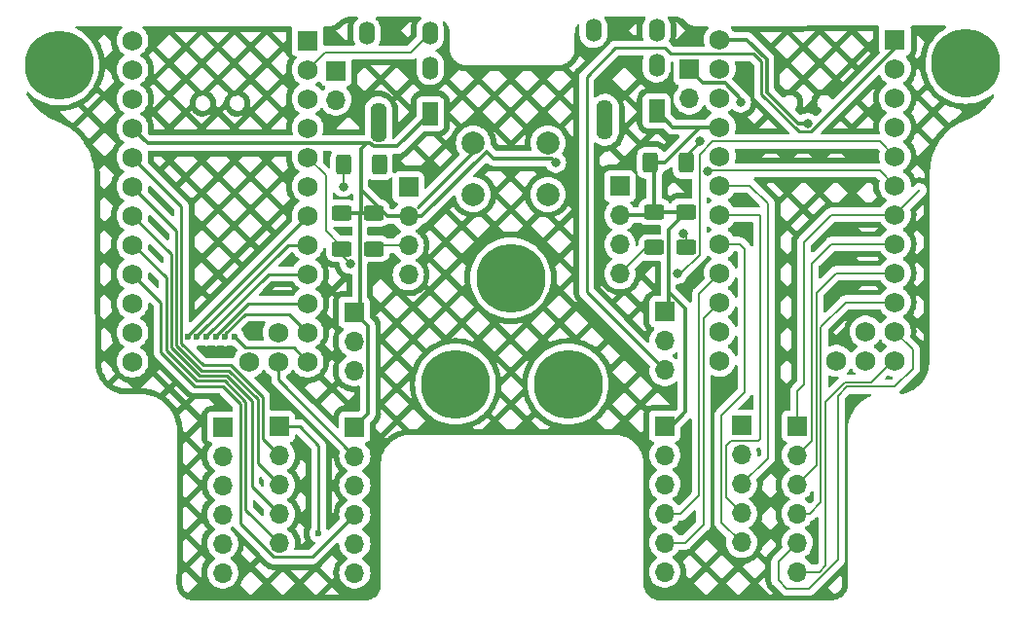
<source format=gtl>
%TF.GenerationSoftware,KiCad,Pcbnew,7.0.7*%
%TF.CreationDate,2024-01-26T01:18:24+08:00*%
%TF.ProjectId,adapter,61646170-7465-4722-9e6b-696361645f70,rev?*%
%TF.SameCoordinates,Original*%
%TF.FileFunction,Copper,L1,Top*%
%TF.FilePolarity,Positive*%
%FSLAX46Y46*%
G04 Gerber Fmt 4.6, Leading zero omitted, Abs format (unit mm)*
G04 Created by KiCad (PCBNEW 7.0.7) date 2024-01-26 01:18:24*
%MOMM*%
%LPD*%
G01*
G04 APERTURE LIST*
G04 Aperture macros list*
%AMRoundRect*
0 Rectangle with rounded corners*
0 $1 Rounding radius*
0 $2 $3 $4 $5 $6 $7 $8 $9 X,Y pos of 4 corners*
0 Add a 4 corners polygon primitive as box body*
4,1,4,$2,$3,$4,$5,$6,$7,$8,$9,$2,$3,0*
0 Add four circle primitives for the rounded corners*
1,1,$1+$1,$2,$3*
1,1,$1+$1,$4,$5*
1,1,$1+$1,$6,$7*
1,1,$1+$1,$8,$9*
0 Add four rect primitives between the rounded corners*
20,1,$1+$1,$2,$3,$4,$5,0*
20,1,$1+$1,$4,$5,$6,$7,0*
20,1,$1+$1,$6,$7,$8,$9,0*
20,1,$1+$1,$8,$9,$2,$3,0*%
G04 Aperture macros list end*
%TA.AperFunction,ComponentPad*%
%ADD10C,2.000000*%
%TD*%
%TA.AperFunction,ComponentPad*%
%ADD11C,6.000000*%
%TD*%
%TA.AperFunction,ComponentPad*%
%ADD12R,1.752600X1.752600*%
%TD*%
%TA.AperFunction,ComponentPad*%
%ADD13C,1.752600*%
%TD*%
%TA.AperFunction,ComponentPad*%
%ADD14R,1.700000X1.700000*%
%TD*%
%TA.AperFunction,ComponentPad*%
%ADD15O,1.700000X1.700000*%
%TD*%
%TA.AperFunction,SMDPad,CuDef*%
%ADD16RoundRect,0.250000X-0.400000X-0.625000X0.400000X-0.625000X0.400000X0.625000X-0.400000X0.625000X0*%
%TD*%
%TA.AperFunction,SMDPad,CuDef*%
%ADD17RoundRect,0.250000X-0.625000X0.400000X-0.625000X-0.400000X0.625000X-0.400000X0.625000X0.400000X0*%
%TD*%
%TA.AperFunction,ComponentPad*%
%ADD18O,1.400000X2.000000*%
%TD*%
%TA.AperFunction,ComponentPad*%
%ADD19O,1.400000X3.500000*%
%TD*%
%TA.AperFunction,ComponentPad*%
%ADD20R,1.400000X2.000000*%
%TD*%
%TA.AperFunction,ViaPad*%
%ADD21C,0.800000*%
%TD*%
%TA.AperFunction,ViaPad*%
%ADD22C,0.600000*%
%TD*%
%TA.AperFunction,Conductor*%
%ADD23C,0.300000*%
%TD*%
%TA.AperFunction,Conductor*%
%ADD24C,0.250000*%
%TD*%
%TA.AperFunction,Conductor*%
%ADD25C,0.200000*%
%TD*%
G04 APERTURE END LIST*
D10*
%TO.P,RSW1,1*%
%TO.N,N/C*%
X209350000Y-97300000D03*
X202850000Y-97300000D03*
%TO.P,RSW1,2*%
X202850000Y-101800000D03*
X209350000Y-101800000D03*
%TD*%
D11*
%TO.P,H3,1,1*%
%TO.N,N/C*%
X206100000Y-109050000D03*
%TD*%
D12*
%TO.P,U2,1,TX*%
%TO.N,rgb_l*%
X188446376Y-88388160D03*
D13*
%TO.P,U2,2,RX*%
%TO.N,serial_r*%
X188446376Y-90928160D03*
%TO.P,U2,3,GND*%
%TO.N,GND*%
X188446376Y-93468160D03*
%TO.P,U2,4,GND*%
X188446376Y-96008160D03*
%TO.P,U2,5,SCL*%
%TO.N,sda_r*%
X188446376Y-98548160D03*
%TO.P,U2,6,SDA*%
%TO.N,scl_r*%
X188446376Y-101088160D03*
%TO.P,U2,7,D4*%
%TO.N,row4_r*%
X188446376Y-103628160D03*
%TO.P,U2,8,C6*%
%TO.N,row3_r*%
X188446376Y-106168160D03*
%TO.P,U2,9,D7*%
%TO.N,col4_r*%
X188446376Y-108708160D03*
%TO.P,U2,10,E6*%
%TO.N,col5_r*%
X188446376Y-111248160D03*
%TO.P,U2,11,B4*%
%TO.N,col6_r*%
X188446376Y-113788160D03*
%TO.P,U2,12,B5*%
%TO.N,row5_r*%
X188446376Y-116328160D03*
%TO.P,U2,13,B6*%
%TO.N,col3_r*%
X173206376Y-116328160D03*
%TO.P,U2,14,B2*%
%TO.N,mosi_r*%
X173206376Y-113788160D03*
%TO.P,U2,15,B3*%
%TO.N,miso_r*%
X173206376Y-111248160D03*
%TO.P,U2,16,B1*%
%TO.N,sc_r*%
X173206376Y-108708160D03*
%TO.P,U2,17,F7*%
%TO.N,row2_r*%
X173206376Y-106168160D03*
%TO.P,U2,18,F6*%
%TO.N,col1_r*%
X173206376Y-103628160D03*
%TO.P,U2,19,F5*%
%TO.N,col2_r*%
X173206376Y-101088160D03*
%TO.P,U2,20,F4*%
%TO.N,row1_r*%
X173206376Y-98548160D03*
%TO.P,U2,21,VCC*%
%TO.N,+5V*%
X173206376Y-96008160D03*
%TO.P,U2,22,RST*%
%TO.N,Rst2*%
X173206376Y-93468160D03*
%TO.P,U2,23,GND*%
%TO.N,GND*%
X173206376Y-90928160D03*
%TO.P,U2,24,RAW*%
%TO.N,bat_r*%
X173206376Y-88388160D03*
%TO.P,U2,28,F1*%
%TO.N,split_hand_r*%
X185906376Y-113788160D03*
X183366376Y-116328160D03*
%TO.P,U2,29,F0*%
%TO.N,ss_r*%
X185906376Y-116328160D03*
%TD*%
D14*
%TO.P,J9,1,Pin_1*%
%TO.N,col3_l*%
X226182542Y-121909520D03*
D15*
%TO.P,J9,2,Pin_2*%
%TO.N,row1_l*%
X226182542Y-124449520D03*
%TO.P,J9,3,Pin_3*%
%TO.N,col2_l*%
X226182542Y-126989520D03*
%TO.P,J9,4,Pin_4*%
%TO.N,col1_l*%
X226182542Y-129529520D03*
%TO.P,J9,5,Pin_5*%
%TO.N,row2_l*%
X226182542Y-132069520D03*
%TD*%
D14*
%TO.P,J12,1,Pin_1*%
%TO.N,row4_r*%
X181053575Y-122008159D03*
D15*
%TO.P,J12,2,Pin_2*%
%TO.N,row3_r*%
X181053575Y-124548159D03*
%TO.P,J12,3,Pin_3*%
%TO.N,col4_r*%
X181053575Y-127088159D03*
%TO.P,J12,4,Pin_4*%
%TO.N,col5_r*%
X181053575Y-129628159D03*
%TO.P,J12,5,Pin_5*%
%TO.N,col6_r*%
X181053575Y-132168159D03*
%TO.P,J12,6,Pin_6*%
%TO.N,row5_r*%
X181053575Y-134708159D03*
%TD*%
D14*
%TO.P,J4,1,Pin_1*%
%TO.N,+5V*%
X219520000Y-112004520D03*
D15*
%TO.P,J4,2,Pin_2*%
%TO.N,GND*%
X219520000Y-114544520D03*
%TO.P,J4,3,Pin_3*%
%TO.N,rgb_r*%
X219520000Y-117084520D03*
%TD*%
D14*
%TO.P,J5,1,Pin_1*%
%TO.N,+5V*%
X192476376Y-112028160D03*
D15*
%TO.P,J5,2,Pin_2*%
%TO.N,GND*%
X192476376Y-114568160D03*
%TO.P,J5,3,Pin_3*%
%TO.N,rgb_l*%
X192476376Y-117108160D03*
%TD*%
D11*
%TO.P,H3,1,1*%
%TO.N,GND*%
X201310297Y-118290820D03*
%TD*%
D14*
%TO.P,J13,1,Pin_1*%
%TO.N,GND*%
X197206376Y-101158160D03*
D15*
%TO.P,J13,2,Pin_2*%
%TO.N,+5V*%
X197206376Y-103698160D03*
%TO.P,J13,3,Pin_3*%
%TO.N,scl_r*%
X197206376Y-106238160D03*
%TO.P,J13,4,Pin_4*%
%TO.N,sda_r*%
X197206376Y-108778160D03*
%TD*%
D14*
%TO.P,J11,1,Pin_1*%
%TO.N,col3_r*%
X185986917Y-121988159D03*
D15*
%TO.P,J11,2,Pin_2*%
%TO.N,row1_r*%
X185986917Y-124528159D03*
%TO.P,J11,3,Pin_3*%
%TO.N,col2_r*%
X185986917Y-127068159D03*
%TO.P,J11,4,Pin_4*%
%TO.N,col1_r*%
X185986917Y-129608159D03*
%TO.P,J11,5,Pin_5*%
%TO.N,row2_r*%
X185986917Y-132148159D03*
%TD*%
D16*
%TO.P,R6,1*%
%TO.N,+5V*%
X218250000Y-99029520D03*
%TO.P,R6,2*%
%TO.N,split_hand_l*%
X221350000Y-99029520D03*
%TD*%
D17*
%TO.P,R2,1*%
%TO.N,+5V*%
X221350000Y-103309520D03*
%TO.P,R2,2*%
%TO.N,scl_l*%
X221350000Y-106409520D03*
%TD*%
D14*
%TO.P,J6,1,Pin_1*%
%TO.N,bat_sw_r*%
X190912376Y-91013160D03*
D15*
%TO.P,J6,2,Pin_2*%
%TO.N,GND*%
X190912376Y-93553160D03*
%TD*%
D17*
%TO.P,R1,1*%
%TO.N,+5V*%
X194206376Y-103408160D03*
%TO.P,R1,2*%
%TO.N,scl_r*%
X194206376Y-106508160D03*
%TD*%
D11*
%TO.P,H4,1,1*%
%TO.N,GND*%
X211112620Y-118292180D03*
%TD*%
D14*
%TO.P,J7,1,Pin_1*%
%TO.N,+5V*%
X219500000Y-121929519D03*
D15*
%TO.P,J7,2,Pin_2*%
%TO.N,ss_l*%
X219500000Y-124469519D03*
%TO.P,J7,3,Pin_3*%
%TO.N,mosi_l*%
X219500000Y-127009519D03*
%TO.P,J7,4,Pin_4*%
%TO.N,sc_l*%
X219500000Y-129549519D03*
%TO.P,J7,5,Pin_5*%
%TO.N,miso_l*%
X219500000Y-132089519D03*
%TO.P,J7,6,Pin_6*%
%TO.N,GND*%
X219500000Y-134629519D03*
%TD*%
D11*
%TO.P,H2,1,1*%
%TO.N,GND*%
X245687620Y-90392180D03*
%TD*%
D14*
%TO.P,J3,1,Pin_1*%
%TO.N,bat_sw_l*%
X221650000Y-90924520D03*
D15*
%TO.P,J3,2,Pin_2*%
%TO.N,GND*%
X221650000Y-93464520D03*
%TD*%
D14*
%TO.P,J14,1,Pin_1*%
%TO.N,GND*%
X215600000Y-101059520D03*
D15*
%TO.P,J14,2,Pin_2*%
%TO.N,+5V*%
X215600000Y-103599520D03*
%TO.P,J14,3,Pin_3*%
%TO.N,scl_l*%
X215600000Y-106139520D03*
%TO.P,J14,4,Pin_4*%
%TO.N,sda_l*%
X215600000Y-108679520D03*
%TD*%
D16*
%TO.P,R5,1*%
%TO.N,split_hand_r*%
X191586376Y-99178160D03*
%TO.P,R5,2*%
%TO.N,GND*%
X194686376Y-99178160D03*
%TD*%
D17*
%TO.P,R4,1*%
%TO.N,+5V*%
X218600000Y-103309520D03*
%TO.P,R4,2*%
%TO.N,sda_l*%
X218600000Y-106409520D03*
%TD*%
D11*
%TO.P,H1,1,1*%
%TO.N,GND*%
X166810297Y-90540820D03*
%TD*%
D17*
%TO.P,R3,1*%
%TO.N,+5V*%
X191416376Y-103408160D03*
%TO.P,R3,2*%
%TO.N,sda_r*%
X191416376Y-106508160D03*
%TD*%
D14*
%TO.P,J8,1,Pin_1*%
%TO.N,+5V*%
X192544065Y-122008159D03*
D15*
%TO.P,J8,2,Pin_2*%
%TO.N,ss_r*%
X192544065Y-124548159D03*
%TO.P,J8,3,Pin_3*%
%TO.N,mosi_r*%
X192544065Y-127088159D03*
%TO.P,J8,4,Pin_4*%
%TO.N,sc_r*%
X192544065Y-129628159D03*
%TO.P,J8,5,Pin_5*%
%TO.N,miso_r*%
X192544065Y-132168159D03*
%TO.P,J8,6,Pin_6*%
%TO.N,GND*%
X192544065Y-134708159D03*
%TD*%
D14*
%TO.P,J10,1,Pin_1*%
%TO.N,row4_l*%
X231039684Y-121929519D03*
D15*
%TO.P,J10,2,Pin_2*%
%TO.N,row3_l*%
X231039684Y-124469519D03*
%TO.P,J10,3,Pin_3*%
%TO.N,col4_l*%
X231039684Y-127009519D03*
%TO.P,J10,4,Pin_4*%
%TO.N,col5_l*%
X231039684Y-129549519D03*
%TO.P,J10,5,Pin_5*%
%TO.N,col6_l*%
X231039684Y-132089519D03*
%TO.P,J10,6,Pin_6*%
%TO.N,row5_l*%
X231039684Y-134629519D03*
%TD*%
D18*
%TO.P,J2,*%
%TO.N,*%
X193605297Y-87760820D03*
%TO.P,J2,R1*%
%TO.N,GND*%
X199105297Y-90760820D03*
%TO.P,J2,R2*%
%TO.N,serial_r*%
X199105297Y-87760820D03*
D19*
%TO.P,J2,S*%
%TO.N,unconnected-(J2-PadS)*%
X194605297Y-95510820D03*
D20*
%TO.P,J2,T*%
%TO.N,+5V*%
X199105297Y-94760820D03*
%TD*%
D13*
%TO.P,U1,29,F0*%
%TO.N,ss_l*%
X236990000Y-116249520D03*
%TO.P,U1,28,F1*%
%TO.N,split_hand_l*%
X234450000Y-116249520D03*
X236990000Y-113709520D03*
%TO.P,U1,24,RAW*%
%TO.N,bat_l*%
X224290000Y-88309520D03*
%TO.P,U1,23,GND*%
%TO.N,GND*%
X224290000Y-90849520D03*
%TO.P,U1,22,RST*%
%TO.N,Rst*%
X224290000Y-93389520D03*
%TO.P,U1,21,VCC*%
%TO.N,+5V*%
X224290000Y-95929520D03*
%TO.P,U1,20,F4*%
%TO.N,row1_l*%
X224290000Y-98469520D03*
%TO.P,U1,19,F5*%
%TO.N,col2_l*%
X224290000Y-101009520D03*
%TO.P,U1,18,F6*%
%TO.N,col1_l*%
X224290000Y-103549520D03*
%TO.P,U1,17,F7*%
%TO.N,row2_l*%
X224290000Y-106089520D03*
%TO.P,U1,16,B1*%
%TO.N,sc_l*%
X224290000Y-108629520D03*
%TO.P,U1,15,B3*%
%TO.N,miso_l*%
X224290000Y-111169520D03*
%TO.P,U1,14,B2*%
%TO.N,mosi_l*%
X224290000Y-113709520D03*
%TO.P,U1,13,B6*%
%TO.N,col3_l*%
X224290000Y-116249520D03*
%TO.P,U1,12,B5*%
%TO.N,row5_l*%
X239530000Y-116249520D03*
%TO.P,U1,11,B4*%
%TO.N,col6_l*%
X239530000Y-113709520D03*
%TO.P,U1,10,E6*%
%TO.N,col5_l*%
X239530000Y-111169520D03*
%TO.P,U1,9,D7*%
%TO.N,col4_l*%
X239530000Y-108629520D03*
%TO.P,U1,8,C6*%
%TO.N,row3_l*%
X239530000Y-106089520D03*
%TO.P,U1,7,D4*%
%TO.N,row4_l*%
X239530000Y-103549520D03*
%TO.P,U1,6,SDA*%
%TO.N,scl_l*%
X239530000Y-101009520D03*
%TO.P,U1,5,SCL*%
%TO.N,sda_l*%
X239530000Y-98469520D03*
%TO.P,U1,4,GND*%
%TO.N,GND*%
X239530000Y-95929520D03*
%TO.P,U1,3,GND*%
X239530000Y-93389520D03*
%TO.P,U1,2,RX*%
%TO.N,serial_l*%
X239530000Y-90849520D03*
D12*
%TO.P,U1,1,TX*%
%TO.N,rgb_r*%
X239530000Y-88309520D03*
%TD*%
D20*
%TO.P,J1,T*%
%TO.N,+5V*%
X218802620Y-94537180D03*
D19*
%TO.P,J1,S*%
%TO.N,unconnected-(J1-PadS)*%
X214302620Y-95287180D03*
D18*
%TO.P,J1,R2*%
%TO.N,serial_l*%
X218802620Y-87537180D03*
%TO.P,J1,R1*%
%TO.N,GND*%
X218802620Y-90537180D03*
%TO.P,J1,*%
%TO.N,*%
X213302620Y-87537180D03*
%TD*%
D21*
%TO.N,+5V*%
X210027701Y-99002299D03*
D22*
%TO.N,col3_r*%
X189409085Y-131270869D03*
%TO.N,row4_r*%
X178016376Y-114158160D03*
%TO.N,row3_r*%
X178832376Y-114158160D03*
%TO.N,col4_r*%
X179648376Y-114158160D03*
%TO.N,col5_r*%
X180464376Y-114158160D03*
%TO.N,col6_r*%
X181280376Y-114158160D03*
%TO.N,row5_r*%
X182096376Y-114158160D03*
D21*
%TO.N,scl_l*%
X223229500Y-99809520D03*
X221120000Y-105199520D03*
%TO.N,sda_l*%
X220574020Y-108679520D03*
%TO.N,sda_r*%
X192146376Y-107778160D03*
%TO.N,split_hand_r*%
X191556376Y-101088160D03*
%TO.N,bat_l*%
X231950000Y-95609520D03*
%TO.N,split_hand_l*%
X222560000Y-97169520D03*
%TO.N,bat_sw_l*%
X226110000Y-93759520D03*
%TD*%
D23*
%TO.N,+5V*%
X209675402Y-98650000D02*
X210027701Y-99002299D01*
X204620001Y-98650000D02*
X209675402Y-98650000D01*
X204014595Y-98044594D02*
X204620001Y-98650000D01*
X198361029Y-103698160D02*
X204014595Y-98044594D01*
X197206376Y-103698160D02*
X198361029Y-103698160D01*
X197491840Y-103698160D02*
X197206376Y-103698160D01*
X197491840Y-103698160D02*
X197840000Y-103350000D01*
D24*
%TO.N,*%
X202850000Y-98054537D02*
X198037227Y-102867310D01*
X202850000Y-97300000D02*
X202850000Y-98054537D01*
%TO.N,rgb_r*%
X227905000Y-93076967D02*
X231162553Y-96334520D01*
X227228248Y-89569520D02*
X227905000Y-90246272D01*
X227905000Y-90246272D02*
X227905000Y-93076967D01*
X219520000Y-117084520D02*
X212700000Y-110264520D01*
X219500000Y-89029520D02*
X220040000Y-89569520D01*
X212700000Y-110264520D02*
X212700000Y-91559520D01*
X232250305Y-96334520D02*
X239530000Y-89054825D01*
X212700000Y-91559520D02*
X215230000Y-89029520D01*
X231162553Y-96334520D02*
X232250305Y-96334520D01*
X239530000Y-89054825D02*
X239530000Y-88309520D01*
X220040000Y-89569520D02*
X227228248Y-89569520D01*
X215230000Y-89029520D02*
X219500000Y-89029520D01*
%TO.N,ss_r*%
X185906376Y-117910470D02*
X185906376Y-116328160D01*
X192544065Y-124548159D02*
X185906376Y-117910470D01*
D25*
%TO.N,col2_l*%
X226182542Y-126989520D02*
X226200000Y-126989520D01*
X228470000Y-102589520D02*
X226890000Y-101009520D01*
X228470000Y-124719520D02*
X228470000Y-102589520D01*
X226200000Y-126989520D02*
X228470000Y-124719520D01*
X226890000Y-101009520D02*
X224290000Y-101009520D01*
%TO.N,col1_l*%
X227680000Y-123229520D02*
X227830000Y-123079520D01*
X224819520Y-123670000D02*
X225260000Y-123229520D01*
X225260000Y-123229520D02*
X227680000Y-123229520D01*
X227830000Y-123079520D02*
X227830000Y-103549520D01*
X224819520Y-128166498D02*
X224819520Y-123670000D01*
X227830000Y-103549520D02*
X224290000Y-103549520D01*
X226182542Y-129529520D02*
X224819520Y-128166498D01*
%TO.N,row2_l*%
X226450000Y-118969520D02*
X226450000Y-106529520D01*
X226182542Y-132069520D02*
X224420000Y-130306978D01*
X224420000Y-130306978D02*
X224420000Y-120999520D01*
X226450000Y-106529520D02*
X226010000Y-106089520D01*
X224420000Y-120999520D02*
X226450000Y-118969520D01*
X226010000Y-106089520D02*
X224290000Y-106089520D01*
%TO.N,row4_l*%
X239530000Y-103549520D02*
X241658160Y-101421360D01*
X231620000Y-118309520D02*
X231620000Y-105949520D01*
X234020000Y-103549520D02*
X239530000Y-103549520D01*
X231039684Y-118889836D02*
X231620000Y-118309520D01*
X231039684Y-121929519D02*
X231039684Y-118889836D01*
X231620000Y-105949520D02*
X234020000Y-103549520D01*
%TO.N,row3_l*%
X232290000Y-123219203D02*
X232290000Y-107789520D01*
X233990000Y-106089520D02*
X239530000Y-106089520D01*
X231039684Y-124469519D02*
X232290000Y-123219203D01*
X232290000Y-107789520D02*
X233990000Y-106089520D01*
%TO.N,col4_l*%
X232690000Y-110339520D02*
X234400000Y-108629520D01*
X234400000Y-108629520D02*
X239530000Y-108629520D01*
X232690000Y-125359203D02*
X232690000Y-110339520D01*
X231039684Y-127009519D02*
X232690000Y-125359203D01*
%TO.N,col5_l*%
X235230000Y-111169520D02*
X239530000Y-111169520D01*
X233090000Y-128599520D02*
X233090000Y-113309520D01*
X233090000Y-113309520D02*
X235230000Y-111169520D01*
X232140001Y-129549519D02*
X233090000Y-128599520D01*
X231039684Y-129549519D02*
X232140001Y-129549519D01*
%TO.N,col6_l*%
X230140000Y-136089520D02*
X232055685Y-136089520D01*
X234556639Y-133588566D02*
X234556639Y-119318567D01*
X241070000Y-116929520D02*
X241070000Y-115249520D01*
X229380000Y-135329520D02*
X230140000Y-136089520D01*
X241070000Y-115249520D02*
X239530000Y-113709520D01*
X235355686Y-118519520D02*
X239480000Y-118519520D01*
X229380000Y-133749203D02*
X229380000Y-135329520D01*
X239480000Y-118519520D02*
X241070000Y-116929520D01*
X232055685Y-136089520D02*
X234556639Y-133588566D01*
X231039684Y-132089519D02*
X229380000Y-133749203D01*
X234556639Y-119318567D02*
X235355686Y-118519520D01*
%TO.N,row5_l*%
X231039684Y-134629519D02*
X232950001Y-134629519D01*
X237431400Y-118119520D02*
X239301400Y-116249520D01*
X233490000Y-134089520D02*
X233490000Y-119819520D01*
X235190000Y-118119520D02*
X237431400Y-118119520D01*
X233490000Y-119819520D02*
X235190000Y-118119520D01*
X232950001Y-134629519D02*
X233490000Y-134089520D01*
D24*
%TO.N,col3_r*%
X187752771Y-121988159D02*
X185986917Y-121988159D01*
X189409085Y-131270869D02*
X189409085Y-123644473D01*
X189409085Y-123644473D02*
X187752771Y-121988159D01*
%TO.N,row1_r*%
X184540416Y-119412200D02*
X184540416Y-123081658D01*
X173206376Y-98558160D02*
X177476376Y-102828160D01*
X184540416Y-123081658D02*
X185986917Y-124528159D01*
X173206376Y-98548160D02*
X173206376Y-98558160D01*
X181786376Y-116658160D02*
X184540416Y-119412200D01*
X179381960Y-116658160D02*
X181786376Y-116658160D01*
X177476376Y-102828160D02*
X177476376Y-114752576D01*
X177476376Y-114752576D02*
X179381960Y-116658160D01*
%TO.N,col2_r*%
X184090416Y-125171658D02*
X185986917Y-127068159D01*
X173206376Y-101088160D02*
X173206376Y-101108160D01*
X184090416Y-119598596D02*
X184090416Y-125171658D01*
X181599980Y-117108160D02*
X184090416Y-119598596D01*
X173206376Y-101108160D02*
X177026376Y-104928160D01*
X179195564Y-117108160D02*
X181599980Y-117108160D01*
X177026376Y-114938972D02*
X179195564Y-117108160D01*
X177026376Y-104928160D02*
X177026376Y-114938972D01*
%TO.N,col1_r*%
X183583584Y-119728160D02*
X183583584Y-127204826D01*
X176576376Y-115125368D02*
X179009168Y-117558160D01*
X176576376Y-107008160D02*
X176576376Y-115125368D01*
X181413584Y-117558160D02*
X183583584Y-119728160D01*
X179009168Y-117558160D02*
X181413584Y-117558160D01*
X173206376Y-103628160D02*
X173206376Y-103638160D01*
X183583584Y-127204826D02*
X185986917Y-129608159D01*
X173206376Y-103638160D02*
X176576376Y-107008160D01*
%TO.N,row2_r*%
X183041782Y-129203024D02*
X185986917Y-132148159D01*
X176126376Y-108998160D02*
X176126376Y-115311764D01*
X181227188Y-118008160D02*
X183041782Y-119822754D01*
X176126376Y-115311764D02*
X178822772Y-118008160D01*
X173206376Y-106168160D02*
X173296376Y-106168160D01*
X178822772Y-118008160D02*
X181227188Y-118008160D01*
X173296376Y-106168160D02*
X176126376Y-108998160D01*
X183041782Y-119822754D02*
X183041782Y-129203024D01*
%TO.N,row4_r*%
X178016376Y-114058160D02*
X178016376Y-114158160D01*
X188446376Y-103628160D02*
X178016376Y-114058160D01*
%TO.N,row3_r*%
X186754492Y-106168160D02*
X178832376Y-114090276D01*
X178832376Y-114090276D02*
X178832376Y-114158160D01*
X188446376Y-106168160D02*
X186754492Y-106168160D01*
%TO.N,col4_r*%
X179648376Y-114090276D02*
X179648376Y-114158160D01*
X185030492Y-108708160D02*
X179648376Y-114090276D01*
X188446376Y-108708160D02*
X185030492Y-108708160D01*
%TO.N,col5_r*%
X180464376Y-114090276D02*
X180464376Y-114158160D01*
X188446376Y-111248160D02*
X183306492Y-111248160D01*
X183306492Y-111248160D02*
X180464376Y-114090276D01*
%TO.N,col6_r*%
X181280376Y-113924160D02*
X181280376Y-114158160D01*
X186846376Y-112188160D02*
X183016376Y-112188160D01*
X188446376Y-113788160D02*
X186846376Y-112188160D01*
X183016376Y-112188160D02*
X181280376Y-113924160D01*
%TO.N,row5_r*%
X188446376Y-116328160D02*
X187245076Y-115126860D01*
X183065076Y-115126860D02*
X182096376Y-114158160D01*
X187245076Y-115126860D02*
X183065076Y-115126860D01*
D25*
%TO.N,scl_l*%
X223229500Y-99809520D02*
X223440000Y-99809520D01*
X221350000Y-105429520D02*
X221120000Y-105199520D01*
X238230000Y-99709520D02*
X239530000Y-101009520D01*
X223540000Y-99709520D02*
X238230000Y-99709520D01*
X221350000Y-106409520D02*
X221350000Y-105429520D01*
X223440000Y-99809520D02*
X223540000Y-99709520D01*
%TO.N,sda_l*%
X218600000Y-106409520D02*
X217870000Y-106409520D01*
X220882138Y-108679520D02*
X222530000Y-107031658D01*
X238240000Y-97179520D02*
X239530000Y-98469520D01*
X220574020Y-108679520D02*
X220882138Y-108679520D01*
X222530000Y-107031658D02*
X222530000Y-98309520D01*
X223660000Y-97179520D02*
X238240000Y-97179520D01*
X222530000Y-98309520D02*
X223660000Y-97179520D01*
X217870000Y-106409520D02*
X215600000Y-108679520D01*
%TO.N,scl_r*%
X197206376Y-106238160D02*
X194476376Y-106238160D01*
X194476376Y-106238160D02*
X194206376Y-106508160D01*
%TO.N,sda_r*%
X191416376Y-106338160D02*
X190016376Y-104938160D01*
X191416376Y-106508160D02*
X191416376Y-106338160D01*
X192146376Y-107778160D02*
X191416376Y-107048160D01*
X190016376Y-104938160D02*
X190016376Y-100118160D01*
X190016376Y-100118160D02*
X188446376Y-98548160D01*
X191416376Y-107048160D02*
X191416376Y-106508160D01*
D23*
%TO.N,+5V*%
X195406376Y-103698160D02*
X193066376Y-101358160D01*
X196255777Y-97610340D02*
X199105297Y-94760820D01*
X197206376Y-103698160D02*
X195406376Y-103698160D01*
X193066376Y-103408160D02*
X193056376Y-103408160D01*
X194206376Y-103408160D02*
X193066376Y-103408160D01*
X193675887Y-113227671D02*
X193675887Y-120876337D01*
X224290000Y-95929520D02*
X222577151Y-95929520D01*
X218250000Y-99029520D02*
X218600000Y-99379520D01*
X218600000Y-99379520D02*
X218600000Y-103309520D01*
X193882581Y-97322349D02*
X194170572Y-97610340D01*
X192981856Y-103482680D02*
X193056376Y-103408160D01*
X192981856Y-111522680D02*
X192981856Y-103482680D01*
X222577151Y-95929520D02*
X219477151Y-99029520D01*
X219824520Y-104835000D02*
X219824520Y-110265000D01*
X218600000Y-103309520D02*
X221350000Y-103309520D01*
X193056376Y-103408160D02*
X191416376Y-103408160D01*
X173206376Y-96008160D02*
X174520565Y-97322349D01*
X192476376Y-112028160D02*
X193675887Y-113227671D01*
X221300000Y-111740480D02*
X221300000Y-120719520D01*
X193675887Y-120876337D02*
X192544065Y-122008159D01*
X220194960Y-95929520D02*
X224290000Y-95929520D01*
X193580565Y-97322349D02*
X193066376Y-97836538D01*
X219477151Y-99029520D02*
X218250000Y-99029520D01*
X193066376Y-101358160D02*
X193066376Y-103408160D01*
X219824520Y-110265000D02*
X219824520Y-111700000D01*
X219824520Y-111700000D02*
X219520000Y-112004520D01*
X218802620Y-94537180D02*
X220194960Y-95929520D01*
X174520565Y-97322349D02*
X193580565Y-97322349D01*
X218600000Y-103309520D02*
X218310000Y-103599520D01*
X220090001Y-121929519D02*
X219500000Y-121929519D01*
X192476376Y-112028160D02*
X192981856Y-111522680D01*
X221350000Y-103309520D02*
X219824520Y-104835000D01*
X219824520Y-110265000D02*
X221300000Y-111740480D01*
X221300000Y-120719520D02*
X220090001Y-121929519D01*
X193580565Y-97322349D02*
X193882581Y-97322349D01*
X193066376Y-97836538D02*
X193066376Y-101358160D01*
X194170572Y-97610340D02*
X196255777Y-97610340D01*
X218310000Y-103599520D02*
X215600000Y-103599520D01*
D25*
%TO.N,serial_r*%
X197417957Y-89448160D02*
X199105297Y-87760820D01*
X188446376Y-90928160D02*
X189926376Y-89448160D01*
X189926376Y-89448160D02*
X197417957Y-89448160D01*
%TO.N,miso_l*%
X221290001Y-132089519D02*
X222860000Y-130519520D01*
X222860000Y-112599520D02*
X224290000Y-111169520D01*
X222860000Y-130519520D02*
X222860000Y-112599520D01*
X219500000Y-132089519D02*
X221290001Y-132089519D01*
%TO.N,sc_l*%
X220900001Y-129549519D02*
X222460480Y-127989040D01*
X219500000Y-129549519D02*
X220900001Y-129549519D01*
X222460480Y-110459040D02*
X224290000Y-108629520D01*
X222460480Y-127989040D02*
X222460480Y-110459040D01*
D24*
%TO.N,sc_r*%
X175676376Y-115498160D02*
X178636376Y-118458160D01*
X182591782Y-120009150D02*
X182591782Y-130414725D01*
X178636376Y-118458160D02*
X181040792Y-118458160D01*
X185500216Y-133323159D02*
X188849065Y-133323159D01*
X173206376Y-108708160D02*
X175676376Y-111178160D01*
X182591782Y-130414725D02*
X185500216Y-133323159D01*
X181040792Y-118458160D02*
X182591782Y-120009150D01*
X175676376Y-111178160D02*
X175676376Y-115498160D01*
X188849065Y-133323159D02*
X192544065Y-129628159D01*
D25*
%TO.N,split_hand_r*%
X191586376Y-101058160D02*
X191586376Y-99178160D01*
X191556376Y-101088160D02*
X191586376Y-101058160D01*
D23*
%TO.N,bat_l*%
X231950000Y-95609520D02*
X231109305Y-95609520D01*
X226640000Y-88309520D02*
X224290000Y-88309520D01*
X231109305Y-95609520D02*
X228380000Y-92880215D01*
X228380000Y-92880215D02*
X228380000Y-90049520D01*
X228380000Y-90049520D02*
X226640000Y-88309520D01*
D24*
%TO.N,split_hand_l*%
X222560000Y-97169520D02*
X221350000Y-98379520D01*
X221350000Y-98379520D02*
X221350000Y-99029520D01*
D23*
%TO.N,bat_sw_l*%
X222835000Y-92109520D02*
X221650000Y-90924520D01*
X224743560Y-92109520D02*
X222835000Y-92109520D01*
X226110000Y-93759520D02*
X226110000Y-93475960D01*
X226110000Y-93475960D02*
X224743560Y-92109520D01*
%TD*%
%TA.AperFunction,NonConductor*%
G36*
X198301316Y-86346455D02*
G01*
X198347188Y-86399157D01*
X198357285Y-86468293D01*
X198328401Y-86531913D01*
X198311821Y-86547866D01*
X198266774Y-86583789D01*
X198123650Y-86747606D01*
X198012075Y-86934352D01*
X197935638Y-87138015D01*
X197935638Y-87138016D01*
X197896797Y-87352049D01*
X197896797Y-88057408D01*
X197877112Y-88124447D01*
X197860478Y-88145089D01*
X197202227Y-88803341D01*
X197140904Y-88836826D01*
X197114546Y-88839660D01*
X194766267Y-88839660D01*
X194699228Y-88819975D01*
X194653473Y-88767171D01*
X194643529Y-88698013D01*
X194659818Y-88652062D01*
X194698519Y-88587288D01*
X194774955Y-88383625D01*
X194796748Y-88263536D01*
X194813797Y-88169590D01*
X194813797Y-87520804D01*
X196566451Y-87520804D01*
X197173467Y-88127821D01*
X197398796Y-87902492D01*
X197398797Y-87339484D01*
X197398859Y-87336704D01*
X197399487Y-87322718D01*
X197399674Y-87319942D01*
X197401928Y-87294902D01*
X197402238Y-87292141D01*
X197404118Y-87278258D01*
X197404554Y-87275504D01*
X197447886Y-87036725D01*
X197448445Y-87033996D01*
X197451561Y-87020346D01*
X197452240Y-87017653D01*
X197458927Y-86993418D01*
X197459728Y-86990753D01*
X197464056Y-86977430D01*
X197464976Y-86974801D01*
X197520633Y-86826504D01*
X197260173Y-86827082D01*
X196566451Y-87520804D01*
X194813797Y-87520804D01*
X194813797Y-87406549D01*
X194813797Y-87406544D01*
X194799182Y-87244162D01*
X194799182Y-87244160D01*
X194741314Y-87034478D01*
X194741308Y-87034463D01*
X194646928Y-86838479D01*
X194646922Y-86838469D01*
X194519067Y-86662492D01*
X194519066Y-86662490D01*
X194469224Y-86614836D01*
X194400226Y-86548867D01*
X194365375Y-86488312D01*
X194368794Y-86418526D01*
X194409400Y-86361667D01*
X194474300Y-86335788D01*
X194485632Y-86335242D01*
X198234233Y-86326919D01*
X198301316Y-86346455D01*
G37*
%TD.AperFunction*%
%TA.AperFunction,NonConductor*%
G36*
X192785959Y-86358702D02*
G01*
X192831831Y-86411404D01*
X192841928Y-86480541D01*
X192813044Y-86544161D01*
X192796464Y-86560113D01*
X192766774Y-86583789D01*
X192623650Y-86747606D01*
X192512075Y-86934352D01*
X192435638Y-87138015D01*
X192435638Y-87138016D01*
X192396797Y-87352049D01*
X192396797Y-87352053D01*
X192396797Y-88115096D01*
X192400189Y-88152788D01*
X192411411Y-88277479D01*
X192469279Y-88487161D01*
X192469285Y-88487176D01*
X192553408Y-88661859D01*
X192564760Y-88730800D01*
X192537038Y-88794934D01*
X192479042Y-88833900D01*
X192441688Y-88839660D01*
X189970321Y-88839660D01*
X189962227Y-88839129D01*
X189943545Y-88836670D01*
X189938987Y-88836070D01*
X189875091Y-88807801D01*
X189836622Y-88749475D01*
X189831176Y-88713131D01*
X189831176Y-87535791D01*
X190924584Y-87535791D01*
X191730453Y-88341660D01*
X191917431Y-88341660D01*
X191916855Y-88337406D01*
X191916544Y-88334641D01*
X191900176Y-88152788D01*
X191899612Y-88144423D01*
X191898985Y-88130478D01*
X191898797Y-88122078D01*
X191898797Y-87339484D01*
X191898859Y-87336704D01*
X191899487Y-87322718D01*
X191899674Y-87319942D01*
X191901928Y-87294902D01*
X191902238Y-87292141D01*
X191904118Y-87278258D01*
X191904554Y-87275504D01*
X191947886Y-87036725D01*
X191948445Y-87033996D01*
X191951561Y-87020346D01*
X191952240Y-87017653D01*
X191958927Y-86993418D01*
X191959728Y-86990753D01*
X191964056Y-86977430D01*
X191964976Y-86974801D01*
X192013037Y-86846742D01*
X191916035Y-86860645D01*
X191878565Y-86871061D01*
X191774790Y-86906175D01*
X191733290Y-86924619D01*
X191637654Y-86978136D01*
X191604849Y-86998947D01*
X191490112Y-87094435D01*
X191448602Y-87142719D01*
X191447656Y-87143740D01*
X191425380Y-87188490D01*
X191404263Y-87206668D01*
X191298124Y-87278990D01*
X191212325Y-87362696D01*
X191211240Y-87361584D01*
X191199253Y-87378044D01*
X191192368Y-87382165D01*
X191171321Y-87402700D01*
X191109590Y-87435427D01*
X191079127Y-87437818D01*
X191075078Y-87437634D01*
X191056110Y-87446179D01*
X191046616Y-87452252D01*
X191034881Y-87459168D01*
X191029178Y-87462255D01*
X190981639Y-87494650D01*
X190949281Y-87526263D01*
X190924584Y-87535791D01*
X189831176Y-87535791D01*
X189831176Y-87463222D01*
X189831175Y-87463205D01*
X189825083Y-87406549D01*
X189824665Y-87402659D01*
X189817916Y-87384565D01*
X189801661Y-87340983D01*
X189796676Y-87271291D01*
X189830160Y-87209968D01*
X189891483Y-87176482D01*
X189917884Y-87173648D01*
X190095394Y-87173710D01*
X190110252Y-87178078D01*
X190149967Y-87175153D01*
X190191848Y-87180378D01*
X190208615Y-87174467D01*
X190216970Y-87174302D01*
X190266879Y-87175010D01*
X190340829Y-87165210D01*
X190353663Y-87167200D01*
X190380637Y-87160360D01*
X190387725Y-87158995D01*
X190408977Y-87156179D01*
X190412554Y-87155812D01*
X190455196Y-87152670D01*
X190478518Y-87142186D01*
X190546516Y-87122817D01*
X190561179Y-87122935D01*
X190578862Y-87114970D01*
X190595812Y-87108774D01*
X190622040Y-87101304D01*
X190623089Y-87100831D01*
X190643556Y-87093686D01*
X190652565Y-87091401D01*
X190671971Y-87078811D01*
X190725677Y-87054618D01*
X190737902Y-87049111D01*
X190754477Y-87046814D01*
X190767884Y-87037679D01*
X190786795Y-87027085D01*
X190787840Y-87026615D01*
X190810804Y-87011928D01*
X190826673Y-87003339D01*
X190838771Y-86997889D01*
X190853994Y-86984306D01*
X190902068Y-86953561D01*
X190913550Y-86946218D01*
X190931412Y-86941016D01*
X190967472Y-86905836D01*
X190970131Y-86903390D01*
X190978939Y-86895746D01*
X190986313Y-86889345D01*
X190992037Y-86884936D01*
X191010485Y-86872365D01*
X191022045Y-86858337D01*
X191026851Y-86854167D01*
X191078377Y-86809451D01*
X191131639Y-86747499D01*
X191144594Y-86734514D01*
X191158114Y-86722835D01*
X191165276Y-86716876D01*
X191307897Y-86598182D01*
X191314319Y-86593503D01*
X191381105Y-86551133D01*
X191383937Y-86549444D01*
X191507611Y-86480238D01*
X191512693Y-86477693D01*
X191590856Y-86442955D01*
X191596157Y-86440884D01*
X191730409Y-86395458D01*
X191733563Y-86394487D01*
X191809767Y-86373306D01*
X191817526Y-86371679D01*
X192010222Y-86344057D01*
X192033579Y-86341146D01*
X192041108Y-86340671D01*
X192697995Y-86339212D01*
X192718876Y-86339166D01*
X192785959Y-86358702D01*
G37*
%TD.AperFunction*%
%TA.AperFunction,NonConductor*%
G36*
X220198577Y-86309460D02*
G01*
X220446186Y-86310011D01*
X220453716Y-86310486D01*
X220476877Y-86313373D01*
X220669733Y-86341026D01*
X220677533Y-86342662D01*
X220735233Y-86358702D01*
X220753651Y-86363822D01*
X220756911Y-86364826D01*
X220891074Y-86410223D01*
X220896361Y-86412287D01*
X220974628Y-86447075D01*
X220979719Y-86449625D01*
X221048857Y-86488312D01*
X221086870Y-86509583D01*
X221103094Y-86518661D01*
X221105999Y-86520393D01*
X221173028Y-86562919D01*
X221179475Y-86567617D01*
X221231873Y-86611220D01*
X221328020Y-86691229D01*
X221342656Y-86703872D01*
X221355619Y-86716867D01*
X221408871Y-86778818D01*
X221408873Y-86778820D01*
X221408876Y-86778823D01*
X221464740Y-86827310D01*
X221471813Y-86838336D01*
X221495041Y-86854167D01*
X221500763Y-86858576D01*
X221509006Y-86865732D01*
X221517449Y-86873060D01*
X221520108Y-86875507D01*
X221550507Y-86905170D01*
X221573880Y-86915721D01*
X221633041Y-86953561D01*
X221642698Y-86964657D01*
X221660460Y-86972659D01*
X221676334Y-86981251D01*
X221699405Y-86996008D01*
X221700535Y-86996517D01*
X221719455Y-87007117D01*
X221727171Y-87012376D01*
X221749528Y-87018587D01*
X221815180Y-87048160D01*
X221827896Y-87059064D01*
X221843643Y-87063057D01*
X221864102Y-87070197D01*
X221865213Y-87070698D01*
X221872590Y-87072799D01*
X221891494Y-87078183D01*
X221908463Y-87084384D01*
X221920605Y-87089854D01*
X221940923Y-87092260D01*
X221964864Y-87099078D01*
X222008702Y-87111562D01*
X222024443Y-87121498D01*
X222074667Y-87125189D01*
X222078232Y-87125555D01*
X222099572Y-87128381D01*
X222106660Y-87129745D01*
X222128374Y-87135250D01*
X222146595Y-87134608D01*
X222220392Y-87144380D01*
X222261918Y-87143785D01*
X222271352Y-87146409D01*
X222304811Y-87143621D01*
X222324198Y-87143527D01*
X222371065Y-87146971D01*
X222392874Y-87142958D01*
X223199890Y-87141766D01*
X223266958Y-87161352D01*
X223312791Y-87214088D01*
X223322837Y-87283232D01*
X223293906Y-87346830D01*
X223291303Y-87349749D01*
X223193450Y-87456045D01*
X223067930Y-87648169D01*
X222975743Y-87858334D01*
X222919405Y-88080811D01*
X222900453Y-88309514D01*
X222900453Y-88309525D01*
X222919405Y-88538228D01*
X222975743Y-88760705D01*
X222976403Y-88762210D01*
X222976488Y-88762879D01*
X222977407Y-88765553D01*
X222976856Y-88765741D01*
X222985306Y-88831510D01*
X222955329Y-88894622D01*
X222895989Y-88931509D01*
X222862847Y-88936020D01*
X220353767Y-88936020D01*
X220286728Y-88916335D01*
X220266086Y-88899701D01*
X220007088Y-88640703D01*
X219997187Y-88628343D01*
X219996977Y-88628518D01*
X219992002Y-88622506D01*
X219992000Y-88622502D01*
X219949807Y-88582880D01*
X219940922Y-88574536D01*
X219919768Y-88553383D01*
X219919767Y-88553382D01*
X219914192Y-88549058D01*
X219909751Y-88545265D01*
X219904072Y-88539932D01*
X219868684Y-88479688D01*
X219871483Y-88409875D01*
X219882519Y-88385946D01*
X219883906Y-88383625D01*
X219895842Y-88363648D01*
X219897630Y-88358884D01*
X220429547Y-88358884D01*
X220454743Y-88384080D01*
X221318018Y-87520804D01*
X220652419Y-86855205D01*
X220608684Y-86840406D01*
X220571229Y-86829994D01*
X220455979Y-86813469D01*
X220479902Y-86900152D01*
X220480582Y-86902850D01*
X220483697Y-86916497D01*
X220484255Y-86919222D01*
X220488745Y-86943961D01*
X220489181Y-86946710D01*
X220491062Y-86960594D01*
X220491373Y-86963359D01*
X220507741Y-87145212D01*
X220508305Y-87153577D01*
X220508932Y-87167522D01*
X220509120Y-87175922D01*
X220509120Y-87958516D01*
X220509058Y-87961296D01*
X220508430Y-87975282D01*
X220508243Y-87978058D01*
X220505989Y-88003098D01*
X220505679Y-88005859D01*
X220503799Y-88019742D01*
X220503363Y-88022496D01*
X220460031Y-88261275D01*
X220459472Y-88264004D01*
X220456356Y-88277654D01*
X220455677Y-88280347D01*
X220448990Y-88304582D01*
X220448189Y-88307247D01*
X220443861Y-88320570D01*
X220442941Y-88323200D01*
X220429547Y-88358884D01*
X219897630Y-88358884D01*
X219972278Y-88159985D01*
X219991541Y-88053838D01*
X220011120Y-87945950D01*
X220011120Y-87182909D01*
X220011120Y-87182904D01*
X219997282Y-87029153D01*
X219996505Y-87020520D01*
X219938637Y-86810838D01*
X219938631Y-86810823D01*
X219844251Y-86614839D01*
X219844245Y-86614829D01*
X219764890Y-86505606D01*
X219741410Y-86439800D01*
X219757236Y-86371746D01*
X219807341Y-86323051D01*
X219865480Y-86308721D01*
X220198577Y-86309460D01*
G37*
%TD.AperFunction*%
%TA.AperFunction,NonConductor*%
G36*
X189515386Y-91942792D02*
G01*
X189565711Y-91991260D01*
X189574196Y-92009387D01*
X189604801Y-92091439D01*
X189611487Y-92109364D01*
X189699115Y-92226421D01*
X189816172Y-92314049D01*
X189868113Y-92333422D01*
X189933971Y-92357987D01*
X189989904Y-92399859D01*
X190014320Y-92465323D01*
X189999468Y-92533596D01*
X189981866Y-92558151D01*
X189836655Y-92715890D01*
X189836651Y-92715895D01*
X189826656Y-92731194D01*
X189773509Y-92776549D01*
X189704277Y-92785970D01*
X189640942Y-92756466D01*
X189619041Y-92731190D01*
X189542925Y-92614685D01*
X189493718Y-92561232D01*
X189387490Y-92445838D01*
X189292186Y-92371660D01*
X189206388Y-92304880D01*
X189202094Y-92302075D01*
X189203471Y-92299965D01*
X189161237Y-92258223D01*
X189145985Y-92190039D01*
X189170018Y-92124432D01*
X189203092Y-92095773D01*
X189202094Y-92094245D01*
X189206382Y-92091443D01*
X189206386Y-92091441D01*
X189381855Y-91954867D01*
X189446846Y-91929226D01*
X189515386Y-91942792D01*
G37*
%TD.AperFunction*%
%TA.AperFunction,NonConductor*%
G36*
X238119941Y-87129527D02*
G01*
X238165736Y-87182296D01*
X238175732Y-87251447D01*
X238169163Y-87277226D01*
X238151711Y-87324016D01*
X238151711Y-87324017D01*
X238145200Y-87384565D01*
X238145200Y-89234474D01*
X238151710Y-89295021D01*
X238189654Y-89396750D01*
X238194638Y-89466442D01*
X238161153Y-89527765D01*
X234184653Y-93504265D01*
X234123330Y-93537750D01*
X234053638Y-93532766D01*
X233997705Y-93490894D01*
X233992276Y-93483027D01*
X233915202Y-93361579D01*
X233795396Y-93249074D01*
X233795388Y-93249068D01*
X233651371Y-93169894D01*
X233651361Y-93169891D01*
X233492180Y-93129020D01*
X233492177Y-93129020D01*
X233369075Y-93129020D01*
X233369065Y-93129020D01*
X233246942Y-93144449D01*
X233246939Y-93144449D01*
X233094130Y-93204951D01*
X233094121Y-93204956D01*
X232961164Y-93301554D01*
X232961162Y-93301557D01*
X232856400Y-93428193D01*
X232786420Y-93576907D01*
X232769189Y-93667240D01*
X232755624Y-93738350D01*
X232755624Y-93738352D01*
X232755624Y-93738353D01*
X232765944Y-93902380D01*
X232816732Y-94058691D01*
X232816734Y-94058695D01*
X232904798Y-94197460D01*
X233024603Y-94309965D01*
X233024611Y-94309971D01*
X233108527Y-94356104D01*
X233157791Y-94405650D01*
X233172448Y-94473965D01*
X233147845Y-94539360D01*
X233136471Y-94552447D01*
X232746993Y-94941925D01*
X232685670Y-94975410D01*
X232615978Y-94970426D01*
X232567164Y-94937218D01*
X232561255Y-94930656D01*
X232561254Y-94930655D01*
X232561253Y-94930654D01*
X232406752Y-94818402D01*
X232232288Y-94740726D01*
X232232286Y-94740725D01*
X232045487Y-94701020D01*
X231854513Y-94701020D01*
X231667714Y-94740725D01*
X231493250Y-94818400D01*
X231437719Y-94858746D01*
X231371912Y-94882225D01*
X231303858Y-94866399D01*
X231277153Y-94846108D01*
X230861486Y-94430441D01*
X230828001Y-94369118D01*
X230832985Y-94299426D01*
X230855857Y-94265144D01*
X230853864Y-94263495D01*
X230918269Y-94185642D01*
X230963600Y-94130846D01*
X231033579Y-93982133D01*
X231064376Y-93820690D01*
X231054056Y-93656660D01*
X231003268Y-93500349D01*
X231001495Y-93497556D01*
X230967254Y-93443600D01*
X230915202Y-93361580D01*
X230882113Y-93330507D01*
X230795396Y-93249074D01*
X230795388Y-93249068D01*
X230651371Y-93169894D01*
X230651361Y-93169891D01*
X230492180Y-93129020D01*
X230492177Y-93129020D01*
X230369075Y-93129020D01*
X230369065Y-93129020D01*
X230246942Y-93144449D01*
X230246939Y-93144449D01*
X230094130Y-93204951D01*
X230094121Y-93204956D01*
X229961164Y-93301554D01*
X229961163Y-93301556D01*
X229944547Y-93321641D01*
X229886646Y-93360747D01*
X229816795Y-93362341D01*
X229761324Y-93330279D01*
X229185985Y-92754940D01*
X230930294Y-92754940D01*
X231050734Y-92821152D01*
X231054088Y-92823136D01*
X231070644Y-92833643D01*
X231073866Y-92835832D01*
X231102352Y-92856528D01*
X231105429Y-92858915D01*
X231120538Y-92871414D01*
X231123462Y-92873992D01*
X231268943Y-93010607D01*
X231271699Y-93013364D01*
X231285124Y-93027661D01*
X231287699Y-93030582D01*
X231310143Y-93057713D01*
X231312532Y-93060792D01*
X231324055Y-93076653D01*
X231326243Y-93079873D01*
X231433177Y-93248371D01*
X231435160Y-93251724D01*
X231444609Y-93268912D01*
X231446379Y-93272386D01*
X231461371Y-93304248D01*
X231462918Y-93307823D01*
X231470135Y-93326051D01*
X231471454Y-93329716D01*
X231533124Y-93519518D01*
X231534212Y-93523262D01*
X231539089Y-93542261D01*
X231539939Y-93546062D01*
X231546535Y-93580649D01*
X231547145Y-93584498D01*
X231549601Y-93603946D01*
X231549967Y-93607822D01*
X231562499Y-93806992D01*
X231562621Y-93810886D01*
X231562621Y-93830499D01*
X231562499Y-93834394D01*
X231560287Y-93869536D01*
X231559920Y-93873414D01*
X231557463Y-93892864D01*
X231556854Y-93896712D01*
X231519459Y-94092745D01*
X231518609Y-94096548D01*
X231513730Y-94115546D01*
X231512643Y-94119288D01*
X231501761Y-94152777D01*
X231500441Y-94156443D01*
X231496447Y-94166529D01*
X231569651Y-94239733D01*
X232290510Y-93518874D01*
X232300541Y-93466295D01*
X232301391Y-93462492D01*
X232306270Y-93443494D01*
X232307357Y-93439752D01*
X232318239Y-93406263D01*
X232319559Y-93402597D01*
X232326776Y-93384371D01*
X232328322Y-93380798D01*
X232413292Y-93200224D01*
X232415063Y-93196750D01*
X232424511Y-93179565D01*
X232426493Y-93176213D01*
X232445360Y-93146485D01*
X232447549Y-93143264D01*
X232459074Y-93127402D01*
X232461461Y-93124324D01*
X232514399Y-93060331D01*
X231569651Y-92115583D01*
X230930294Y-92754940D01*
X229185985Y-92754940D01*
X229074819Y-92643774D01*
X229041334Y-92582451D01*
X229038500Y-92556093D01*
X229038500Y-91320309D01*
X229536499Y-91320309D01*
X229536500Y-92206581D01*
X230026166Y-92696247D01*
X230079988Y-92674938D01*
X230083655Y-92673618D01*
X230102308Y-92667558D01*
X230106049Y-92666471D01*
X230140153Y-92657716D01*
X230143952Y-92656867D01*
X230163209Y-92653193D01*
X230167058Y-92652583D01*
X230316354Y-92633722D01*
X230328061Y-92632615D01*
X230347572Y-92631388D01*
X230349635Y-92631323D01*
X231217513Y-91763445D01*
X231921791Y-91763445D01*
X232903257Y-92744911D01*
X233079988Y-92674938D01*
X233083655Y-92673618D01*
X233102308Y-92667558D01*
X233106049Y-92666471D01*
X233140153Y-92657716D01*
X233143952Y-92656867D01*
X233154537Y-92654847D01*
X234045939Y-91763445D01*
X234750218Y-91763445D01*
X234985705Y-91998932D01*
X236047780Y-90936858D01*
X235812292Y-90701370D01*
X234750218Y-91763445D01*
X234045939Y-91763445D01*
X234045940Y-91763444D01*
X232983866Y-90701370D01*
X231921791Y-91763445D01*
X231217513Y-91763445D01*
X230155438Y-90701370D01*
X229536499Y-91320309D01*
X229038500Y-91320309D01*
X229038500Y-90349232D01*
X230507576Y-90349232D01*
X231569652Y-91411307D01*
X232631727Y-90349232D01*
X233336004Y-90349232D01*
X234398079Y-91411306D01*
X235460154Y-90349232D01*
X236164432Y-90349232D01*
X236399919Y-90584719D01*
X237461994Y-89522644D01*
X237226507Y-89287157D01*
X236164432Y-90349232D01*
X235460154Y-90349232D01*
X234398079Y-89287157D01*
X233336004Y-90349232D01*
X232631727Y-90349232D01*
X231569652Y-89287157D01*
X230507576Y-90349232D01*
X229038500Y-90349232D01*
X229038500Y-90135911D01*
X229040282Y-90119767D01*
X229040055Y-90119746D01*
X229040787Y-90111990D01*
X229040789Y-90111983D01*
X229038500Y-90039145D01*
X229038500Y-90008088D01*
X229037565Y-90000697D01*
X229037108Y-89994879D01*
X229035563Y-89945689D01*
X229029534Y-89924941D01*
X229025589Y-89905890D01*
X229022882Y-89884456D01*
X229004756Y-89838676D01*
X229002881Y-89833200D01*
X228989145Y-89785920D01*
X228978149Y-89767328D01*
X228969589Y-89749855D01*
X228965444Y-89739385D01*
X228961635Y-89729764D01*
X228959536Y-89726875D01*
X228932711Y-89689954D01*
X228929502Y-89685069D01*
X228908785Y-89650039D01*
X228904453Y-89642713D01*
X228904449Y-89642709D01*
X228904446Y-89642705D01*
X228889175Y-89627434D01*
X228876537Y-89612638D01*
X228863839Y-89595160D01*
X228825921Y-89563792D01*
X228821598Y-89559858D01*
X228196758Y-88935018D01*
X229093364Y-88935018D01*
X230155439Y-89997092D01*
X231217514Y-88935018D01*
X231921791Y-88935018D01*
X232983866Y-89997093D01*
X234045941Y-88935018D01*
X234750218Y-88935018D01*
X235812292Y-89997093D01*
X236874368Y-88935018D01*
X235812292Y-87872942D01*
X234750218Y-88935018D01*
X234045941Y-88935018D01*
X232983866Y-87872943D01*
X231921791Y-88935018D01*
X231217514Y-88935018D01*
X230155439Y-87872943D01*
X229093364Y-88935018D01*
X228196758Y-88935018D01*
X227166717Y-87904977D01*
X227156564Y-87892305D01*
X227156388Y-87892451D01*
X227151419Y-87886446D01*
X227151416Y-87886440D01*
X227121486Y-87858334D01*
X227098315Y-87836574D01*
X227076333Y-87814592D01*
X227070439Y-87810021D01*
X227066002Y-87806231D01*
X227030133Y-87772548D01*
X227030131Y-87772546D01*
X227011200Y-87762139D01*
X226994948Y-87751464D01*
X226977868Y-87738216D01*
X226977864Y-87738214D01*
X226932702Y-87718670D01*
X226927455Y-87716100D01*
X226884337Y-87692395D01*
X226884338Y-87692395D01*
X226863411Y-87687022D01*
X226845006Y-87680721D01*
X226825174Y-87672139D01*
X226776569Y-87664441D01*
X226770847Y-87663256D01*
X226737188Y-87654614D01*
X226723188Y-87651020D01*
X226723187Y-87651020D01*
X226701581Y-87651020D01*
X226682183Y-87649493D01*
X226673603Y-87648134D01*
X226660849Y-87646114D01*
X226660848Y-87646114D01*
X226611855Y-87650745D01*
X226606019Y-87651020D01*
X225581037Y-87651020D01*
X225519597Y-87632979D01*
X227791324Y-87632979D01*
X228741225Y-88582880D01*
X229694801Y-87629303D01*
X229399333Y-87630476D01*
X229398065Y-87630606D01*
X227791324Y-87632979D01*
X225519597Y-87632979D01*
X225513998Y-87631335D01*
X225508282Y-87625662D01*
X230612434Y-87625662D01*
X231569651Y-88582880D01*
X232534495Y-87618036D01*
X230612434Y-87625662D01*
X225508282Y-87625662D01*
X225497021Y-87614485D01*
X233429684Y-87614485D01*
X234398079Y-88582879D01*
X235371027Y-87609931D01*
X234389264Y-87610678D01*
X233429684Y-87614485D01*
X225497021Y-87614485D01*
X225491756Y-87609260D01*
X236252887Y-87609260D01*
X237226506Y-88582879D01*
X237647200Y-88162186D01*
X237647200Y-87608201D01*
X236252887Y-87609260D01*
X225491756Y-87609260D01*
X225477228Y-87594841D01*
X225386546Y-87456041D01*
X225285734Y-87346531D01*
X225254811Y-87283877D01*
X225262671Y-87214451D01*
X225306818Y-87160295D01*
X225373235Y-87138604D01*
X225376748Y-87138548D01*
X229347720Y-87132680D01*
X229347721Y-87132679D01*
X229347843Y-87132678D01*
X229371871Y-87132643D01*
X229372173Y-87132581D01*
X234387721Y-87112680D01*
X234387721Y-87112679D01*
X234387861Y-87112678D01*
X238052890Y-87109893D01*
X238119941Y-87129527D01*
G37*
%TD.AperFunction*%
%TA.AperFunction,NonConductor*%
G36*
X238207534Y-91375708D02*
G01*
X238263467Y-91417580D01*
X238277756Y-91442080D01*
X238307930Y-91510870D01*
X238433450Y-91702994D01*
X238433453Y-91702997D01*
X238588886Y-91871842D01*
X238769990Y-92012801D01*
X238769993Y-92012803D01*
X238774291Y-92015611D01*
X238772941Y-92017676D01*
X238815267Y-92059690D01*
X238830372Y-92127907D01*
X238806198Y-92193462D01*
X238773323Y-92221948D01*
X238774291Y-92223429D01*
X238769993Y-92226236D01*
X238588887Y-92367197D01*
X238433450Y-92536045D01*
X238307930Y-92728169D01*
X238215743Y-92938334D01*
X238159405Y-93160811D01*
X238140453Y-93389514D01*
X238140453Y-93389525D01*
X238159405Y-93618228D01*
X238215743Y-93840705D01*
X238307930Y-94050870D01*
X238433450Y-94242994D01*
X238434525Y-94244162D01*
X238588886Y-94411842D01*
X238769990Y-94552801D01*
X238769993Y-94552803D01*
X238774291Y-94555611D01*
X238772941Y-94557676D01*
X238815267Y-94599690D01*
X238830372Y-94667907D01*
X238806198Y-94733462D01*
X238773323Y-94761948D01*
X238774291Y-94763429D01*
X238769993Y-94766236D01*
X238588887Y-94907197D01*
X238433450Y-95076045D01*
X238307930Y-95268169D01*
X238215743Y-95478334D01*
X238159405Y-95700811D01*
X238140453Y-95929514D01*
X238140453Y-95929525D01*
X238159405Y-96158228D01*
X238215743Y-96380705D01*
X238222982Y-96397208D01*
X238231886Y-96466508D01*
X238201910Y-96529621D01*
X238142571Y-96566508D01*
X238109427Y-96571020D01*
X233209071Y-96571020D01*
X233142032Y-96551335D01*
X233096277Y-96498531D01*
X233086333Y-96429373D01*
X233115358Y-96365817D01*
X233121390Y-96359339D01*
X233407709Y-96073020D01*
X234111987Y-96073020D01*
X235393220Y-96073020D01*
X235460153Y-96006086D01*
X235460152Y-96006085D01*
X236164432Y-96006085D01*
X236231366Y-96073020D01*
X237652639Y-96073020D01*
X237643093Y-95957829D01*
X237642454Y-95942379D01*
X237642454Y-95916661D01*
X237643093Y-95901211D01*
X237664169Y-95646869D01*
X237666081Y-95631533D01*
X237670313Y-95606161D01*
X237673488Y-95591022D01*
X237713905Y-95431410D01*
X237226506Y-94944011D01*
X236164432Y-96006085D01*
X235460152Y-96006085D01*
X234819537Y-95365469D01*
X234111987Y-96073020D01*
X233407709Y-96073020D01*
X234467400Y-95013329D01*
X235171675Y-95013329D01*
X235812292Y-95653947D01*
X236874367Y-94591872D01*
X236233750Y-93951255D01*
X235171675Y-95013329D01*
X234467400Y-95013329D01*
X235881614Y-93599115D01*
X236585888Y-93599115D01*
X237226506Y-94239733D01*
X237686567Y-93779671D01*
X237673488Y-93728018D01*
X237670313Y-93712879D01*
X237666081Y-93687507D01*
X237664169Y-93672171D01*
X237643093Y-93417829D01*
X237642454Y-93402379D01*
X237642454Y-93376661D01*
X237643093Y-93361211D01*
X237664169Y-93106869D01*
X237666081Y-93091533D01*
X237670313Y-93066161D01*
X237673488Y-93051022D01*
X237736138Y-92803618D01*
X237740552Y-92788791D01*
X237748906Y-92764461D01*
X237754524Y-92750064D01*
X237786984Y-92676061D01*
X237647963Y-92537040D01*
X236585888Y-93599115D01*
X235881614Y-93599115D01*
X238076519Y-91404209D01*
X238137842Y-91370724D01*
X238207534Y-91375708D01*
G37*
%TD.AperFunction*%
%TA.AperFunction,NonConductor*%
G36*
X226981521Y-90222705D02*
G01*
X227002163Y-90239339D01*
X227235180Y-90472356D01*
X227268665Y-90533679D01*
X227271499Y-90560037D01*
X227271500Y-92993333D01*
X227269761Y-93009080D01*
X227270032Y-93009106D01*
X227269298Y-93016872D01*
X227269298Y-93016875D01*
X227269298Y-93016876D01*
X227270034Y-93040300D01*
X227271500Y-93086924D01*
X227271500Y-93116826D01*
X227272384Y-93123823D01*
X227272842Y-93129646D01*
X227274326Y-93176856D01*
X227274327Y-93176858D01*
X227280022Y-93196462D01*
X227283967Y-93215509D01*
X227286526Y-93235764D01*
X227286527Y-93235767D01*
X227286528Y-93235770D01*
X227303914Y-93279683D01*
X227305806Y-93285211D01*
X227318981Y-93330559D01*
X227329372Y-93348129D01*
X227337932Y-93365602D01*
X227345447Y-93384584D01*
X227373209Y-93422794D01*
X227376416Y-93427677D01*
X227380627Y-93434797D01*
X227400354Y-93468154D01*
X227400458Y-93468329D01*
X227400462Y-93468333D01*
X227414889Y-93482760D01*
X227427526Y-93497555D01*
X227429556Y-93500349D01*
X227439528Y-93514074D01*
X227439530Y-93514076D01*
X227445330Y-93518874D01*
X227475931Y-93544189D01*
X227480231Y-93548102D01*
X228894280Y-94962151D01*
X230291468Y-96359339D01*
X230324953Y-96420662D01*
X230319969Y-96490354D01*
X230278097Y-96546287D01*
X230212633Y-96570704D01*
X230203787Y-96571020D01*
X225710573Y-96571020D01*
X225643534Y-96551335D01*
X225597779Y-96498531D01*
X225587835Y-96429373D01*
X225597017Y-96397210D01*
X225598674Y-96393432D01*
X225604257Y-96380705D01*
X225660594Y-96158232D01*
X225673124Y-96007024D01*
X225673202Y-96006085D01*
X227679149Y-96006085D01*
X227746084Y-96073020D01*
X229300871Y-96073020D01*
X228456543Y-95228692D01*
X227679149Y-96006085D01*
X225673202Y-96006085D01*
X225679546Y-95929525D01*
X225679546Y-95929514D01*
X225664161Y-95743853D01*
X225660594Y-95700808D01*
X225604257Y-95478335D01*
X225512069Y-95268169D01*
X225490203Y-95234701D01*
X225386549Y-95076045D01*
X225347394Y-95033512D01*
X226706576Y-95033512D01*
X227327011Y-95653947D01*
X228104405Y-94876554D01*
X227441368Y-94213517D01*
X227413619Y-94298923D01*
X227412534Y-94301986D01*
X227406675Y-94317247D01*
X227405432Y-94320246D01*
X227393499Y-94347045D01*
X227392102Y-94349974D01*
X227384688Y-94364525D01*
X227383139Y-94367376D01*
X227272987Y-94558167D01*
X227271291Y-94560935D01*
X227262388Y-94574644D01*
X227260547Y-94577322D01*
X227243303Y-94601055D01*
X227241331Y-94603625D01*
X227231052Y-94616319D01*
X227228941Y-94618791D01*
X227081525Y-94782513D01*
X227079290Y-94784868D01*
X227067736Y-94796422D01*
X227065382Y-94798657D01*
X227043579Y-94818288D01*
X227041109Y-94820397D01*
X227028411Y-94830680D01*
X227025837Y-94832655D01*
X226847601Y-94962151D01*
X226844926Y-94963989D01*
X226831217Y-94972892D01*
X226828444Y-94974591D01*
X226803037Y-94989258D01*
X226800189Y-94990804D01*
X226785637Y-94998220D01*
X226782705Y-94999618D01*
X226706576Y-95033512D01*
X225347394Y-95033512D01*
X225336038Y-95021176D01*
X225231114Y-94907198D01*
X225119592Y-94820397D01*
X225050012Y-94766240D01*
X225045718Y-94763435D01*
X225047041Y-94761409D01*
X225004623Y-94719152D01*
X224989642Y-94650907D01*
X225013936Y-94585396D01*
X225046752Y-94557188D01*
X225045718Y-94555605D01*
X225050006Y-94552803D01*
X225050010Y-94552801D01*
X225231114Y-94411842D01*
X225262084Y-94378198D01*
X225321968Y-94342208D01*
X225391806Y-94344307D01*
X225445463Y-94379208D01*
X225455570Y-94390433D01*
X225493652Y-94432728D01*
X225498747Y-94438386D01*
X225653248Y-94550638D01*
X225827712Y-94628314D01*
X226014513Y-94668020D01*
X226205487Y-94668020D01*
X226392288Y-94628314D01*
X226566752Y-94550638D01*
X226721253Y-94438386D01*
X226849040Y-94296464D01*
X226944527Y-94131076D01*
X227003542Y-93949448D01*
X227023504Y-93759520D01*
X227003542Y-93569592D01*
X226944527Y-93387964D01*
X226849040Y-93222576D01*
X226731473Y-93092004D01*
X226721254Y-93080655D01*
X226711878Y-93073843D01*
X226566752Y-92968402D01*
X226528170Y-92951224D01*
X226490926Y-92925626D01*
X225411022Y-91845722D01*
X225377537Y-91784399D01*
X225382521Y-91714707D01*
X225394895Y-91690219D01*
X225512069Y-91510871D01*
X225604257Y-91300705D01*
X225660594Y-91078232D01*
X225671524Y-90946328D01*
X225679546Y-90849525D01*
X225679546Y-90849514D01*
X225664281Y-90665306D01*
X225660594Y-90620808D01*
X225604257Y-90398335D01*
X225594823Y-90376829D01*
X225585921Y-90307531D01*
X225615898Y-90244418D01*
X225675237Y-90207531D01*
X225708380Y-90203020D01*
X226914482Y-90203020D01*
X226981521Y-90222705D01*
G37*
%TD.AperFunction*%
%TA.AperFunction,NonConductor*%
G36*
X183306285Y-87171202D02*
G01*
X183307263Y-87171320D01*
X183320198Y-87171320D01*
X183320276Y-87171320D01*
X183333619Y-87171435D01*
X183334583Y-87171325D01*
X186975343Y-87172609D01*
X187042373Y-87192317D01*
X187088110Y-87245137D01*
X187098029Y-87314299D01*
X187091479Y-87339943D01*
X187068086Y-87402658D01*
X187061576Y-87463205D01*
X187061576Y-89313114D01*
X187068087Y-89373662D01*
X187068087Y-89373664D01*
X187101392Y-89462954D01*
X187119187Y-89510664D01*
X187206815Y-89627721D01*
X187289948Y-89689954D01*
X187317677Y-89710712D01*
X187323872Y-89715349D01*
X187416616Y-89749941D01*
X187472548Y-89791812D01*
X187496965Y-89857277D01*
X187482113Y-89925549D01*
X187464511Y-89950105D01*
X187349826Y-90074685D01*
X187224306Y-90266809D01*
X187132119Y-90476974D01*
X187075781Y-90699451D01*
X187056829Y-90928154D01*
X187056829Y-90928165D01*
X187075781Y-91156868D01*
X187132119Y-91379345D01*
X187224306Y-91589510D01*
X187349826Y-91781634D01*
X187353482Y-91785605D01*
X187505262Y-91950482D01*
X187686366Y-92091441D01*
X187686369Y-92091443D01*
X187690667Y-92094251D01*
X187689317Y-92096316D01*
X187731643Y-92138330D01*
X187746748Y-92206547D01*
X187722574Y-92272102D01*
X187689699Y-92300588D01*
X187690667Y-92302069D01*
X187686369Y-92304876D01*
X187505263Y-92445837D01*
X187349826Y-92614685D01*
X187224306Y-92806809D01*
X187132119Y-93016974D01*
X187075781Y-93239451D01*
X187056829Y-93468154D01*
X187056829Y-93468165D01*
X187075781Y-93696868D01*
X187132119Y-93919345D01*
X187224306Y-94129510D01*
X187349826Y-94321634D01*
X187349829Y-94321637D01*
X187505262Y-94490482D01*
X187686366Y-94631441D01*
X187686369Y-94631443D01*
X187690667Y-94634251D01*
X187689317Y-94636316D01*
X187731643Y-94678330D01*
X187746748Y-94746547D01*
X187722574Y-94812102D01*
X187689699Y-94840588D01*
X187690667Y-94842069D01*
X187686369Y-94844876D01*
X187505263Y-94985837D01*
X187505262Y-94985838D01*
X187496467Y-94995392D01*
X187349826Y-95154685D01*
X187224306Y-95346809D01*
X187132119Y-95556974D01*
X187075781Y-95779451D01*
X187056829Y-96008154D01*
X187056829Y-96008165D01*
X187075781Y-96236868D01*
X187075782Y-96236870D01*
X187075782Y-96236872D01*
X187132119Y-96459345D01*
X187143672Y-96485684D01*
X187145582Y-96490037D01*
X187154486Y-96559337D01*
X187124510Y-96622450D01*
X187065171Y-96659337D01*
X187032027Y-96663849D01*
X174844687Y-96663849D01*
X174777648Y-96644164D01*
X174757006Y-96627530D01*
X174584231Y-96454755D01*
X174550746Y-96393432D01*
X174551707Y-96336633D01*
X174576970Y-96236874D01*
X174576970Y-96236870D01*
X174578024Y-96224157D01*
X174586316Y-96124081D01*
X174595922Y-96008165D01*
X174595922Y-96008154D01*
X174580975Y-95827780D01*
X174576970Y-95779448D01*
X174520633Y-95556975D01*
X174428445Y-95346809D01*
X174400778Y-95304461D01*
X174302925Y-95154685D01*
X174256469Y-95104221D01*
X174243302Y-95089918D01*
X174855202Y-95089918D01*
X174860302Y-95098477D01*
X174872542Y-95121095D01*
X174879333Y-95134986D01*
X174981852Y-95368703D01*
X174987470Y-95383101D01*
X174995824Y-95407431D01*
X175000238Y-95422258D01*
X175062888Y-95669662D01*
X175066063Y-95684801D01*
X175070295Y-95710173D01*
X175072207Y-95725509D01*
X175093283Y-95979851D01*
X175093922Y-95995301D01*
X175093922Y-96021019D01*
X175093283Y-96036469D01*
X175082562Y-96165849D01*
X175903422Y-96165849D01*
X176063185Y-96006086D01*
X176767462Y-96006086D01*
X176927225Y-96165849D01*
X178731849Y-96165849D01*
X178891612Y-96006086D01*
X179595889Y-96006086D01*
X179755652Y-96165849D01*
X181560276Y-96165849D01*
X181720039Y-96006086D01*
X182424315Y-96006086D01*
X182584079Y-96165849D01*
X184388703Y-96165849D01*
X184548466Y-96006086D01*
X185252743Y-96006086D01*
X185412506Y-96165849D01*
X186570190Y-96165849D01*
X186559469Y-96036469D01*
X186558830Y-96021019D01*
X186558830Y-95995301D01*
X186559469Y-95979851D01*
X186580545Y-95725509D01*
X186582457Y-95710173D01*
X186586689Y-95684801D01*
X186589864Y-95669662D01*
X186652514Y-95422258D01*
X186656928Y-95407431D01*
X186665282Y-95383101D01*
X186670900Y-95368704D01*
X186691819Y-95321012D01*
X186314818Y-94944011D01*
X185252743Y-96006086D01*
X184548466Y-96006086D01*
X183486391Y-94944011D01*
X182424315Y-96006086D01*
X181720039Y-96006086D01*
X180657964Y-94944011D01*
X179595889Y-96006086D01*
X178891612Y-96006086D01*
X177829537Y-94944011D01*
X176767462Y-96006086D01*
X176063185Y-96006086D01*
X175001109Y-94944010D01*
X174855202Y-95089918D01*
X174243302Y-95089918D01*
X174147490Y-94985838D01*
X174064180Y-94920995D01*
X173966388Y-94844880D01*
X173962094Y-94842075D01*
X173963471Y-94839965D01*
X173921237Y-94798223D01*
X173905985Y-94730039D01*
X173930018Y-94664432D01*
X173963092Y-94635773D01*
X173962094Y-94634245D01*
X173966382Y-94631443D01*
X173966386Y-94631441D01*
X174017224Y-94591872D01*
X175353248Y-94591872D01*
X176415323Y-95653947D01*
X177477397Y-94591872D01*
X178181675Y-94591872D01*
X179243750Y-95653947D01*
X180305825Y-94591873D01*
X180305824Y-94591872D01*
X181010102Y-94591872D01*
X182072178Y-95653947D01*
X182833512Y-94892613D01*
X182656388Y-94962742D01*
X182652721Y-94964062D01*
X182634068Y-94970122D01*
X182630327Y-94971209D01*
X182596223Y-94979964D01*
X182592424Y-94980813D01*
X182573167Y-94984487D01*
X182569318Y-94985097D01*
X182420022Y-95003958D01*
X182408315Y-95005065D01*
X182388804Y-95006292D01*
X182377067Y-95006660D01*
X182226592Y-95006660D01*
X182222697Y-95006538D01*
X182203122Y-95005306D01*
X182199242Y-95004939D01*
X182164307Y-95000525D01*
X182160460Y-94999915D01*
X182141203Y-94996241D01*
X182137403Y-94995392D01*
X181944106Y-94945763D01*
X181940362Y-94944675D01*
X181921711Y-94938614D01*
X181918048Y-94937295D01*
X181885308Y-94924333D01*
X181881730Y-94922784D01*
X181863989Y-94914435D01*
X181860521Y-94912668D01*
X181685642Y-94816528D01*
X181682288Y-94814544D01*
X181665732Y-94804037D01*
X181662510Y-94801848D01*
X181634024Y-94781152D01*
X181630947Y-94778765D01*
X181615838Y-94766266D01*
X181612914Y-94763688D01*
X181467433Y-94627073D01*
X181464677Y-94624316D01*
X181451252Y-94610019D01*
X181448677Y-94607098D01*
X181436081Y-94591872D01*
X183838530Y-94591872D01*
X184900605Y-95653947D01*
X185962679Y-94591872D01*
X184900605Y-93529798D01*
X183838530Y-94591872D01*
X181436081Y-94591872D01*
X181426233Y-94579967D01*
X181423844Y-94576888D01*
X181412321Y-94561027D01*
X181410133Y-94557807D01*
X181303199Y-94389309D01*
X181301216Y-94385956D01*
X181291767Y-94368768D01*
X181289997Y-94365294D01*
X181275005Y-94333432D01*
X181273458Y-94329857D01*
X181273078Y-94328897D01*
X181010102Y-94591872D01*
X180305824Y-94591872D01*
X180253361Y-94539409D01*
X180147707Y-94667125D01*
X180145131Y-94670048D01*
X180131708Y-94684342D01*
X180128953Y-94687096D01*
X180103283Y-94711202D01*
X180100359Y-94713780D01*
X180085249Y-94726279D01*
X180082173Y-94728666D01*
X179920718Y-94845970D01*
X179917493Y-94848161D01*
X179900931Y-94858671D01*
X179897576Y-94860655D01*
X179866721Y-94877615D01*
X179863253Y-94879382D01*
X179845518Y-94887728D01*
X179841941Y-94889276D01*
X179656388Y-94962742D01*
X179652721Y-94964062D01*
X179634068Y-94970122D01*
X179630327Y-94971209D01*
X179596223Y-94979964D01*
X179592424Y-94980813D01*
X179573167Y-94984487D01*
X179569318Y-94985097D01*
X179420022Y-95003958D01*
X179408315Y-95005065D01*
X179388804Y-95006292D01*
X179377067Y-95006660D01*
X179226592Y-95006660D01*
X179222697Y-95006538D01*
X179203122Y-95005306D01*
X179199242Y-95004939D01*
X179164307Y-95000525D01*
X179160460Y-94999915D01*
X179141203Y-94996241D01*
X179137403Y-94995392D01*
X178944106Y-94945763D01*
X178940362Y-94944675D01*
X178921711Y-94938614D01*
X178918048Y-94937295D01*
X178885308Y-94924333D01*
X178881730Y-94922784D01*
X178863989Y-94914435D01*
X178860521Y-94912668D01*
X178685642Y-94816528D01*
X178682288Y-94814544D01*
X178665732Y-94804037D01*
X178662510Y-94801848D01*
X178634024Y-94781152D01*
X178630947Y-94778765D01*
X178615838Y-94766266D01*
X178612914Y-94763688D01*
X178467433Y-94627073D01*
X178464677Y-94624316D01*
X178451252Y-94610019D01*
X178448677Y-94607098D01*
X178426233Y-94579967D01*
X178423844Y-94576888D01*
X178412321Y-94561027D01*
X178410133Y-94557807D01*
X178334662Y-94438886D01*
X178181675Y-94591872D01*
X177477397Y-94591872D01*
X176415323Y-93529798D01*
X175353248Y-94591872D01*
X174017224Y-94591872D01*
X174147490Y-94490482D01*
X174302923Y-94321637D01*
X174428445Y-94129511D01*
X174520633Y-93919345D01*
X174576970Y-93696872D01*
X174587517Y-93569588D01*
X174595922Y-93468165D01*
X174595922Y-93468154D01*
X174582900Y-93311016D01*
X174576970Y-93239448D01*
X174520633Y-93016975D01*
X174428445Y-92806809D01*
X174404495Y-92770150D01*
X174302925Y-92614685D01*
X174253718Y-92561232D01*
X174147490Y-92445838D01*
X174056864Y-92375301D01*
X174741391Y-92375301D01*
X174852388Y-92545195D01*
X174860302Y-92558477D01*
X174872542Y-92581095D01*
X174879333Y-92594986D01*
X174981852Y-92828703D01*
X174987470Y-92843101D01*
X174995824Y-92867431D01*
X175000238Y-92882258D01*
X175062888Y-93129662D01*
X175066063Y-93144801D01*
X175070295Y-93170173D01*
X175072207Y-93185509D01*
X175093283Y-93439851D01*
X175093922Y-93455301D01*
X175093922Y-93481019D01*
X175093283Y-93496469D01*
X175072207Y-93750811D01*
X175070295Y-93766147D01*
X175066063Y-93791519D01*
X175062888Y-93806658D01*
X175000238Y-94054062D01*
X174995824Y-94068889D01*
X174987470Y-94093219D01*
X174981852Y-94107617D01*
X174947441Y-94186065D01*
X175001110Y-94239734D01*
X176063185Y-93177659D01*
X176767462Y-93177659D01*
X177829536Y-94239733D01*
X178177707Y-93891562D01*
X178173877Y-93830688D01*
X178173755Y-93826794D01*
X178173755Y-93816993D01*
X178672000Y-93816993D01*
X178682320Y-93981020D01*
X178733108Y-94137331D01*
X178733110Y-94137335D01*
X178821174Y-94276100D01*
X178940979Y-94388605D01*
X178940987Y-94388611D01*
X179075913Y-94462787D01*
X179085008Y-94467787D01*
X179244199Y-94508660D01*
X179244203Y-94508660D01*
X179367299Y-94508660D01*
X179367301Y-94508660D01*
X179367306Y-94508659D01*
X179367310Y-94508659D01*
X179380550Y-94506986D01*
X179489434Y-94493231D01*
X179642247Y-94432728D01*
X179670993Y-94411843D01*
X179775211Y-94336125D01*
X179775211Y-94336123D01*
X179775213Y-94336123D01*
X179879976Y-94209486D01*
X179949955Y-94060773D01*
X179980752Y-93899330D01*
X179970432Y-93735300D01*
X179919644Y-93578989D01*
X179913680Y-93569592D01*
X179884278Y-93523262D01*
X179831578Y-93440220D01*
X179818541Y-93427977D01*
X179711772Y-93327714D01*
X179711764Y-93327708D01*
X179567747Y-93248534D01*
X179567737Y-93248531D01*
X179408556Y-93207660D01*
X179408553Y-93207660D01*
X179285451Y-93207660D01*
X179285441Y-93207660D01*
X179163318Y-93223089D01*
X179163315Y-93223089D01*
X179010506Y-93283591D01*
X179010497Y-93283596D01*
X178877540Y-93380194D01*
X178877538Y-93380197D01*
X178772776Y-93506833D01*
X178702796Y-93655547D01*
X178691993Y-93712182D01*
X178672000Y-93816990D01*
X178672000Y-93816992D01*
X178672000Y-93816993D01*
X178173755Y-93816993D01*
X178173755Y-93807181D01*
X178173877Y-93803286D01*
X178176089Y-93768144D01*
X178176456Y-93764266D01*
X178178913Y-93744816D01*
X178179522Y-93740968D01*
X178216917Y-93544935D01*
X178217767Y-93541132D01*
X178222646Y-93522134D01*
X178223733Y-93518392D01*
X178234615Y-93484903D01*
X178235935Y-93481237D01*
X178243152Y-93463011D01*
X178244698Y-93459438D01*
X178329668Y-93278864D01*
X178331439Y-93275390D01*
X178340887Y-93258205D01*
X178342869Y-93254853D01*
X178361736Y-93225125D01*
X178363925Y-93221904D01*
X178375450Y-93206042D01*
X178377837Y-93202964D01*
X178505045Y-93049195D01*
X178507621Y-93046272D01*
X178521044Y-93031978D01*
X178523799Y-93029224D01*
X178549469Y-93005118D01*
X178552393Y-93002540D01*
X178567503Y-92990041D01*
X178570579Y-92987654D01*
X178646469Y-92932516D01*
X178580628Y-92866675D01*
X179906871Y-92866675D01*
X179967110Y-92899792D01*
X179970464Y-92901776D01*
X179987020Y-92912283D01*
X179990242Y-92914472D01*
X180018728Y-92935168D01*
X180021805Y-92937555D01*
X180036914Y-92950054D01*
X180039838Y-92952632D01*
X180185319Y-93089247D01*
X180188075Y-93092004D01*
X180201500Y-93106301D01*
X180204075Y-93109222D01*
X180226519Y-93136353D01*
X180228908Y-93139432D01*
X180240431Y-93155293D01*
X180242619Y-93158513D01*
X180349553Y-93327011D01*
X180351536Y-93330364D01*
X180360985Y-93347552D01*
X180362755Y-93351026D01*
X180377747Y-93382888D01*
X180379294Y-93386463D01*
X180386511Y-93404691D01*
X180387830Y-93408356D01*
X180449500Y-93598158D01*
X180450588Y-93601902D01*
X180455465Y-93620901D01*
X180456315Y-93624702D01*
X180462911Y-93659289D01*
X180463521Y-93663138D01*
X180465977Y-93682586D01*
X180466343Y-93686462D01*
X180478875Y-93885632D01*
X180478997Y-93889526D01*
X180478997Y-93909139D01*
X180478875Y-93913034D01*
X180476663Y-93948176D01*
X180476296Y-93952054D01*
X180473839Y-93971504D01*
X180473230Y-93975352D01*
X180460470Y-94042240D01*
X180657963Y-94239733D01*
X181080703Y-93816993D01*
X181672000Y-93816993D01*
X181682320Y-93981020D01*
X181733108Y-94137331D01*
X181733110Y-94137335D01*
X181821174Y-94276100D01*
X181940979Y-94388605D01*
X181940987Y-94388611D01*
X182075913Y-94462787D01*
X182085008Y-94467787D01*
X182244199Y-94508660D01*
X182244203Y-94508660D01*
X182367299Y-94508660D01*
X182367301Y-94508660D01*
X182367306Y-94508659D01*
X182367310Y-94508659D01*
X182380550Y-94506986D01*
X182489434Y-94493231D01*
X182642247Y-94432728D01*
X182670993Y-94411843D01*
X182775211Y-94336125D01*
X182775211Y-94336123D01*
X182775213Y-94336123D01*
X182879976Y-94209486D01*
X182949955Y-94060773D01*
X182980752Y-93899330D01*
X182970432Y-93735300D01*
X182919644Y-93578989D01*
X182913680Y-93569592D01*
X182884278Y-93523262D01*
X182831578Y-93440220D01*
X182818541Y-93427977D01*
X182711772Y-93327714D01*
X182711764Y-93327708D01*
X182567747Y-93248534D01*
X182567737Y-93248531D01*
X182408556Y-93207660D01*
X182408553Y-93207660D01*
X182285451Y-93207660D01*
X182285441Y-93207660D01*
X182163318Y-93223089D01*
X182163315Y-93223089D01*
X182010506Y-93283591D01*
X182010497Y-93283596D01*
X181877540Y-93380194D01*
X181877538Y-93380197D01*
X181772776Y-93506833D01*
X181702796Y-93655547D01*
X181691993Y-93712182D01*
X181672000Y-93816990D01*
X181672000Y-93816992D01*
X181672000Y-93816993D01*
X181080703Y-93816993D01*
X181184895Y-93712801D01*
X181216917Y-93544935D01*
X181217767Y-93541132D01*
X181222646Y-93522134D01*
X181223733Y-93518392D01*
X181234615Y-93484903D01*
X181235935Y-93481237D01*
X181243152Y-93463011D01*
X181244698Y-93459438D01*
X181329668Y-93278864D01*
X181331439Y-93275390D01*
X181340887Y-93258205D01*
X181342869Y-93254853D01*
X181361736Y-93225125D01*
X181363925Y-93221904D01*
X181375450Y-93206042D01*
X181377837Y-93202964D01*
X181505045Y-93049195D01*
X181507621Y-93046272D01*
X181521044Y-93031978D01*
X181523799Y-93029224D01*
X181548452Y-93006072D01*
X181348192Y-92805812D01*
X182796161Y-92805812D01*
X182967110Y-92899792D01*
X182970464Y-92901776D01*
X182987020Y-92912283D01*
X182990242Y-92914472D01*
X183018728Y-92935168D01*
X183021805Y-92937555D01*
X183036914Y-92950054D01*
X183039838Y-92952632D01*
X183185319Y-93089247D01*
X183188075Y-93092004D01*
X183201500Y-93106301D01*
X183204075Y-93109222D01*
X183226519Y-93136353D01*
X183228908Y-93139432D01*
X183240431Y-93155293D01*
X183242619Y-93158513D01*
X183349553Y-93327011D01*
X183351536Y-93330364D01*
X183360985Y-93347552D01*
X183362755Y-93351026D01*
X183377747Y-93382888D01*
X183379294Y-93386463D01*
X183386511Y-93404691D01*
X183387830Y-93408356D01*
X183449500Y-93598158D01*
X183450588Y-93601902D01*
X183455465Y-93620901D01*
X183456315Y-93624702D01*
X183462911Y-93659289D01*
X183463521Y-93663138D01*
X183465977Y-93682586D01*
X183466343Y-93686462D01*
X183478875Y-93885632D01*
X183478997Y-93889526D01*
X183478997Y-93909139D01*
X183478875Y-93913034D01*
X183476663Y-93948176D01*
X183476296Y-93952054D01*
X183473839Y-93971504D01*
X183473230Y-93975352D01*
X183435835Y-94171385D01*
X183434985Y-94175188D01*
X183432299Y-94185642D01*
X183486391Y-94239733D01*
X184548466Y-93177659D01*
X185252743Y-93177659D01*
X186314817Y-94239733D01*
X186621795Y-93932755D01*
X186589864Y-93806658D01*
X186586689Y-93791519D01*
X186582457Y-93766147D01*
X186580545Y-93750811D01*
X186559469Y-93496469D01*
X186558830Y-93481019D01*
X186558830Y-93455301D01*
X186559469Y-93439851D01*
X186580545Y-93185509D01*
X186582457Y-93170173D01*
X186586689Y-93144801D01*
X186589864Y-93129662D01*
X186652514Y-92882258D01*
X186656928Y-92867431D01*
X186665282Y-92843101D01*
X186670900Y-92828703D01*
X186773419Y-92594986D01*
X186780210Y-92581095D01*
X186780251Y-92581017D01*
X186314818Y-92115584D01*
X185252743Y-93177659D01*
X184548466Y-93177659D01*
X183486390Y-92115583D01*
X182796161Y-92805812D01*
X181348192Y-92805812D01*
X180657963Y-92115583D01*
X179906871Y-92866675D01*
X178580628Y-92866675D01*
X177829537Y-92115584D01*
X176767462Y-93177659D01*
X176063185Y-93177659D01*
X175001109Y-92115583D01*
X174741391Y-92375301D01*
X174056864Y-92375301D01*
X174052186Y-92371660D01*
X173966388Y-92304880D01*
X173962094Y-92302075D01*
X173963471Y-92299965D01*
X173921237Y-92258223D01*
X173905985Y-92190039D01*
X173930018Y-92124432D01*
X173963092Y-92095773D01*
X173962094Y-92094245D01*
X173966382Y-92091443D01*
X173966386Y-92091441D01*
X174147490Y-91950482D01*
X174302923Y-91781637D01*
X174314808Y-91763445D01*
X175353248Y-91763445D01*
X176415323Y-92825519D01*
X177477397Y-91763445D01*
X178181676Y-91763445D01*
X179142049Y-92723818D01*
X179232730Y-92712362D01*
X179244437Y-92711255D01*
X179263948Y-92710028D01*
X179275685Y-92709660D01*
X179359611Y-92709660D01*
X180305825Y-91763445D01*
X181010103Y-91763445D01*
X181999211Y-92752553D01*
X182000032Y-92752258D01*
X182018684Y-92746198D01*
X182022425Y-92745111D01*
X182056529Y-92736356D01*
X182060328Y-92735507D01*
X182079585Y-92731833D01*
X182083434Y-92731223D01*
X182178481Y-92719215D01*
X183134251Y-91763445D01*
X183838530Y-91763445D01*
X184900605Y-92825520D01*
X185962679Y-91763445D01*
X184900605Y-90701370D01*
X183838530Y-91763445D01*
X183134251Y-91763445D01*
X183134252Y-91763444D01*
X182072178Y-90701370D01*
X181010103Y-91763445D01*
X180305825Y-91763445D01*
X179243750Y-90701370D01*
X178181676Y-91763445D01*
X177477397Y-91763445D01*
X176415323Y-90701370D01*
X175353248Y-91763445D01*
X174314808Y-91763445D01*
X174428445Y-91589511D01*
X174520633Y-91379345D01*
X174576970Y-91156872D01*
X174588267Y-91020537D01*
X174595922Y-90928165D01*
X174595922Y-90928154D01*
X174578028Y-90712213D01*
X174576970Y-90699448D01*
X174520633Y-90476975D01*
X174428445Y-90266809D01*
X174410090Y-90238715D01*
X174302925Y-90074685D01*
X174270208Y-90039145D01*
X174147490Y-89905838D01*
X174073552Y-89848290D01*
X173966388Y-89764880D01*
X173962094Y-89762075D01*
X173963471Y-89759965D01*
X173921237Y-89718223D01*
X173911731Y-89675726D01*
X174612540Y-89675726D01*
X174678019Y-89746854D01*
X174688008Y-89758647D01*
X174703810Y-89778947D01*
X174712798Y-89791536D01*
X174852388Y-90005195D01*
X174860302Y-90018477D01*
X174872542Y-90041095D01*
X174879333Y-90054986D01*
X174981852Y-90288703D01*
X174987470Y-90303101D01*
X174995824Y-90327431D01*
X175000238Y-90342258D01*
X175062888Y-90589662D01*
X175066063Y-90604801D01*
X175070295Y-90630173D01*
X175072207Y-90645509D01*
X175093283Y-90899851D01*
X175093922Y-90915301D01*
X175093922Y-90941019D01*
X175093283Y-90956469D01*
X175072207Y-91210811D01*
X175070295Y-91226147D01*
X175066063Y-91251519D01*
X175062888Y-91266658D01*
X175034786Y-91377630D01*
X176063185Y-90349232D01*
X176767462Y-90349232D01*
X177829537Y-91411307D01*
X178891612Y-90349232D01*
X179595889Y-90349232D01*
X180657964Y-91411307D01*
X181720039Y-90349232D01*
X182424316Y-90349232D01*
X183486391Y-91411307D01*
X184548466Y-90349232D01*
X185252743Y-90349232D01*
X186314817Y-91411306D01*
X186575553Y-91150570D01*
X186559469Y-90956469D01*
X186558830Y-90941019D01*
X186558830Y-90915301D01*
X186559469Y-90899851D01*
X186580545Y-90645509D01*
X186582457Y-90630173D01*
X186586689Y-90604801D01*
X186589864Y-90589662D01*
X186652514Y-90342258D01*
X186656928Y-90327431D01*
X186665282Y-90303101D01*
X186670900Y-90288703D01*
X186773419Y-90054986D01*
X186780210Y-90041095D01*
X186792450Y-90018477D01*
X186800364Y-90005195D01*
X186832246Y-89956395D01*
X186822918Y-89945630D01*
X186820139Y-89942182D01*
X186708524Y-89793083D01*
X186705999Y-89789446D01*
X186693948Y-89770694D01*
X186691688Y-89766886D01*
X186672508Y-89731758D01*
X186670526Y-89727797D01*
X186661272Y-89707531D01*
X186659580Y-89703445D01*
X186617030Y-89589369D01*
X186314817Y-89287157D01*
X185252743Y-90349232D01*
X184548466Y-90349232D01*
X183486391Y-89287157D01*
X182424316Y-90349232D01*
X181720039Y-90349232D01*
X180657964Y-89287156D01*
X179595889Y-90349232D01*
X178891612Y-90349232D01*
X177829537Y-89287157D01*
X176767462Y-90349232D01*
X176063185Y-90349232D01*
X175001109Y-89287156D01*
X174612540Y-89675726D01*
X173911731Y-89675726D01*
X173905985Y-89650039D01*
X173930018Y-89584432D01*
X173963092Y-89555773D01*
X173962094Y-89554245D01*
X173966382Y-89551443D01*
X173966386Y-89551441D01*
X174147490Y-89410482D01*
X174302923Y-89241637D01*
X174428445Y-89049511D01*
X174478667Y-88935018D01*
X175353248Y-88935018D01*
X176415323Y-89997092D01*
X177477398Y-88935018D01*
X178181676Y-88935018D01*
X179243750Y-89997092D01*
X180305824Y-88935018D01*
X181010103Y-88935018D01*
X182072178Y-89997093D01*
X183134253Y-88935018D01*
X183838530Y-88935018D01*
X184900605Y-89997092D01*
X185962680Y-88935018D01*
X184900605Y-87872943D01*
X183838530Y-88935018D01*
X183134253Y-88935018D01*
X182072178Y-87872943D01*
X181010103Y-88935018D01*
X180305824Y-88935018D01*
X180305825Y-88935017D01*
X179243750Y-87872943D01*
X178181676Y-88935018D01*
X177477398Y-88935018D01*
X176415323Y-87872943D01*
X175353248Y-88935018D01*
X174478667Y-88935018D01*
X174520633Y-88839345D01*
X174576970Y-88616872D01*
X174586577Y-88500932D01*
X174595922Y-88388165D01*
X174595922Y-88388154D01*
X174576970Y-88159451D01*
X174576970Y-88159448D01*
X174520633Y-87936975D01*
X174428445Y-87726809D01*
X174422369Y-87717509D01*
X174365075Y-87629814D01*
X176876471Y-87629814D01*
X177829536Y-88582880D01*
X178773383Y-87639033D01*
X179714117Y-87639033D01*
X180657963Y-88582879D01*
X181577841Y-87663002D01*
X182566513Y-87663002D01*
X183486390Y-88582879D01*
X184399216Y-87670053D01*
X185401991Y-87670053D01*
X186314818Y-88582880D01*
X186563576Y-88334122D01*
X186563576Y-87670463D01*
X185401991Y-87670053D01*
X184399216Y-87670053D01*
X184399570Y-87669699D01*
X183354340Y-87669331D01*
X183349271Y-87669588D01*
X183318132Y-87669320D01*
X183287665Y-87669320D01*
X183282502Y-87669020D01*
X182566513Y-87663002D01*
X181577841Y-87663002D01*
X181586079Y-87654764D01*
X179714117Y-87639033D01*
X178773383Y-87639033D01*
X178781223Y-87631193D01*
X178558295Y-87629320D01*
X176876471Y-87629814D01*
X174365075Y-87629814D01*
X174302925Y-87534685D01*
X174237138Y-87463222D01*
X174147490Y-87365838D01*
X174132864Y-87354454D01*
X174092051Y-87297743D01*
X174088378Y-87227970D01*
X174123009Y-87167287D01*
X174184951Y-87134961D01*
X174208985Y-87132601D01*
X178560315Y-87131320D01*
X183306285Y-87171202D01*
G37*
%TD.AperFunction*%
%TA.AperFunction,NonConductor*%
G36*
X238003628Y-97807705D02*
G01*
X238024270Y-97824339D01*
X238166432Y-97966501D01*
X238199917Y-98027824D01*
X238198957Y-98084622D01*
X238159405Y-98240811D01*
X238140453Y-98469514D01*
X238140453Y-98469525D01*
X238159405Y-98698228D01*
X238215743Y-98920705D01*
X238218597Y-98927212D01*
X238227498Y-98996512D01*
X238197520Y-99059624D01*
X238138181Y-99096509D01*
X238105040Y-99101020D01*
X225714960Y-99101020D01*
X225647921Y-99081335D01*
X225602166Y-99028531D01*
X225592222Y-98959373D01*
X225601403Y-98927212D01*
X225601979Y-98925897D01*
X225604257Y-98920705D01*
X225660594Y-98698232D01*
X225668484Y-98603020D01*
X227910643Y-98603020D01*
X229571807Y-98603020D01*
X230739070Y-98603020D01*
X232400234Y-98603020D01*
X233567498Y-98603020D01*
X235228661Y-98603020D01*
X234911661Y-98286020D01*
X233884497Y-98286020D01*
X233567498Y-98603020D01*
X232400234Y-98603020D01*
X232083234Y-98286020D01*
X231056070Y-98286020D01*
X230739070Y-98603020D01*
X229571807Y-98603020D01*
X229254807Y-98286020D01*
X228227643Y-98286020D01*
X227910643Y-98603020D01*
X225668484Y-98603020D01*
X225674095Y-98535301D01*
X225679546Y-98469525D01*
X225679546Y-98469514D01*
X225663732Y-98278673D01*
X225660594Y-98240808D01*
X225604257Y-98018335D01*
X225587814Y-97980849D01*
X225579472Y-97961830D01*
X225570569Y-97892530D01*
X225600546Y-97829418D01*
X225659886Y-97792531D01*
X225693028Y-97788020D01*
X237936589Y-97788020D01*
X238003628Y-97807705D01*
G37*
%TD.AperFunction*%
%TA.AperFunction,NonConductor*%
G36*
X190493064Y-98000534D02*
G01*
X190538819Y-98053338D01*
X190548763Y-98122496D01*
X190531563Y-98169946D01*
X190494265Y-98230413D01*
X190494260Y-98230424D01*
X190438489Y-98398732D01*
X190427876Y-98502607D01*
X190427876Y-99369749D01*
X190408191Y-99436788D01*
X190355387Y-99482543D01*
X190286229Y-99492487D01*
X190222673Y-99463462D01*
X190216195Y-99457430D01*
X189809943Y-99051178D01*
X189776458Y-98989855D01*
X189777417Y-98933061D01*
X189816970Y-98776872D01*
X189829978Y-98619891D01*
X189835922Y-98548165D01*
X189835922Y-98548154D01*
X189818624Y-98339407D01*
X189816970Y-98319448D01*
X189770335Y-98135288D01*
X189772960Y-98065469D01*
X189812917Y-98008151D01*
X189877518Y-97981535D01*
X189890541Y-97980849D01*
X190426025Y-97980849D01*
X190493064Y-98000534D01*
G37*
%TD.AperFunction*%
%TA.AperFunction,NonConductor*%
G36*
X190830079Y-101640673D02*
G01*
X190841022Y-101651410D01*
X190865559Y-101678661D01*
X190929351Y-101749510D01*
X190945123Y-101767026D01*
X191099624Y-101879278D01*
X191274088Y-101956954D01*
X191460889Y-101996660D01*
X191651863Y-101996660D01*
X191838664Y-101956954D01*
X192013128Y-101879278D01*
X192167629Y-101767026D01*
X192191726Y-101740263D01*
X192251211Y-101703615D01*
X192321069Y-101704944D01*
X192379117Y-101743830D01*
X192406927Y-101807927D01*
X192407876Y-101823235D01*
X192407876Y-102158826D01*
X192388191Y-102225865D01*
X192335387Y-102271620D01*
X192266229Y-102281564D01*
X192244874Y-102276533D01*
X192195801Y-102260272D01*
X192091928Y-102249660D01*
X190748876Y-102249660D01*
X190681837Y-102229975D01*
X190636082Y-102177171D01*
X190624876Y-102125660D01*
X190624876Y-101734386D01*
X190644561Y-101667347D01*
X190697365Y-101621592D01*
X190766523Y-101611648D01*
X190830079Y-101640673D01*
G37*
%TD.AperFunction*%
%TA.AperFunction,NonConductor*%
G36*
X223343703Y-102027146D02*
G01*
X223346488Y-102029634D01*
X223348885Y-102031841D01*
X223348886Y-102031842D01*
X223529987Y-102172799D01*
X223529993Y-102172803D01*
X223534291Y-102175611D01*
X223532941Y-102177676D01*
X223575267Y-102219690D01*
X223590372Y-102287907D01*
X223566198Y-102353462D01*
X223533323Y-102381948D01*
X223534291Y-102383429D01*
X223529993Y-102386236D01*
X223348885Y-102527198D01*
X223346480Y-102529413D01*
X223345279Y-102530005D01*
X223344838Y-102530349D01*
X223344767Y-102530258D01*
X223283824Y-102560333D01*
X223214398Y-102552470D01*
X223160244Y-102508321D01*
X223138556Y-102441903D01*
X223138500Y-102438180D01*
X223138500Y-102120859D01*
X223158185Y-102053820D01*
X223210989Y-102008065D01*
X223280147Y-101998121D01*
X223343703Y-102027146D01*
G37*
%TD.AperFunction*%
%TA.AperFunction,NonConductor*%
G36*
X220110834Y-99429609D02*
G01*
X220166767Y-99471481D01*
X220191184Y-99536945D01*
X220191500Y-99545790D01*
X220191500Y-99705056D01*
X220191501Y-99705073D01*
X220202113Y-99808947D01*
X220257884Y-99977255D01*
X220257886Y-99977260D01*
X220273121Y-100001960D01*
X220350970Y-100128172D01*
X220476348Y-100253550D01*
X220627262Y-100346635D01*
X220795574Y-100402407D01*
X220899455Y-100413020D01*
X221797500Y-100413019D01*
X221864539Y-100432703D01*
X221910294Y-100485507D01*
X221921500Y-100537019D01*
X221921500Y-102027020D01*
X221901815Y-102094059D01*
X221849011Y-102139814D01*
X221797500Y-102151020D01*
X220674462Y-102151020D01*
X220674446Y-102151021D01*
X220570572Y-102161633D01*
X220402264Y-102217404D01*
X220402259Y-102217406D01*
X220251346Y-102310491D01*
X220125969Y-102435868D01*
X220080537Y-102509524D01*
X220028588Y-102556248D01*
X219959625Y-102567469D01*
X219895544Y-102539625D01*
X219869463Y-102509527D01*
X219824030Y-102435868D01*
X219698652Y-102310490D01*
X219547738Y-102217405D01*
X219511497Y-102205396D01*
X219379427Y-102161633D01*
X219369894Y-102160659D01*
X219305203Y-102134261D01*
X219265053Y-102077079D01*
X219258500Y-102037301D01*
X219258500Y-101765270D01*
X219756500Y-101765270D01*
X219772967Y-101772949D01*
X219776193Y-101774568D01*
X219792177Y-101783187D01*
X219795301Y-101784991D01*
X219973965Y-101895192D01*
X219975000Y-101895872D01*
X219976035Y-101895192D01*
X220154699Y-101784991D01*
X220157823Y-101783187D01*
X220173807Y-101774568D01*
X220177033Y-101772949D01*
X220206579Y-101759172D01*
X220209889Y-101757744D01*
X220226757Y-101751043D01*
X220230147Y-101749809D01*
X220428436Y-101684103D01*
X220431674Y-101683127D01*
X220448103Y-101678661D01*
X220451391Y-101677863D01*
X220481276Y-101671466D01*
X220484601Y-101670848D01*
X220501411Y-101668199D01*
X220504764Y-101667764D01*
X220631720Y-101654795D01*
X220641219Y-101654068D01*
X220657031Y-101653263D01*
X220666539Y-101653021D01*
X221308099Y-101653020D01*
X220476328Y-100821249D01*
X220455147Y-100814231D01*
X220451757Y-100812997D01*
X220434889Y-100806296D01*
X220431579Y-100804868D01*
X220402033Y-100791091D01*
X220398807Y-100789472D01*
X220382823Y-100780853D01*
X220379699Y-100779049D01*
X220201035Y-100668848D01*
X220198020Y-100666865D01*
X220193270Y-100663538D01*
X219756500Y-101100309D01*
X219756500Y-101765270D01*
X219258500Y-101765270D01*
X219258500Y-100147983D01*
X219276961Y-100082888D01*
X219342115Y-99977258D01*
X219397887Y-99808946D01*
X219398860Y-99799414D01*
X219425259Y-99734723D01*
X219482441Y-99694573D01*
X219514750Y-99689250D01*
X219514688Y-99688265D01*
X219518565Y-99688020D01*
X219518583Y-99688020D01*
X219525973Y-99687086D01*
X219531802Y-99686627D01*
X219580982Y-99685082D01*
X219601734Y-99679052D01*
X219620772Y-99675110D01*
X219642215Y-99672402D01*
X219687985Y-99654280D01*
X219693499Y-99652393D01*
X219720026Y-99644685D01*
X219740751Y-99638665D01*
X219759347Y-99627666D01*
X219776815Y-99619109D01*
X219796907Y-99611155D01*
X219836733Y-99582218D01*
X219841592Y-99579026D01*
X219883958Y-99553973D01*
X219899241Y-99538688D01*
X219914024Y-99526062D01*
X219931508Y-99513361D01*
X219962882Y-99475434D01*
X219966796Y-99471133D01*
X219979821Y-99458108D01*
X220041142Y-99424625D01*
X220110834Y-99429609D01*
G37*
%TD.AperFunction*%
%TA.AperFunction,NonConductor*%
G36*
X226653628Y-101637705D02*
G01*
X226674270Y-101654339D01*
X227749270Y-102729339D01*
X227782755Y-102790662D01*
X227777771Y-102860354D01*
X227735899Y-102916287D01*
X227670435Y-102940704D01*
X227661589Y-102941020D01*
X225613704Y-102941020D01*
X225546665Y-102921335D01*
X225509895Y-102884841D01*
X225386549Y-102696045D01*
X225307636Y-102610323D01*
X225231114Y-102527198D01*
X225050010Y-102386239D01*
X225050009Y-102386238D01*
X225050006Y-102386236D01*
X225045709Y-102383429D01*
X225047033Y-102381401D01*
X225004623Y-102339152D01*
X224989642Y-102270907D01*
X225013936Y-102205396D01*
X225046752Y-102177188D01*
X225045718Y-102175605D01*
X225050006Y-102172803D01*
X225050010Y-102172801D01*
X225231114Y-102031842D01*
X225386547Y-101862997D01*
X225402998Y-101837817D01*
X225509895Y-101674199D01*
X225563042Y-101628842D01*
X225613704Y-101618020D01*
X226586589Y-101618020D01*
X226653628Y-101637705D01*
G37*
%TD.AperFunction*%
%TA.AperFunction,NonConductor*%
G36*
X195767209Y-100297521D02*
G01*
X195823143Y-100339392D01*
X195847560Y-100404856D01*
X195847876Y-100413703D01*
X195847876Y-102056814D01*
X195854387Y-102117362D01*
X195854387Y-102117364D01*
X195905445Y-102254251D01*
X195905487Y-102254364D01*
X195993115Y-102371421D01*
X196110172Y-102459049D01*
X196159523Y-102477456D01*
X196227971Y-102502987D01*
X196283904Y-102544859D01*
X196308320Y-102610323D01*
X196293468Y-102678596D01*
X196275866Y-102703151D01*
X196130655Y-102860890D01*
X196130652Y-102860894D01*
X196050561Y-102983482D01*
X195997415Y-103028839D01*
X195946753Y-103039660D01*
X195730498Y-103039660D01*
X195663459Y-103019975D01*
X195642817Y-103003341D01*
X195620247Y-102980771D01*
X195586762Y-102919448D01*
X195584570Y-102905690D01*
X195582440Y-102884842D01*
X195579263Y-102853734D01*
X195523491Y-102685422D01*
X195430406Y-102534508D01*
X195305028Y-102409130D01*
X195154114Y-102316045D01*
X195154112Y-102316044D01*
X195154109Y-102316043D01*
X194985800Y-102260272D01*
X194933838Y-102254963D01*
X194869146Y-102228565D01*
X194858762Y-102219286D01*
X193761195Y-101121719D01*
X193727710Y-101060396D01*
X193724876Y-101034038D01*
X193724876Y-100570179D01*
X193744561Y-100503140D01*
X193797365Y-100457385D01*
X193866523Y-100447441D01*
X193913970Y-100464639D01*
X193963638Y-100495275D01*
X194131950Y-100551047D01*
X194235831Y-100561660D01*
X195136920Y-100561659D01*
X195240802Y-100551047D01*
X195409114Y-100495275D01*
X195560028Y-100402190D01*
X195636198Y-100326019D01*
X195697517Y-100292537D01*
X195767209Y-100297521D01*
G37*
%TD.AperFunction*%
%TA.AperFunction,NonConductor*%
G36*
X174803798Y-101051487D02*
G01*
X175709266Y-101956954D01*
X176806557Y-103054245D01*
X176840042Y-103115568D01*
X176842876Y-103141926D01*
X176842876Y-103549393D01*
X176823191Y-103616432D01*
X176770387Y-103662187D01*
X176701229Y-103672131D01*
X176637673Y-103643106D01*
X176631195Y-103637074D01*
X174573046Y-101578925D01*
X174539561Y-101517602D01*
X174540520Y-101460807D01*
X174576970Y-101316872D01*
X174589397Y-101166902D01*
X174592544Y-101128930D01*
X174617697Y-101063745D01*
X174674099Y-101022507D01*
X174743842Y-101018309D01*
X174803798Y-101051487D01*
G37*
%TD.AperFunction*%
%TA.AperFunction,NonConductor*%
G36*
X223343703Y-104567146D02*
G01*
X223346488Y-104569634D01*
X223348885Y-104571841D01*
X223348886Y-104571842D01*
X223529987Y-104712799D01*
X223529993Y-104712803D01*
X223534291Y-104715611D01*
X223532941Y-104717676D01*
X223575267Y-104759690D01*
X223590372Y-104827907D01*
X223566198Y-104893462D01*
X223533323Y-104921948D01*
X223534291Y-104923429D01*
X223529993Y-104926236D01*
X223348885Y-105067198D01*
X223346480Y-105069413D01*
X223345279Y-105070005D01*
X223344838Y-105070349D01*
X223344767Y-105070258D01*
X223283824Y-105100333D01*
X223214398Y-105092470D01*
X223160244Y-105048321D01*
X223138556Y-104981903D01*
X223138500Y-104978180D01*
X223138500Y-104660859D01*
X223158185Y-104593820D01*
X223210989Y-104548065D01*
X223280147Y-104538121D01*
X223343703Y-104567146D01*
G37*
%TD.AperFunction*%
%TA.AperFunction,NonConductor*%
G36*
X192255447Y-104569740D02*
G01*
X192306331Y-104617621D01*
X192323356Y-104680329D01*
X192323356Y-105235990D01*
X192303671Y-105303029D01*
X192250867Y-105348784D01*
X192186754Y-105359348D01*
X192091930Y-105349660D01*
X192091921Y-105349660D01*
X191339787Y-105349660D01*
X191272748Y-105329975D01*
X191252106Y-105313341D01*
X190717106Y-104778340D01*
X190683621Y-104717017D01*
X190688605Y-104647325D01*
X190730477Y-104591392D01*
X190795941Y-104566975D01*
X190804760Y-104566659D01*
X192091920Y-104566659D01*
X192186755Y-104556971D01*
X192255447Y-104569740D01*
G37*
%TD.AperFunction*%
%TA.AperFunction,NonConductor*%
G36*
X196013792Y-104376345D02*
G01*
X196050561Y-104412838D01*
X196130652Y-104535425D01*
X196130660Y-104535436D01*
X196283132Y-104701062D01*
X196283137Y-104701067D01*
X196304476Y-104717676D01*
X196460800Y-104839349D01*
X196460805Y-104839351D01*
X196460807Y-104839353D01*
X196497306Y-104859106D01*
X196546896Y-104908325D01*
X196562004Y-104976542D01*
X196537833Y-105042097D01*
X196497306Y-105077214D01*
X196460807Y-105096966D01*
X196460798Y-105096972D01*
X196283137Y-105235252D01*
X196283132Y-105235257D01*
X196130660Y-105400883D01*
X196130652Y-105400894D01*
X196017895Y-105573482D01*
X195964749Y-105618838D01*
X195914087Y-105629660D01*
X195476920Y-105629660D01*
X195409881Y-105609975D01*
X195389239Y-105593341D01*
X195305029Y-105509131D01*
X195305028Y-105509130D01*
X195185041Y-105435121D01*
X195154116Y-105416046D01*
X195154111Y-105416044D01*
X194985803Y-105360273D01*
X194881928Y-105349660D01*
X194881921Y-105349660D01*
X193764356Y-105349660D01*
X193697317Y-105329975D01*
X193651562Y-105277171D01*
X193640356Y-105225660D01*
X193640356Y-104690659D01*
X193660041Y-104623620D01*
X193712845Y-104577865D01*
X193764356Y-104566659D01*
X194881913Y-104566659D01*
X194881920Y-104566659D01*
X194985802Y-104556047D01*
X195154114Y-104500275D01*
X195305028Y-104407190D01*
X195315440Y-104396776D01*
X195376758Y-104363290D01*
X195391447Y-104361006D01*
X195426963Y-104357649D01*
X195434521Y-104356935D01*
X195440357Y-104356660D01*
X195946753Y-104356660D01*
X196013792Y-104376345D01*
G37*
%TD.AperFunction*%
%TA.AperFunction,NonConductor*%
G36*
X174803035Y-103600724D02*
G01*
X176356557Y-105154245D01*
X176390042Y-105215568D01*
X176392876Y-105241926D01*
X176392876Y-105629392D01*
X176373191Y-105696431D01*
X176320387Y-105742186D01*
X176251229Y-105752130D01*
X176187673Y-105723105D01*
X176181195Y-105717073D01*
X174575067Y-104110946D01*
X174541582Y-104049623D01*
X174542542Y-103992825D01*
X174576969Y-103856875D01*
X174576970Y-103856872D01*
X174591778Y-103678161D01*
X174616931Y-103612981D01*
X174673333Y-103571742D01*
X174743076Y-103567544D01*
X174803035Y-103600724D01*
G37*
%TD.AperFunction*%
%TA.AperFunction,NonConductor*%
G36*
X217466495Y-104277705D02*
G01*
X217487137Y-104294339D01*
X217501348Y-104308550D01*
X217652262Y-104401635D01*
X217820574Y-104457407D01*
X217924455Y-104468020D01*
X219077041Y-104468019D01*
X219144080Y-104487704D01*
X219189835Y-104540507D01*
X219199779Y-104609666D01*
X219190846Y-104641258D01*
X219187139Y-104649825D01*
X219179443Y-104698420D01*
X219178258Y-104704143D01*
X219166020Y-104751809D01*
X219166020Y-104773413D01*
X219164494Y-104792808D01*
X219161821Y-104809685D01*
X219161114Y-104814152D01*
X219165116Y-104856486D01*
X219165745Y-104863143D01*
X219166020Y-104868981D01*
X219166020Y-105127020D01*
X219146335Y-105194059D01*
X219093531Y-105239814D01*
X219042020Y-105251020D01*
X217924462Y-105251020D01*
X217924446Y-105251021D01*
X217820572Y-105261633D01*
X217652264Y-105317404D01*
X217652259Y-105317406D01*
X217501346Y-105410491D01*
X217375971Y-105535866D01*
X217282886Y-105686779D01*
X217282884Y-105686784D01*
X217227113Y-105855092D01*
X217216500Y-105958967D01*
X217216500Y-106151107D01*
X217196815Y-106218146D01*
X217180181Y-106238788D01*
X217173770Y-106245199D01*
X217112447Y-106278684D01*
X217042755Y-106273700D01*
X216986822Y-106231828D01*
X216962405Y-106166364D01*
X216962512Y-106147280D01*
X216963156Y-106139520D01*
X216962490Y-106131488D01*
X216944565Y-105915160D01*
X216944563Y-105915148D01*
X216915662Y-105801020D01*
X216889296Y-105696904D01*
X216798860Y-105490729D01*
X216797187Y-105488169D01*
X216715855Y-105363680D01*
X216675722Y-105302252D01*
X216675719Y-105302249D01*
X216675715Y-105302243D01*
X216523243Y-105136617D01*
X216523238Y-105136612D01*
X216353985Y-105004876D01*
X216345576Y-104998331D01*
X216345575Y-104998330D01*
X216345572Y-104998328D01*
X216309068Y-104978573D01*
X216259478Y-104929353D01*
X216244371Y-104861136D01*
X216268542Y-104795581D01*
X216309069Y-104760465D01*
X216345576Y-104740709D01*
X216523240Y-104602426D01*
X216634438Y-104481634D01*
X216675715Y-104436796D01*
X216675716Y-104436794D01*
X216675722Y-104436788D01*
X216727983Y-104356797D01*
X216755815Y-104314198D01*
X216808961Y-104268841D01*
X216859623Y-104258020D01*
X217399456Y-104258020D01*
X217466495Y-104277705D01*
G37*
%TD.AperFunction*%
%TA.AperFunction,NonConductor*%
G36*
X227164539Y-104177705D02*
G01*
X227210294Y-104230509D01*
X227221500Y-104282020D01*
X227221500Y-106178606D01*
X227201815Y-106245645D01*
X227149011Y-106291400D01*
X227079853Y-106301344D01*
X227016297Y-106272319D01*
X226982939Y-106226060D01*
X226981524Y-106222644D01*
X226981523Y-106222642D01*
X226917740Y-106139520D01*
X226901096Y-106117829D01*
X226883987Y-106095533D01*
X226876143Y-106089514D01*
X226855293Y-106073514D01*
X226849191Y-106068162D01*
X226471354Y-105690325D01*
X226466001Y-105684222D01*
X226448046Y-105660823D01*
X226443987Y-105655533D01*
X226443985Y-105655531D01*
X226443984Y-105655530D01*
X226412075Y-105631046D01*
X226412074Y-105631045D01*
X226412072Y-105631043D01*
X226337058Y-105573482D01*
X226316877Y-105557996D01*
X226316873Y-105557994D01*
X226168850Y-105496681D01*
X226149457Y-105494128D01*
X226047704Y-105480732D01*
X226047678Y-105480730D01*
X226010001Y-105475770D01*
X226009999Y-105475770D01*
X225999527Y-105477148D01*
X225974151Y-105480489D01*
X225966054Y-105481020D01*
X225613704Y-105481020D01*
X225546665Y-105461335D01*
X225509895Y-105424841D01*
X225386549Y-105236045D01*
X225347898Y-105194059D01*
X225231114Y-105067198D01*
X225142627Y-104998326D01*
X225050012Y-104926240D01*
X225045718Y-104923435D01*
X225047095Y-104921325D01*
X225004861Y-104879583D01*
X224989609Y-104811399D01*
X225013642Y-104745792D01*
X225046716Y-104717133D01*
X225045718Y-104715605D01*
X225050006Y-104712803D01*
X225050010Y-104712801D01*
X225231114Y-104571842D01*
X225386547Y-104402997D01*
X225416731Y-104356797D01*
X225509895Y-104214199D01*
X225563042Y-104168842D01*
X225613704Y-104158020D01*
X227097500Y-104158020D01*
X227164539Y-104177705D01*
G37*
%TD.AperFunction*%
%TA.AperFunction,NonConductor*%
G36*
X238273335Y-104177705D02*
G01*
X238310105Y-104214199D01*
X238433450Y-104402994D01*
X238442512Y-104412838D01*
X238588886Y-104571842D01*
X238769990Y-104712801D01*
X238769993Y-104712803D01*
X238774291Y-104715611D01*
X238772941Y-104717676D01*
X238815267Y-104759690D01*
X238830372Y-104827907D01*
X238806198Y-104893462D01*
X238773323Y-104921948D01*
X238774291Y-104923429D01*
X238769993Y-104926236D01*
X238588887Y-105067197D01*
X238433450Y-105236045D01*
X238310105Y-105424841D01*
X238256958Y-105470198D01*
X238206296Y-105481020D01*
X234033946Y-105481020D01*
X234025848Y-105480489D01*
X234000472Y-105477148D01*
X233990001Y-105475770D01*
X233989999Y-105475770D01*
X233952489Y-105480708D01*
X233952460Y-105480710D01*
X233850542Y-105494128D01*
X233831148Y-105496681D01*
X233683126Y-105557994D01*
X233683123Y-105557996D01*
X233618909Y-105607270D01*
X233587928Y-105631043D01*
X233587925Y-105631045D01*
X233572811Y-105642643D01*
X233556010Y-105655535D01*
X233533996Y-105684223D01*
X233528645Y-105690325D01*
X232440181Y-106778789D01*
X232378858Y-106812274D01*
X232309166Y-106807290D01*
X232253233Y-106765418D01*
X232228816Y-106699954D01*
X232228500Y-106691108D01*
X232228500Y-106252930D01*
X232248185Y-106185891D01*
X232264819Y-106165249D01*
X233774049Y-104656020D01*
X236329085Y-104656020D01*
X236656085Y-104983020D01*
X237796928Y-104983020D01*
X238054121Y-104725825D01*
X238048368Y-104719033D01*
X238032566Y-104698733D01*
X238023578Y-104686144D01*
X238003897Y-104656020D01*
X236329085Y-104656020D01*
X233774049Y-104656020D01*
X234235730Y-104194339D01*
X234297053Y-104160854D01*
X234323411Y-104158020D01*
X238206296Y-104158020D01*
X238273335Y-104177705D01*
G37*
%TD.AperFunction*%
%TA.AperFunction,NonConductor*%
G36*
X174803799Y-106131486D02*
G01*
X175254447Y-106582134D01*
X175906557Y-107234244D01*
X175940042Y-107295567D01*
X175942876Y-107321925D01*
X175942876Y-107619392D01*
X175923191Y-107686431D01*
X175870387Y-107732186D01*
X175801229Y-107742130D01*
X175737673Y-107713105D01*
X175731195Y-107707073D01*
X174595273Y-106571151D01*
X174561788Y-106509828D01*
X174562749Y-106453028D01*
X174576968Y-106396880D01*
X174576968Y-106396879D01*
X174576970Y-106396872D01*
X174579141Y-106370670D01*
X174592544Y-106208929D01*
X174617697Y-106143744D01*
X174674099Y-106102506D01*
X174743842Y-106098308D01*
X174803799Y-106131486D01*
G37*
%TD.AperFunction*%
%TA.AperFunction,NonConductor*%
G36*
X187206044Y-106821345D02*
G01*
X187242813Y-106857837D01*
X187349829Y-107021637D01*
X187505262Y-107190482D01*
X187686366Y-107331441D01*
X187686369Y-107331443D01*
X187690667Y-107334251D01*
X187689317Y-107336316D01*
X187731643Y-107378330D01*
X187746748Y-107446547D01*
X187722574Y-107512102D01*
X187689699Y-107540588D01*
X187690667Y-107542069D01*
X187686369Y-107544876D01*
X187506449Y-107684914D01*
X187505262Y-107685838D01*
X187408767Y-107790659D01*
X187349829Y-107854683D01*
X187242814Y-108018482D01*
X187189667Y-108063838D01*
X187139005Y-108074660D01*
X186043259Y-108074660D01*
X185976220Y-108054975D01*
X185930465Y-108002171D01*
X185920521Y-107933013D01*
X185949546Y-107869457D01*
X185955578Y-107862979D01*
X186980578Y-106837979D01*
X187041901Y-106804494D01*
X187068259Y-106801660D01*
X187139005Y-106801660D01*
X187206044Y-106821345D01*
G37*
%TD.AperFunction*%
%TA.AperFunction,NonConductor*%
G36*
X225773627Y-106717705D02*
G01*
X225794265Y-106734335D01*
X225805177Y-106745246D01*
X225838665Y-106806567D01*
X225841500Y-106832931D01*
X225841500Y-108127811D01*
X225821815Y-108194850D01*
X225769011Y-108240605D01*
X225699853Y-108250549D01*
X225636297Y-108221524D01*
X225603944Y-108177621D01*
X225512069Y-107968169D01*
X225386549Y-107776045D01*
X225328608Y-107713105D01*
X225231114Y-107607198D01*
X225121973Y-107522250D01*
X225050012Y-107466240D01*
X225045718Y-107463435D01*
X225047095Y-107461325D01*
X225004861Y-107419583D01*
X224989609Y-107351399D01*
X225013642Y-107285792D01*
X225046716Y-107257133D01*
X225045718Y-107255605D01*
X225050006Y-107252803D01*
X225050010Y-107252801D01*
X225231114Y-107111842D01*
X225386547Y-106942997D01*
X225423164Y-106886951D01*
X225509895Y-106754199D01*
X225563042Y-106708842D01*
X225613704Y-106698020D01*
X225706588Y-106698020D01*
X225773627Y-106717705D01*
G37*
%TD.AperFunction*%
%TA.AperFunction,NonConductor*%
G36*
X238273335Y-106717705D02*
G01*
X238310105Y-106754199D01*
X238433450Y-106942994D01*
X238456152Y-106967655D01*
X238588886Y-107111842D01*
X238769990Y-107252801D01*
X238769993Y-107252803D01*
X238774291Y-107255611D01*
X238772887Y-107257759D01*
X238815027Y-107299255D01*
X238830405Y-107367412D01*
X238806493Y-107433063D01*
X238773359Y-107462004D01*
X238774291Y-107463429D01*
X238769993Y-107466236D01*
X238588887Y-107607197D01*
X238433450Y-107776045D01*
X238310105Y-107964841D01*
X238256958Y-108010198D01*
X238206296Y-108021020D01*
X234443945Y-108021020D01*
X234435846Y-108020489D01*
X234400000Y-108015770D01*
X234399996Y-108015770D01*
X234363307Y-108020600D01*
X234363292Y-108020602D01*
X234360117Y-108021020D01*
X234360115Y-108021020D01*
X234257777Y-108034493D01*
X234241150Y-108036682D01*
X234241146Y-108036683D01*
X234181011Y-108061592D01*
X234093125Y-108097994D01*
X234093123Y-108097996D01*
X234025462Y-108149915D01*
X233997928Y-108171043D01*
X233997925Y-108171045D01*
X233988426Y-108178334D01*
X233966010Y-108195535D01*
X233943996Y-108224223D01*
X233938645Y-108230325D01*
X233110180Y-109058789D01*
X233048857Y-109092274D01*
X232979165Y-109087290D01*
X232923232Y-109045418D01*
X232898815Y-108979954D01*
X232898500Y-108971135D01*
X232898499Y-108092927D01*
X232918184Y-108025892D01*
X232934813Y-108005255D01*
X233620273Y-107319795D01*
X236164431Y-107319795D01*
X236367657Y-107523020D01*
X238003897Y-107523020D01*
X238023578Y-107492896D01*
X238032566Y-107480307D01*
X238048368Y-107460007D01*
X238058357Y-107448214D01*
X238140005Y-107359519D01*
X238058357Y-107270826D01*
X238048368Y-107259033D01*
X238032566Y-107238733D01*
X238023578Y-107226144D01*
X238003897Y-107196020D01*
X236288207Y-107196020D01*
X236164431Y-107319795D01*
X233620273Y-107319795D01*
X234205729Y-106734339D01*
X234267053Y-106700854D01*
X234293411Y-106698020D01*
X238206296Y-106698020D01*
X238273335Y-106717705D01*
G37*
%TD.AperFunction*%
%TA.AperFunction,NonConductor*%
G36*
X174789487Y-108559252D02*
G01*
X174803983Y-108571671D01*
X175456557Y-109224245D01*
X175490042Y-109285568D01*
X175492876Y-109311926D01*
X175492876Y-109799393D01*
X175473191Y-109866432D01*
X175420387Y-109912187D01*
X175351229Y-109922131D01*
X175287673Y-109893106D01*
X175281195Y-109887074D01*
X174577087Y-109182966D01*
X174543602Y-109121643D01*
X174544563Y-109064844D01*
X174576970Y-108936872D01*
X174585252Y-108836928D01*
X174595922Y-108708165D01*
X174595922Y-108708157D01*
X174592726Y-108669594D01*
X174606806Y-108601157D01*
X174655650Y-108551198D01*
X174723751Y-108535576D01*
X174789487Y-108559252D01*
G37*
%TD.AperFunction*%
%TA.AperFunction,NonConductor*%
G36*
X187206044Y-109361345D02*
G01*
X187242813Y-109397837D01*
X187349829Y-109561637D01*
X187505262Y-109730482D01*
X187686366Y-109871441D01*
X187686369Y-109871443D01*
X187690667Y-109874251D01*
X187689317Y-109876316D01*
X187731643Y-109918330D01*
X187746748Y-109986547D01*
X187722574Y-110052102D01*
X187689699Y-110080588D01*
X187690667Y-110082069D01*
X187686369Y-110084876D01*
X187505263Y-110225837D01*
X187505262Y-110225838D01*
X187349829Y-110394683D01*
X187332592Y-110421067D01*
X187242814Y-110558482D01*
X187189667Y-110603838D01*
X187139005Y-110614660D01*
X184319258Y-110614660D01*
X184252219Y-110594975D01*
X184206464Y-110542171D01*
X184196520Y-110473013D01*
X184225545Y-110409457D01*
X184231577Y-110402979D01*
X184517896Y-110116660D01*
X185284305Y-110116660D01*
X186936606Y-110116660D01*
X186939954Y-110111536D01*
X186948942Y-110098947D01*
X186964744Y-110078647D01*
X186974733Y-110066854D01*
X187056381Y-109978160D01*
X186974733Y-109889466D01*
X186964744Y-109877673D01*
X186948942Y-109857373D01*
X186939954Y-109844784D01*
X186936606Y-109839660D01*
X185561305Y-109839660D01*
X185284305Y-110116660D01*
X184517896Y-110116660D01*
X185256577Y-109377979D01*
X185317900Y-109344494D01*
X185344258Y-109341660D01*
X187139005Y-109341660D01*
X187206044Y-109361345D01*
G37*
%TD.AperFunction*%
%TA.AperFunction,NonConductor*%
G36*
X225782964Y-109025917D02*
G01*
X225829507Y-109078027D01*
X225841500Y-109131228D01*
X225841500Y-110667811D01*
X225821815Y-110734850D01*
X225769011Y-110780605D01*
X225699853Y-110790549D01*
X225636297Y-110761524D01*
X225603944Y-110717621D01*
X225512069Y-110508169D01*
X225386549Y-110316045D01*
X225365305Y-110292968D01*
X225231114Y-110147198D01*
X225122962Y-110063020D01*
X225050012Y-110006240D01*
X225045718Y-110003435D01*
X225047095Y-110001325D01*
X225004861Y-109959583D01*
X224989609Y-109891399D01*
X225013642Y-109825792D01*
X225046716Y-109797133D01*
X225045718Y-109795605D01*
X225050006Y-109792803D01*
X225050010Y-109792801D01*
X225231114Y-109651842D01*
X225386547Y-109482997D01*
X225512069Y-109290871D01*
X225603944Y-109081417D01*
X225648900Y-109027932D01*
X225715636Y-109007242D01*
X225782964Y-109025917D01*
G37*
%TD.AperFunction*%
%TA.AperFunction,NonConductor*%
G36*
X223339742Y-107101909D02*
G01*
X223348886Y-107111842D01*
X223529990Y-107252801D01*
X223529993Y-107252803D01*
X223534291Y-107255611D01*
X223532887Y-107257759D01*
X223575027Y-107299255D01*
X223590405Y-107367412D01*
X223566493Y-107433063D01*
X223533359Y-107462004D01*
X223534291Y-107463429D01*
X223529993Y-107466236D01*
X223348887Y-107607197D01*
X223193450Y-107776045D01*
X223067930Y-107968169D01*
X222975743Y-108178334D01*
X222919405Y-108400811D01*
X222900453Y-108629514D01*
X222900453Y-108629525D01*
X222919405Y-108858228D01*
X222919405Y-108858231D01*
X222919406Y-108858232D01*
X222955946Y-109002528D01*
X222958957Y-109014416D01*
X222956332Y-109084236D01*
X222926432Y-109132537D01*
X222061281Y-109997689D01*
X222055178Y-110003040D01*
X222026493Y-110025052D01*
X222002002Y-110056969D01*
X221928956Y-110152163D01*
X221928955Y-110152165D01*
X221890206Y-110245716D01*
X221871680Y-110290443D01*
X221867873Y-110299633D01*
X221867643Y-110300186D01*
X221867640Y-110300198D01*
X221851437Y-110423281D01*
X221851435Y-110423294D01*
X221847063Y-110456509D01*
X221846730Y-110459040D01*
X221851246Y-110493345D01*
X221851449Y-110494883D01*
X221851980Y-110502985D01*
X221851980Y-111061838D01*
X221832295Y-111128877D01*
X221779491Y-111174632D01*
X221710333Y-111184576D01*
X221646777Y-111155551D01*
X221640299Y-111149519D01*
X220519339Y-110028559D01*
X220485854Y-109967236D01*
X220483020Y-109940878D01*
X220483020Y-109712020D01*
X220502705Y-109644981D01*
X220555509Y-109599226D01*
X220607020Y-109588020D01*
X220669507Y-109588020D01*
X220856308Y-109548314D01*
X221030772Y-109470638D01*
X221185273Y-109358386D01*
X221313060Y-109216464D01*
X221408547Y-109051076D01*
X221417356Y-109023963D01*
X221447604Y-108974601D01*
X222929202Y-107493003D01*
X222935293Y-107487661D01*
X222963987Y-107465645D01*
X222983318Y-107440450D01*
X222983324Y-107440445D01*
X222988476Y-107433730D01*
X222988478Y-107433729D01*
X223061524Y-107338534D01*
X223122838Y-107190509D01*
X223125391Y-107171114D01*
X223125567Y-107169776D01*
X223153794Y-107105868D01*
X223212096Y-107067362D01*
X223281960Y-107066490D01*
X223339742Y-107101909D01*
G37*
%TD.AperFunction*%
%TA.AperFunction,NonConductor*%
G36*
X238273335Y-109257705D02*
G01*
X238310105Y-109294199D01*
X238433450Y-109482994D01*
X238451585Y-109502694D01*
X238588886Y-109651842D01*
X238769990Y-109792801D01*
X238769993Y-109792803D01*
X238774291Y-109795611D01*
X238772941Y-109797676D01*
X238815267Y-109839690D01*
X238830372Y-109907907D01*
X238806198Y-109973462D01*
X238773323Y-110001948D01*
X238774291Y-110003429D01*
X238769993Y-110006236D01*
X238588887Y-110147197D01*
X238588886Y-110147198D01*
X238584314Y-110152165D01*
X238433450Y-110316045D01*
X238310105Y-110504841D01*
X238256958Y-110550198D01*
X238206296Y-110561020D01*
X235273946Y-110561020D01*
X235265848Y-110560489D01*
X235240472Y-110557148D01*
X235230001Y-110555770D01*
X235229999Y-110555770D01*
X235192489Y-110560708D01*
X235192460Y-110560710D01*
X235090542Y-110574128D01*
X235071148Y-110576681D01*
X234923126Y-110637994D01*
X234923123Y-110637996D01*
X234861169Y-110685536D01*
X234827928Y-110711043D01*
X234827925Y-110711045D01*
X234818426Y-110718334D01*
X234796010Y-110735535D01*
X234773996Y-110764223D01*
X234768645Y-110770325D01*
X233510181Y-112028789D01*
X233448858Y-112062274D01*
X233379166Y-112057290D01*
X233323233Y-112015418D01*
X233298816Y-111949954D01*
X233298500Y-111941108D01*
X233298500Y-110642930D01*
X233318185Y-110575891D01*
X233334819Y-110555249D01*
X233827048Y-110063020D01*
X236249634Y-110063020D01*
X238003897Y-110063020D01*
X238023578Y-110032896D01*
X238032566Y-110020307D01*
X238048368Y-110000007D01*
X238058357Y-109988214D01*
X238092012Y-109951653D01*
X237876379Y-109736020D01*
X236576634Y-109736020D01*
X236249634Y-110063020D01*
X233827048Y-110063020D01*
X234615730Y-109274339D01*
X234677053Y-109240854D01*
X234703411Y-109238020D01*
X238206296Y-109238020D01*
X238273335Y-109257705D01*
G37*
%TD.AperFunction*%
%TA.AperFunction,NonConductor*%
G36*
X187069250Y-98000534D02*
G01*
X187115005Y-98053338D01*
X187124949Y-98122496D01*
X187122418Y-98135283D01*
X187115387Y-98163050D01*
X187075781Y-98319451D01*
X187056829Y-98548154D01*
X187056829Y-98548165D01*
X187075781Y-98776868D01*
X187132119Y-98999345D01*
X187224306Y-99209510D01*
X187349826Y-99401634D01*
X187349829Y-99401637D01*
X187505262Y-99570482D01*
X187686366Y-99711441D01*
X187686369Y-99711443D01*
X187690667Y-99714251D01*
X187689317Y-99716316D01*
X187731643Y-99758330D01*
X187746748Y-99826547D01*
X187722574Y-99892102D01*
X187689699Y-99920588D01*
X187690667Y-99922069D01*
X187686369Y-99924876D01*
X187505263Y-100065837D01*
X187349826Y-100234685D01*
X187224306Y-100426809D01*
X187132119Y-100636974D01*
X187075781Y-100859451D01*
X187056829Y-101088154D01*
X187056829Y-101088165D01*
X187075781Y-101316868D01*
X187132119Y-101539345D01*
X187224306Y-101749510D01*
X187349826Y-101941634D01*
X187349829Y-101941637D01*
X187505262Y-102110482D01*
X187686366Y-102251441D01*
X187686369Y-102251443D01*
X187690667Y-102254251D01*
X187689317Y-102256316D01*
X187731643Y-102298330D01*
X187746748Y-102366547D01*
X187722574Y-102432102D01*
X187689699Y-102460588D01*
X187690667Y-102462069D01*
X187686369Y-102464876D01*
X187505263Y-102605837D01*
X187349826Y-102774685D01*
X187224306Y-102966809D01*
X187132119Y-103176974D01*
X187075781Y-103399451D01*
X187056829Y-103628154D01*
X187056829Y-103628165D01*
X187075781Y-103856870D01*
X187108188Y-103984846D01*
X187105562Y-104054666D01*
X187075663Y-104102966D01*
X178321557Y-112857073D01*
X178260234Y-112890558D01*
X178190542Y-112885574D01*
X178134609Y-112843702D01*
X178110192Y-112778238D01*
X178109876Y-112769392D01*
X178109876Y-111866473D01*
X178607876Y-111866473D01*
X179608870Y-110865479D01*
X179243750Y-110500360D01*
X178607876Y-111136235D01*
X178607876Y-111866473D01*
X178109876Y-111866473D01*
X178109876Y-110148222D01*
X179595889Y-110148222D01*
X179961008Y-110513341D01*
X181023083Y-109451266D01*
X180657964Y-109086147D01*
X179595889Y-110148222D01*
X178109876Y-110148222D01*
X178109876Y-109160207D01*
X178607876Y-109160207D01*
X179243750Y-109796082D01*
X180305825Y-108734008D01*
X181010103Y-108734008D01*
X181375222Y-109099127D01*
X182437297Y-108037052D01*
X182072178Y-107671933D01*
X181010103Y-108734008D01*
X180305825Y-108734008D01*
X179243750Y-107671932D01*
X178607876Y-108307807D01*
X178607876Y-109160207D01*
X178109876Y-109160207D01*
X178109876Y-107319794D01*
X179595889Y-107319794D01*
X180657964Y-108381869D01*
X181720037Y-107319795D01*
X182424316Y-107319795D01*
X182789435Y-107684914D01*
X183851510Y-106622839D01*
X183486391Y-106257720D01*
X182424316Y-107319795D01*
X181720037Y-107319795D01*
X181720038Y-107319794D01*
X180657964Y-106257720D01*
X179595889Y-107319794D01*
X178109876Y-107319794D01*
X178109876Y-106331780D01*
X178607876Y-106331780D01*
X179243750Y-106967655D01*
X180305825Y-105905581D01*
X181010103Y-105905581D01*
X182072178Y-106967656D01*
X183134252Y-105905581D01*
X183838530Y-105905581D01*
X184203649Y-106270700D01*
X185265724Y-105208625D01*
X184900605Y-104843506D01*
X183838530Y-105905581D01*
X183134252Y-105905581D01*
X182072178Y-104843506D01*
X181010103Y-105905581D01*
X180305825Y-105905581D01*
X179243750Y-104843506D01*
X178607876Y-105479381D01*
X178607876Y-106331780D01*
X178109876Y-106331780D01*
X178109876Y-104491367D01*
X179595889Y-104491367D01*
X180657964Y-105553442D01*
X181720038Y-104491367D01*
X182424316Y-104491367D01*
X183486391Y-105553441D01*
X184548465Y-104491367D01*
X185252743Y-104491367D01*
X185617863Y-104856486D01*
X186579243Y-103895106D01*
X186561047Y-103675521D01*
X186314818Y-103429292D01*
X185252743Y-104491367D01*
X184548465Y-104491367D01*
X183486390Y-103429292D01*
X182424316Y-104491367D01*
X181720038Y-104491367D01*
X180657964Y-103429292D01*
X179595889Y-104491367D01*
X178109876Y-104491367D01*
X178109876Y-102911791D01*
X178111615Y-102896039D01*
X178111344Y-102896014D01*
X178112076Y-102888258D01*
X178112078Y-102888251D01*
X178109876Y-102818188D01*
X178109876Y-102788304D01*
X178108990Y-102781301D01*
X178108533Y-102775482D01*
X178108312Y-102768445D01*
X178107050Y-102728271D01*
X178101352Y-102708659D01*
X178097409Y-102689626D01*
X178094850Y-102669363D01*
X178090590Y-102658605D01*
X178600223Y-102658605D01*
X178601673Y-102667755D01*
X178602161Y-102671621D01*
X178604007Y-102691146D01*
X178604252Y-102695036D01*
X178605700Y-102741150D01*
X178606278Y-102747257D01*
X178607506Y-102766773D01*
X178607876Y-102778526D01*
X178607876Y-102810363D01*
X178610386Y-102890208D01*
X178610386Y-102894105D01*
X178609769Y-102913712D01*
X178609524Y-102917603D01*
X178607876Y-102935029D01*
X178607876Y-103503353D01*
X179243751Y-104139228D01*
X180305825Y-103077154D01*
X180305824Y-103077153D01*
X181010103Y-103077153D01*
X182072178Y-104139229D01*
X183134253Y-103077154D01*
X183134252Y-103077153D01*
X183838530Y-103077153D01*
X184900605Y-104139228D01*
X185962680Y-103077153D01*
X184900605Y-102015079D01*
X183838530Y-103077153D01*
X183134252Y-103077153D01*
X182072178Y-102015079D01*
X181010103Y-103077153D01*
X180305824Y-103077153D01*
X179243750Y-102015078D01*
X178600223Y-102658605D01*
X178090590Y-102658605D01*
X178077461Y-102625446D01*
X178075572Y-102619926D01*
X178062394Y-102574567D01*
X178052002Y-102556995D01*
X178043442Y-102539522D01*
X178039674Y-102530005D01*
X178035928Y-102520543D01*
X178008170Y-102482339D01*
X178004963Y-102477456D01*
X177986489Y-102446219D01*
X177980918Y-102436798D01*
X177966484Y-102422364D01*
X177953847Y-102407569D01*
X177941848Y-102391053D01*
X177941846Y-102391050D01*
X177905449Y-102360941D01*
X177901127Y-102357007D01*
X176635122Y-101091002D01*
X177339400Y-101091002D01*
X178238733Y-101990335D01*
X178272854Y-102018563D01*
X178275776Y-102021139D01*
X178290074Y-102034566D01*
X178292830Y-102037322D01*
X178316935Y-102062993D01*
X178319510Y-102065914D01*
X178332008Y-102081021D01*
X178334397Y-102084101D01*
X178339438Y-102091040D01*
X178345503Y-102097104D01*
X178348171Y-102099946D01*
X178361148Y-102114664D01*
X178363634Y-102117670D01*
X178385216Y-102145496D01*
X178387503Y-102148645D01*
X178394949Y-102159601D01*
X178891610Y-101662940D01*
X179595889Y-101662940D01*
X180657964Y-102725015D01*
X181720039Y-101662940D01*
X182424316Y-101662940D01*
X183486391Y-102725015D01*
X184548466Y-101662940D01*
X185252743Y-101662940D01*
X186314817Y-102725014D01*
X186890596Y-102149235D01*
X186800364Y-102011125D01*
X186792450Y-101997843D01*
X186780210Y-101975225D01*
X186773419Y-101961334D01*
X186670900Y-101727617D01*
X186665282Y-101713219D01*
X186656928Y-101688889D01*
X186652514Y-101674062D01*
X186589864Y-101426658D01*
X186586689Y-101411519D01*
X186582457Y-101386147D01*
X186580545Y-101370811D01*
X186559469Y-101116469D01*
X186558830Y-101101019D01*
X186558830Y-101075301D01*
X186559469Y-101059851D01*
X186575871Y-100861918D01*
X186314818Y-100600864D01*
X185252743Y-101662940D01*
X184548466Y-101662940D01*
X183486391Y-100600865D01*
X182424316Y-101662940D01*
X181720039Y-101662940D01*
X180657964Y-100600865D01*
X179595889Y-101662940D01*
X178891610Y-101662940D01*
X178891611Y-101662939D01*
X177829537Y-100600865D01*
X177339400Y-101091002D01*
X176635122Y-101091002D01*
X176253267Y-100709147D01*
X175220909Y-99676788D01*
X175925186Y-99676788D01*
X176987261Y-100738863D01*
X177477396Y-100248727D01*
X178181676Y-100248727D01*
X179243750Y-101310801D01*
X180305825Y-100248727D01*
X181010103Y-100248727D01*
X182072178Y-101310802D01*
X183134253Y-100248727D01*
X183838530Y-100248727D01*
X184900605Y-101310802D01*
X185962680Y-100248727D01*
X184900605Y-99186651D01*
X183838530Y-100248727D01*
X183134253Y-100248727D01*
X182072178Y-99186652D01*
X181010103Y-100248727D01*
X180305825Y-100248727D01*
X179243750Y-99186652D01*
X178181676Y-100248727D01*
X177477396Y-100248727D01*
X177477397Y-100248726D01*
X176415322Y-99186651D01*
X175925186Y-99676788D01*
X175220909Y-99676788D01*
X174575064Y-99030943D01*
X174541581Y-98969623D01*
X174542542Y-98912824D01*
X174554744Y-98864642D01*
X174564948Y-98824345D01*
X175072743Y-98824345D01*
X175573048Y-99324650D01*
X176063185Y-98834513D01*
X176063184Y-98834512D01*
X176767462Y-98834512D01*
X177829537Y-99896588D01*
X178891612Y-98834513D01*
X179595889Y-98834513D01*
X180657964Y-99896588D01*
X181720039Y-98834513D01*
X182424316Y-98834513D01*
X183486391Y-99896588D01*
X184548466Y-98834513D01*
X185252743Y-98834513D01*
X186314817Y-99896587D01*
X186778886Y-99432518D01*
X186773419Y-99421334D01*
X186670900Y-99187617D01*
X186665282Y-99173219D01*
X186656928Y-99148889D01*
X186652514Y-99134062D01*
X186589864Y-98886658D01*
X186586689Y-98871519D01*
X186582457Y-98846147D01*
X186580545Y-98830811D01*
X186559469Y-98576469D01*
X186558830Y-98561019D01*
X186558830Y-98535301D01*
X186559469Y-98519851D01*
X186562867Y-98478849D01*
X185608407Y-98478849D01*
X185252743Y-98834513D01*
X184548466Y-98834513D01*
X184192802Y-98478849D01*
X182779980Y-98478849D01*
X182424316Y-98834513D01*
X181720039Y-98834513D01*
X181364375Y-98478849D01*
X179951553Y-98478849D01*
X179595889Y-98834513D01*
X178891612Y-98834513D01*
X178535948Y-98478849D01*
X177123126Y-98478849D01*
X176767462Y-98834512D01*
X176063184Y-98834512D01*
X175707521Y-98478849D01*
X175089885Y-98478849D01*
X175093283Y-98519851D01*
X175093922Y-98535301D01*
X175093922Y-98561019D01*
X175093283Y-98576469D01*
X175072743Y-98824345D01*
X174564948Y-98824345D01*
X174576970Y-98776872D01*
X174583094Y-98702966D01*
X174595922Y-98548165D01*
X174595922Y-98548154D01*
X174578624Y-98339407D01*
X174576970Y-98319448D01*
X174530335Y-98135288D01*
X174532960Y-98065469D01*
X174572917Y-98008151D01*
X174637518Y-97981535D01*
X174650541Y-97980849D01*
X187002211Y-97980849D01*
X187069250Y-98000534D01*
G37*
%TD.AperFunction*%
%TA.AperFunction,NonConductor*%
G36*
X225782964Y-111565917D02*
G01*
X225829507Y-111618027D01*
X225841500Y-111671228D01*
X225841500Y-113207811D01*
X225821815Y-113274850D01*
X225769011Y-113320605D01*
X225699853Y-113330549D01*
X225636297Y-113301524D01*
X225603944Y-113257621D01*
X225512069Y-113048169D01*
X225386549Y-112856045D01*
X225340097Y-112805585D01*
X225231114Y-112687198D01*
X225091103Y-112578223D01*
X225050012Y-112546240D01*
X225045718Y-112543435D01*
X225047041Y-112541409D01*
X225004623Y-112499152D01*
X224989642Y-112430907D01*
X225013936Y-112365396D01*
X225046752Y-112337188D01*
X225045718Y-112335605D01*
X225050006Y-112332803D01*
X225050010Y-112332801D01*
X225231114Y-112191842D01*
X225386547Y-112022997D01*
X225512069Y-111830871D01*
X225603944Y-111621417D01*
X225648900Y-111567932D01*
X225715636Y-111547242D01*
X225782964Y-111565917D01*
G37*
%TD.AperFunction*%
%TA.AperFunction,NonConductor*%
G36*
X184721577Y-112841345D02*
G01*
X184767332Y-112894149D01*
X184777276Y-112963307D01*
X184758347Y-113013481D01*
X184684306Y-113126809D01*
X184592119Y-113336974D01*
X184535781Y-113559451D01*
X184516829Y-113788154D01*
X184516829Y-113788165D01*
X184535781Y-114016868D01*
X184592119Y-114239345D01*
X184627300Y-114319550D01*
X184636203Y-114388850D01*
X184606226Y-114451962D01*
X184546887Y-114488849D01*
X184513744Y-114493360D01*
X183378842Y-114493360D01*
X183311803Y-114473675D01*
X183291161Y-114457041D01*
X182930224Y-114096103D01*
X182896739Y-114034780D01*
X182894685Y-114022304D01*
X182889594Y-113977118D01*
X182889593Y-113977113D01*
X182875988Y-113938232D01*
X182829419Y-113805145D01*
X182732487Y-113650879D01*
X182678704Y-113597096D01*
X182645219Y-113535773D01*
X182650203Y-113466081D01*
X182678701Y-113421737D01*
X183242461Y-112857979D01*
X183303785Y-112824494D01*
X183330143Y-112821660D01*
X184654538Y-112821660D01*
X184721577Y-112841345D01*
G37*
%TD.AperFunction*%
%TA.AperFunction,NonConductor*%
G36*
X217615353Y-89682705D02*
G01*
X217661108Y-89735509D01*
X217671052Y-89804667D01*
X217664407Y-89830588D01*
X217661446Y-89838479D01*
X217632961Y-89914375D01*
X217632961Y-89914376D01*
X217594120Y-90128409D01*
X217594120Y-90891452D01*
X217608734Y-91053839D01*
X217666602Y-91263521D01*
X217666608Y-91263536D01*
X217760988Y-91459520D01*
X217760994Y-91459530D01*
X217888849Y-91635507D01*
X217888855Y-91635515D01*
X218046085Y-91785841D01*
X218046084Y-91785841D01*
X218046086Y-91785842D01*
X218046087Y-91785843D01*
X218227635Y-91905681D01*
X218227641Y-91905683D01*
X218227642Y-91905684D01*
X218427655Y-91991175D01*
X218427658Y-91991176D01*
X218427663Y-91991178D01*
X218639743Y-92039584D01*
X218857058Y-92049343D01*
X219072624Y-92020143D01*
X219279511Y-91952921D01*
X219471070Y-91849839D01*
X219641145Y-91714208D01*
X219784269Y-91550390D01*
X219895842Y-91363648D01*
X219972278Y-91159985D01*
X219994441Y-91037858D01*
X220011120Y-90945950D01*
X220011120Y-90327020D01*
X220030805Y-90259981D01*
X220083609Y-90214226D01*
X220135120Y-90203020D01*
X220167500Y-90203020D01*
X220234539Y-90222705D01*
X220280294Y-90275509D01*
X220291500Y-90327020D01*
X220291500Y-91823174D01*
X220298011Y-91883722D01*
X220298011Y-91883724D01*
X220344918Y-92009483D01*
X220349111Y-92020724D01*
X220436739Y-92137781D01*
X220553796Y-92225409D01*
X220593739Y-92240307D01*
X220671595Y-92269347D01*
X220727528Y-92311219D01*
X220751944Y-92376683D01*
X220737092Y-92444956D01*
X220719490Y-92469511D01*
X220574279Y-92627250D01*
X220574276Y-92627254D01*
X220451140Y-92815727D01*
X220360703Y-93021905D01*
X220305436Y-93240148D01*
X220305434Y-93240160D01*
X220286844Y-93464514D01*
X220286844Y-93464525D01*
X220305434Y-93688879D01*
X220305436Y-93688891D01*
X220360703Y-93907134D01*
X220451140Y-94113312D01*
X220574276Y-94301785D01*
X220574284Y-94301796D01*
X220726756Y-94467422D01*
X220726761Y-94467427D01*
X220759914Y-94493231D01*
X220904424Y-94605709D01*
X220904425Y-94605709D01*
X220904427Y-94605711D01*
X220960981Y-94636316D01*
X221102426Y-94712862D01*
X221315365Y-94785964D01*
X221537431Y-94823020D01*
X221762569Y-94823020D01*
X221984635Y-94785964D01*
X222197574Y-94712862D01*
X222395576Y-94605709D01*
X222573240Y-94467426D01*
X222686580Y-94344307D01*
X222725715Y-94301796D01*
X222725716Y-94301794D01*
X222725722Y-94301788D01*
X222848860Y-94113311D01*
X222861205Y-94085166D01*
X222906159Y-94031681D01*
X222972895Y-94010990D01*
X223040223Y-94029663D01*
X223078570Y-94067155D01*
X223193450Y-94242994D01*
X223194525Y-94244162D01*
X223348886Y-94411842D01*
X223529990Y-94552801D01*
X223529993Y-94552803D01*
X223534291Y-94555611D01*
X223532941Y-94557676D01*
X223575267Y-94599690D01*
X223590372Y-94667907D01*
X223566198Y-94733462D01*
X223533323Y-94761948D01*
X223534291Y-94763429D01*
X223529993Y-94766236D01*
X223348887Y-94907197D01*
X223193450Y-95076045D01*
X223102772Y-95214841D01*
X223049626Y-95260198D01*
X222998963Y-95271020D01*
X222663542Y-95271020D01*
X222647404Y-95269238D01*
X222647383Y-95269466D01*
X222639616Y-95268731D01*
X222566809Y-95271020D01*
X220519082Y-95271020D01*
X220452043Y-95251335D01*
X220431401Y-95234701D01*
X220047439Y-94850739D01*
X220013954Y-94789416D01*
X220011120Y-94763058D01*
X220011120Y-93488542D01*
X220011119Y-93488525D01*
X220007363Y-93453597D01*
X220004609Y-93427979D01*
X220004497Y-93427679D01*
X219979618Y-93360976D01*
X219953509Y-93290976D01*
X219865881Y-93173919D01*
X219748824Y-93086291D01*
X219738226Y-93082338D01*
X219611823Y-93035191D01*
X219551274Y-93028680D01*
X219551258Y-93028680D01*
X218053982Y-93028680D01*
X218053965Y-93028680D01*
X217993417Y-93035191D01*
X217993415Y-93035191D01*
X217856415Y-93086291D01*
X217739359Y-93173919D01*
X217651731Y-93290975D01*
X217600631Y-93427975D01*
X217600631Y-93427977D01*
X217594120Y-93488525D01*
X217594119Y-93488542D01*
X217594119Y-95585817D01*
X217594120Y-95585834D01*
X217600631Y-95646382D01*
X217600631Y-95646384D01*
X217647368Y-95771687D01*
X217651731Y-95783384D01*
X217739359Y-95900441D01*
X217856416Y-95988069D01*
X217993419Y-96039169D01*
X218020670Y-96042098D01*
X218053965Y-96045679D01*
X218053982Y-96045680D01*
X219328498Y-96045680D01*
X219395537Y-96065365D01*
X219416179Y-96081999D01*
X219668240Y-96334060D01*
X219678390Y-96346728D01*
X219678566Y-96346584D01*
X219683540Y-96352596D01*
X219736645Y-96402466D01*
X219758621Y-96424442D01*
X219764511Y-96429011D01*
X219768954Y-96432806D01*
X219804824Y-96466490D01*
X219804826Y-96466491D01*
X219804827Y-96466492D01*
X219823763Y-96476902D01*
X219840009Y-96487573D01*
X219857092Y-96500824D01*
X219902256Y-96520368D01*
X219907504Y-96522940D01*
X219938263Y-96539849D01*
X219950623Y-96546644D01*
X219966783Y-96550792D01*
X219971543Y-96552015D01*
X219989946Y-96558315D01*
X220009784Y-96566900D01*
X220046920Y-96572781D01*
X220058391Y-96574598D01*
X220064106Y-96575781D01*
X220111772Y-96588020D01*
X220133379Y-96588020D01*
X220152776Y-96589546D01*
X220174112Y-96592926D01*
X220223104Y-96588294D01*
X220228941Y-96588020D01*
X220688029Y-96588020D01*
X220755068Y-96607705D01*
X220800823Y-96660509D01*
X220810767Y-96729667D01*
X220781742Y-96793223D01*
X220775710Y-96799701D01*
X219510807Y-98064602D01*
X219449484Y-98098087D01*
X219379792Y-98093103D01*
X219323859Y-98051231D01*
X219317600Y-98042037D01*
X219249030Y-97930868D01*
X219123652Y-97805490D01*
X218972738Y-97712405D01*
X218859810Y-97674985D01*
X218804427Y-97656633D01*
X218700546Y-97646020D01*
X217799462Y-97646020D01*
X217799446Y-97646021D01*
X217695572Y-97656633D01*
X217527264Y-97712404D01*
X217527259Y-97712406D01*
X217376346Y-97805491D01*
X217250971Y-97930866D01*
X217157886Y-98081779D01*
X217157884Y-98081784D01*
X217102113Y-98250092D01*
X217091500Y-98353967D01*
X217091500Y-99705057D01*
X217091501Y-99705073D01*
X217102113Y-99808947D01*
X217114013Y-99844859D01*
X217116415Y-99914688D01*
X217089857Y-99959312D01*
X217131460Y-99967581D01*
X217179541Y-100012369D01*
X217250967Y-100128168D01*
X217250970Y-100128172D01*
X217376348Y-100253550D01*
X217527262Y-100346635D01*
X217695574Y-100402407D01*
X217799455Y-100413020D01*
X217817495Y-100413019D01*
X217884534Y-100432700D01*
X217930291Y-100485502D01*
X217941499Y-100537019D01*
X217941499Y-102037301D01*
X217921814Y-102104340D01*
X217869010Y-102150095D01*
X217830106Y-102160658D01*
X217820576Y-102161631D01*
X217652264Y-102217404D01*
X217652259Y-102217406D01*
X217501346Y-102310491D01*
X217375971Y-102435866D01*
X217282886Y-102586779D01*
X217282884Y-102586784D01*
X217227112Y-102755093D01*
X217219499Y-102829622D01*
X217193103Y-102894314D01*
X217135922Y-102934466D01*
X217096141Y-102941020D01*
X216859623Y-102941020D01*
X216792584Y-102921335D01*
X216755815Y-102884842D01*
X216686354Y-102778526D01*
X216675722Y-102762252D01*
X216675719Y-102762249D01*
X216675715Y-102762243D01*
X216530510Y-102604511D01*
X216499587Y-102541857D01*
X216507447Y-102472431D01*
X216551594Y-102418275D01*
X216578405Y-102404347D01*
X216666680Y-102371421D01*
X216696204Y-102360409D01*
X216813261Y-102272781D01*
X216900889Y-102155724D01*
X216951989Y-102018721D01*
X216958159Y-101961334D01*
X216958499Y-101958174D01*
X216958500Y-101958157D01*
X216958500Y-100160882D01*
X216958499Y-100160865D01*
X216951160Y-100092608D01*
X216954063Y-100092295D01*
X216957060Y-100036232D01*
X216981765Y-100001960D01*
X216948703Y-99998361D01*
X216897040Y-99958174D01*
X216861575Y-99910799D01*
X216813261Y-99846259D01*
X216696204Y-99758631D01*
X216695397Y-99758330D01*
X216559203Y-99707531D01*
X216498654Y-99701020D01*
X216498638Y-99701020D01*
X214701362Y-99701020D01*
X214701345Y-99701020D01*
X214640797Y-99707531D01*
X214640795Y-99707531D01*
X214503795Y-99758631D01*
X214386739Y-99846259D01*
X214299111Y-99963315D01*
X214248011Y-100100315D01*
X214248011Y-100100317D01*
X214241500Y-100160865D01*
X214241500Y-101958174D01*
X214248011Y-102018722D01*
X214248011Y-102018724D01*
X214293177Y-102139814D01*
X214299111Y-102155724D01*
X214386739Y-102272781D01*
X214503796Y-102360409D01*
X214555737Y-102379782D01*
X214621595Y-102404347D01*
X214677528Y-102446219D01*
X214701944Y-102511683D01*
X214687092Y-102579956D01*
X214669490Y-102604511D01*
X214524279Y-102762250D01*
X214524276Y-102762254D01*
X214401140Y-102950727D01*
X214310703Y-103156905D01*
X214255436Y-103375148D01*
X214255434Y-103375160D01*
X214236844Y-103599514D01*
X214236844Y-103599525D01*
X214255434Y-103823879D01*
X214255436Y-103823891D01*
X214310703Y-104042134D01*
X214401140Y-104248312D01*
X214524276Y-104436785D01*
X214524284Y-104436796D01*
X214676756Y-104602422D01*
X214676760Y-104602426D01*
X214854424Y-104740709D01*
X214854429Y-104740711D01*
X214854431Y-104740713D01*
X214890930Y-104760466D01*
X214940520Y-104809685D01*
X214955628Y-104877902D01*
X214931457Y-104943457D01*
X214890930Y-104978574D01*
X214854431Y-104998326D01*
X214854422Y-104998332D01*
X214676761Y-105136612D01*
X214676756Y-105136617D01*
X214524284Y-105302243D01*
X214524276Y-105302254D01*
X214401140Y-105490727D01*
X214310703Y-105696905D01*
X214255436Y-105915148D01*
X214255434Y-105915160D01*
X214236844Y-106139514D01*
X214236844Y-106139520D01*
X214255434Y-106363879D01*
X214255436Y-106363891D01*
X214310703Y-106582134D01*
X214401140Y-106788312D01*
X214524276Y-106976785D01*
X214524284Y-106976796D01*
X214648604Y-107111841D01*
X214676760Y-107142426D01*
X214854424Y-107280709D01*
X214854429Y-107280711D01*
X214854431Y-107280713D01*
X214890930Y-107300466D01*
X214940520Y-107349685D01*
X214955628Y-107417902D01*
X214931457Y-107483457D01*
X214890930Y-107518574D01*
X214854431Y-107538326D01*
X214854422Y-107538332D01*
X214676761Y-107676612D01*
X214676756Y-107676617D01*
X214524284Y-107842243D01*
X214524276Y-107842254D01*
X214401140Y-108030727D01*
X214310703Y-108236905D01*
X214255436Y-108455148D01*
X214255434Y-108455160D01*
X214236844Y-108679514D01*
X214236844Y-108679525D01*
X214255434Y-108903879D01*
X214255436Y-108903891D01*
X214310703Y-109122134D01*
X214401140Y-109328312D01*
X214524276Y-109516785D01*
X214524284Y-109516796D01*
X214676756Y-109682422D01*
X214676760Y-109682426D01*
X214854424Y-109820709D01*
X214854425Y-109820709D01*
X214854427Y-109820711D01*
X214977056Y-109887074D01*
X215052426Y-109927862D01*
X215265365Y-110000964D01*
X215487431Y-110038020D01*
X215712569Y-110038020D01*
X215934635Y-110000964D01*
X216147574Y-109927862D01*
X216345576Y-109820709D01*
X216523240Y-109682426D01*
X216654233Y-109540131D01*
X216675715Y-109516796D01*
X216675716Y-109516794D01*
X216675722Y-109516788D01*
X216798860Y-109328311D01*
X216889296Y-109122136D01*
X216944564Y-108903888D01*
X216944565Y-108903879D01*
X216958641Y-108734007D01*
X217779654Y-108734007D01*
X218668019Y-109622372D01*
X218668019Y-108066019D01*
X218447643Y-108066019D01*
X217779654Y-108734007D01*
X216958641Y-108734007D01*
X216963156Y-108679525D01*
X216963156Y-108679514D01*
X216944565Y-108455160D01*
X216944563Y-108455148D01*
X216909394Y-108316269D01*
X216912019Y-108246449D01*
X216941917Y-108198150D01*
X217587794Y-107552273D01*
X217649115Y-107518790D01*
X217714474Y-107522249D01*
X217820574Y-107557407D01*
X217924455Y-107568020D01*
X219042020Y-107568019D01*
X219109059Y-107587704D01*
X219154814Y-107640507D01*
X219166020Y-107692019D01*
X219166020Y-110178609D01*
X219164238Y-110194746D01*
X219164466Y-110194768D01*
X219163731Y-110202534D01*
X219166020Y-110275342D01*
X219166020Y-110522020D01*
X219146335Y-110589059D01*
X219093531Y-110634814D01*
X219042020Y-110646020D01*
X218621345Y-110646020D01*
X218560797Y-110652531D01*
X218560795Y-110652531D01*
X218423795Y-110703631D01*
X218306739Y-110791259D01*
X218219111Y-110908315D01*
X218168011Y-111045315D01*
X218168011Y-111045317D01*
X218161500Y-111105865D01*
X218161500Y-112903174D01*
X218168011Y-112963722D01*
X218168011Y-112963724D01*
X218204894Y-113062607D01*
X218219111Y-113100724D01*
X218306739Y-113217781D01*
X218423796Y-113305409D01*
X218464538Y-113320605D01*
X218541595Y-113349347D01*
X218597528Y-113391219D01*
X218621944Y-113456683D01*
X218607092Y-113524956D01*
X218589490Y-113549511D01*
X218444279Y-113707250D01*
X218444276Y-113707254D01*
X218321140Y-113895727D01*
X218230703Y-114101905D01*
X218175436Y-114320148D01*
X218175434Y-114320160D01*
X218157437Y-114537354D01*
X218132284Y-114602539D01*
X218075882Y-114643777D01*
X218006138Y-114647975D01*
X217946180Y-114614795D01*
X215984599Y-112653214D01*
X216688877Y-112653214D01*
X217750951Y-113715288D01*
X217926420Y-113539819D01*
X217922842Y-113535690D01*
X217920063Y-113532242D01*
X217808448Y-113383143D01*
X217805923Y-113379506D01*
X217793872Y-113360754D01*
X217791612Y-113356946D01*
X217772432Y-113321818D01*
X217770450Y-113317857D01*
X217761196Y-113297591D01*
X217759504Y-113293505D01*
X217695292Y-113121352D01*
X217694052Y-113117681D01*
X217688388Y-113099012D01*
X217687379Y-113095268D01*
X217679330Y-113061193D01*
X217678558Y-113057400D01*
X217675270Y-113038193D01*
X217674736Y-113034358D01*
X217665461Y-112948100D01*
X217664658Y-112938103D01*
X217663768Y-112921480D01*
X217663500Y-112911483D01*
X217663500Y-112150557D01*
X217427517Y-111914574D01*
X216688877Y-112653214D01*
X215984599Y-112653214D01*
X214570384Y-111238999D01*
X215274662Y-111238999D01*
X216336738Y-112301074D01*
X217075378Y-111562435D01*
X216013302Y-110500359D01*
X215274662Y-111238999D01*
X214570384Y-111238999D01*
X213369819Y-110038434D01*
X213336334Y-109977111D01*
X213333500Y-109950753D01*
X213333500Y-109824786D01*
X213860449Y-109824786D01*
X214922524Y-110886861D01*
X215298076Y-110511308D01*
X215170712Y-110490056D01*
X215155582Y-110486883D01*
X215130651Y-110480570D01*
X215115828Y-110476157D01*
X214878569Y-110394705D01*
X214864174Y-110389089D01*
X214840621Y-110378759D01*
X214826719Y-110371964D01*
X214686628Y-110296150D01*
X216513370Y-110296150D01*
X217427516Y-111210296D01*
X217676985Y-110960828D01*
X217678558Y-110951640D01*
X217679330Y-110947847D01*
X217687379Y-110913772D01*
X217688388Y-110910028D01*
X217694052Y-110891359D01*
X217695292Y-110887688D01*
X217759504Y-110715535D01*
X217761196Y-110711449D01*
X217770450Y-110691183D01*
X217772432Y-110687222D01*
X217791612Y-110652094D01*
X217793872Y-110648286D01*
X217805923Y-110629534D01*
X217808448Y-110625897D01*
X217920063Y-110476798D01*
X217922842Y-110473350D01*
X217937435Y-110456509D01*
X217940451Y-110453270D01*
X217968750Y-110424971D01*
X217971989Y-110421955D01*
X217988830Y-110407362D01*
X217992278Y-110404583D01*
X218141377Y-110292968D01*
X218145014Y-110290443D01*
X218163766Y-110278392D01*
X218167574Y-110276132D01*
X218202702Y-110256952D01*
X218206663Y-110254970D01*
X218226929Y-110245716D01*
X218231015Y-110244024D01*
X218403168Y-110179812D01*
X218406839Y-110178572D01*
X218425508Y-110172908D01*
X218429252Y-110171899D01*
X218463327Y-110163850D01*
X218467120Y-110163078D01*
X218476307Y-110161505D01*
X218489591Y-110148221D01*
X217427517Y-109086147D01*
X217406911Y-109106752D01*
X217368900Y-109256857D01*
X217364485Y-109271686D01*
X217356132Y-109296016D01*
X217350514Y-109310410D01*
X217249751Y-109540131D01*
X217242958Y-109554025D01*
X217230716Y-109576645D01*
X217222803Y-109589925D01*
X217085599Y-109799930D01*
X217076620Y-109812506D01*
X217060823Y-109832805D01*
X217050823Y-109844612D01*
X216880920Y-110029173D01*
X216869993Y-110040101D01*
X216851074Y-110057519D01*
X216839271Y-110067516D01*
X216641308Y-110221599D01*
X216628726Y-110230581D01*
X216607191Y-110244652D01*
X216593904Y-110252568D01*
X216513370Y-110296150D01*
X214686628Y-110296150D01*
X214606096Y-110252568D01*
X214592809Y-110244652D01*
X214571274Y-110230581D01*
X214558692Y-110221599D01*
X214360729Y-110067516D01*
X214348926Y-110057519D01*
X214330007Y-110040101D01*
X214319080Y-110029173D01*
X214149177Y-109844612D01*
X214139177Y-109832805D01*
X214123380Y-109812506D01*
X214114401Y-109799930D01*
X214023871Y-109661364D01*
X213860449Y-109824786D01*
X213333500Y-109824786D01*
X213333500Y-99128997D01*
X213831500Y-99128997D01*
X214123637Y-99421135D01*
X214221377Y-99347968D01*
X214225014Y-99345443D01*
X214243766Y-99333392D01*
X214247574Y-99331132D01*
X214282702Y-99311952D01*
X214286663Y-99309970D01*
X214306929Y-99300716D01*
X214311015Y-99299024D01*
X214483168Y-99234812D01*
X214486839Y-99233572D01*
X214505508Y-99227908D01*
X214509252Y-99226899D01*
X214543327Y-99218850D01*
X214547120Y-99218078D01*
X214566327Y-99214790D01*
X214570162Y-99214256D01*
X214656420Y-99204981D01*
X214666417Y-99204178D01*
X214683040Y-99203288D01*
X214693037Y-99203020D01*
X215292657Y-99203020D01*
X215661164Y-98834512D01*
X214797391Y-97970739D01*
X214714555Y-97997656D01*
X214711885Y-97998457D01*
X214698378Y-98002184D01*
X214695683Y-98002863D01*
X214671173Y-98008456D01*
X214668449Y-98009014D01*
X214654675Y-98011514D01*
X214651925Y-98011949D01*
X214411451Y-98044522D01*
X214408688Y-98044834D01*
X214394745Y-98046089D01*
X214391969Y-98046276D01*
X214366852Y-98047405D01*
X214364068Y-98047468D01*
X214350058Y-98047468D01*
X214347275Y-98047406D01*
X214325116Y-98046410D01*
X213831500Y-98540027D01*
X213831500Y-99128997D01*
X213333500Y-99128997D01*
X213333500Y-97744270D01*
X215275198Y-97744270D01*
X216013302Y-98482374D01*
X216828507Y-97667169D01*
X216835673Y-97655553D01*
X216837656Y-97652539D01*
X216848071Y-97637665D01*
X216850224Y-97634773D01*
X216870444Y-97609201D01*
X216872765Y-97606435D01*
X216884834Y-97592874D01*
X216887308Y-97590253D01*
X217035733Y-97441828D01*
X217038354Y-97439354D01*
X217051915Y-97427285D01*
X217054681Y-97424964D01*
X217068843Y-97413765D01*
X216803098Y-97148020D01*
X218051933Y-97148020D01*
X218708461Y-97148020D01*
X218717968Y-97148262D01*
X218733782Y-97149067D01*
X218743283Y-97149794D01*
X218870240Y-97162765D01*
X218873591Y-97163200D01*
X218890402Y-97165849D01*
X218893729Y-97166467D01*
X218923613Y-97172864D01*
X218926899Y-97173662D01*
X218943325Y-97178127D01*
X218946563Y-97179103D01*
X219144853Y-97244809D01*
X219148243Y-97246043D01*
X219165111Y-97252744D01*
X219168421Y-97254172D01*
X219197967Y-97267949D01*
X219201193Y-97269568D01*
X219217177Y-97278187D01*
X219220301Y-97279991D01*
X219398965Y-97390192D01*
X219401980Y-97392175D01*
X219416855Y-97402591D01*
X219419747Y-97404744D01*
X219445319Y-97424964D01*
X219445780Y-97425350D01*
X219677318Y-97193813D01*
X219027185Y-96543680D01*
X218656275Y-96543680D01*
X218051933Y-97148020D01*
X216803098Y-97148020D01*
X216013303Y-96358225D01*
X216009120Y-96362408D01*
X216009120Y-96458516D01*
X216009058Y-96461296D01*
X216008430Y-96475282D01*
X216008243Y-96478058D01*
X216005989Y-96503098D01*
X216005679Y-96505859D01*
X216003799Y-96519742D01*
X216003363Y-96522496D01*
X215960031Y-96761275D01*
X215959472Y-96764004D01*
X215956356Y-96777654D01*
X215955677Y-96780347D01*
X215948990Y-96804582D01*
X215948189Y-96807247D01*
X215943861Y-96820570D01*
X215942941Y-96823199D01*
X215857670Y-97050400D01*
X215856634Y-97052982D01*
X215851133Y-97065851D01*
X215849985Y-97068381D01*
X215839077Y-97091034D01*
X215837812Y-97093518D01*
X215831171Y-97105858D01*
X215829798Y-97108278D01*
X215705331Y-97316600D01*
X215703853Y-97318953D01*
X215696144Y-97330634D01*
X215694558Y-97332922D01*
X215679782Y-97353262D01*
X215678099Y-97355473D01*
X215669362Y-97366431D01*
X215667574Y-97368572D01*
X215507905Y-97551326D01*
X215506031Y-97553377D01*
X215496357Y-97563497D01*
X215494387Y-97565467D01*
X215476213Y-97582843D01*
X215474158Y-97584722D01*
X215463609Y-97593938D01*
X215461473Y-97595721D01*
X215275198Y-97744270D01*
X213333500Y-97744270D01*
X213333500Y-97372701D01*
X213353185Y-97305662D01*
X213405989Y-97259907D01*
X213475147Y-97249963D01*
X213538703Y-97278988D01*
X213543197Y-97283080D01*
X213546085Y-97285842D01*
X213576986Y-97306239D01*
X213727635Y-97405681D01*
X213727641Y-97405683D01*
X213727642Y-97405684D01*
X213927655Y-97491175D01*
X213927658Y-97491176D01*
X213927663Y-97491178D01*
X214139743Y-97539584D01*
X214357058Y-97549343D01*
X214572624Y-97520143D01*
X214779511Y-97452921D01*
X214971070Y-97349839D01*
X215141145Y-97214208D01*
X215284269Y-97050390D01*
X215395842Y-96863648D01*
X215472278Y-96659985D01*
X215493384Y-96543680D01*
X215511120Y-96445950D01*
X215511120Y-96006085D01*
X216365441Y-96006085D01*
X217427517Y-97068161D01*
X217959306Y-96536371D01*
X217922782Y-96532444D01*
X217918947Y-96531910D01*
X217899740Y-96528622D01*
X217895947Y-96527850D01*
X217861872Y-96519801D01*
X217858128Y-96518792D01*
X217839459Y-96513128D01*
X217835788Y-96511888D01*
X217663635Y-96447676D01*
X217659549Y-96445984D01*
X217639283Y-96436730D01*
X217635322Y-96434748D01*
X217600194Y-96415568D01*
X217596386Y-96413308D01*
X217577634Y-96401257D01*
X217573997Y-96398732D01*
X217424898Y-96287117D01*
X217421450Y-96284338D01*
X217404609Y-96269745D01*
X217401370Y-96266729D01*
X217373071Y-96238430D01*
X217370055Y-96235191D01*
X217355462Y-96218350D01*
X217352683Y-96214902D01*
X217241068Y-96065803D01*
X217238543Y-96062166D01*
X217226492Y-96043414D01*
X217224232Y-96039606D01*
X217205052Y-96004478D01*
X217203070Y-96000517D01*
X217193816Y-95980251D01*
X217192124Y-95976165D01*
X217127912Y-95804012D01*
X217126672Y-95800341D01*
X217121008Y-95781672D01*
X217119999Y-95777928D01*
X217111950Y-95743853D01*
X217111178Y-95740060D01*
X217107890Y-95720853D01*
X217107356Y-95717018D01*
X217098081Y-95630760D01*
X217097278Y-95620763D01*
X217096388Y-95604140D01*
X217096120Y-95594143D01*
X217096120Y-95275407D01*
X216365441Y-96006085D01*
X215511120Y-96006085D01*
X215511120Y-94182909D01*
X215511120Y-94182904D01*
X215498319Y-94040678D01*
X215496505Y-94020520D01*
X215438637Y-93810838D01*
X215438631Y-93810823D01*
X215355199Y-93637572D01*
X215905527Y-93637572D01*
X215909290Y-93647595D01*
X215910211Y-93650227D01*
X215914541Y-93663555D01*
X215915341Y-93666220D01*
X215979902Y-93900152D01*
X215980582Y-93902850D01*
X215983697Y-93916497D01*
X215984255Y-93919222D01*
X215988745Y-93943961D01*
X215989181Y-93946710D01*
X215991062Y-93960594D01*
X215991373Y-93963359D01*
X216007741Y-94145212D01*
X216008305Y-94153577D01*
X216008932Y-94167522D01*
X216009120Y-94175922D01*
X216009120Y-95649763D01*
X216013303Y-95653947D01*
X217075377Y-94591872D01*
X216013302Y-93529797D01*
X215905527Y-93637572D01*
X215355199Y-93637572D01*
X215344251Y-93614839D01*
X215344245Y-93614829D01*
X215216390Y-93438852D01*
X215216384Y-93438844D01*
X215059154Y-93288518D01*
X215059155Y-93288518D01*
X214960033Y-93223089D01*
X214891209Y-93177659D01*
X216365441Y-93177659D01*
X217096120Y-93908336D01*
X217096120Y-93480217D01*
X217096388Y-93470220D01*
X217097278Y-93453597D01*
X217098081Y-93443600D01*
X217107356Y-93357342D01*
X217107890Y-93353507D01*
X217111178Y-93334300D01*
X217111950Y-93330507D01*
X217119999Y-93296432D01*
X217121008Y-93292688D01*
X217126672Y-93274019D01*
X217127912Y-93270348D01*
X217192124Y-93098195D01*
X217193816Y-93094109D01*
X217203070Y-93073843D01*
X217205052Y-93069882D01*
X217224232Y-93034754D01*
X217226492Y-93030946D01*
X217238543Y-93012194D01*
X217241068Y-93008557D01*
X217352683Y-92859458D01*
X217355462Y-92856010D01*
X217370055Y-92839169D01*
X217373071Y-92835930D01*
X217401370Y-92807631D01*
X217404609Y-92804615D01*
X217421450Y-92790022D01*
X217424898Y-92787243D01*
X217573997Y-92675628D01*
X217577634Y-92673103D01*
X217596386Y-92661052D01*
X217600194Y-92658792D01*
X217635322Y-92639612D01*
X217639283Y-92637630D01*
X217659549Y-92628376D01*
X217663635Y-92626684D01*
X217835788Y-92562472D01*
X217839459Y-92561232D01*
X217858128Y-92555568D01*
X217861872Y-92554559D01*
X217865609Y-92553676D01*
X217427517Y-92115584D01*
X216365441Y-93177659D01*
X214891209Y-93177659D01*
X214877605Y-93168679D01*
X214877603Y-93168678D01*
X214877597Y-93168675D01*
X214677584Y-93083184D01*
X214677571Y-93083180D01*
X214465497Y-93034776D01*
X214248186Y-93025017D01*
X214248185Y-93025017D01*
X214248182Y-93025017D01*
X214032616Y-93054217D01*
X214032613Y-93054217D01*
X214032612Y-93054218D01*
X213825727Y-93121439D01*
X213634172Y-93224519D01*
X213634163Y-93224525D01*
X213534812Y-93303755D01*
X213470125Y-93330164D01*
X213401430Y-93317407D01*
X213350537Y-93269536D01*
X213333500Y-93206808D01*
X213333500Y-91873286D01*
X213353185Y-91806247D01*
X213369819Y-91785605D01*
X213391979Y-91763445D01*
X214951228Y-91763445D01*
X216013303Y-92825520D01*
X217075377Y-91763445D01*
X216013303Y-90701370D01*
X214951228Y-91763445D01*
X213391979Y-91763445D01*
X215456085Y-89699339D01*
X215517408Y-89665854D01*
X215543766Y-89663020D01*
X217548314Y-89663020D01*
X217615353Y-89682705D01*
G37*
%TD.AperFunction*%
%TA.AperFunction,NonConductor*%
G36*
X238341905Y-114431120D02*
G01*
X238363809Y-114456399D01*
X238433450Y-114562994D01*
X238433453Y-114562997D01*
X238588886Y-114731842D01*
X238769990Y-114872801D01*
X238769993Y-114872803D01*
X238774291Y-114875611D01*
X238772941Y-114877676D01*
X238815267Y-114919690D01*
X238830372Y-114987907D01*
X238806198Y-115053462D01*
X238773323Y-115081948D01*
X238774291Y-115083429D01*
X238769993Y-115086236D01*
X238588887Y-115227197D01*
X238588886Y-115227198D01*
X238560099Y-115258469D01*
X238433453Y-115396043D01*
X238363809Y-115502641D01*
X238310662Y-115547997D01*
X238241431Y-115557421D01*
X238178095Y-115527919D01*
X238156191Y-115502641D01*
X238137923Y-115474680D01*
X238086547Y-115396043D01*
X237931114Y-115227198D01*
X237826145Y-115145497D01*
X237750012Y-115086240D01*
X237745718Y-115083435D01*
X237747095Y-115081325D01*
X237704861Y-115039583D01*
X237689609Y-114971399D01*
X237713642Y-114905792D01*
X237746716Y-114877133D01*
X237745718Y-114875605D01*
X237750006Y-114872803D01*
X237750010Y-114872801D01*
X237931114Y-114731842D01*
X238086547Y-114562997D01*
X238138828Y-114482975D01*
X238156191Y-114456399D01*
X238209337Y-114411042D01*
X238278569Y-114401618D01*
X238341905Y-114431120D01*
G37*
%TD.AperFunction*%
%TA.AperFunction,NonConductor*%
G36*
X238273335Y-111797705D02*
G01*
X238310105Y-111834199D01*
X238433450Y-112022994D01*
X238433453Y-112022997D01*
X238588886Y-112191842D01*
X238769990Y-112332801D01*
X238769993Y-112332803D01*
X238774291Y-112335611D01*
X238772941Y-112337676D01*
X238815267Y-112379690D01*
X238830372Y-112447907D01*
X238806198Y-112513462D01*
X238773323Y-112541948D01*
X238774291Y-112543429D01*
X238769993Y-112546236D01*
X238588887Y-112687197D01*
X238433453Y-112856043D01*
X238363809Y-112962641D01*
X238310662Y-113007997D01*
X238241431Y-113017421D01*
X238178095Y-112987919D01*
X238156191Y-112962641D01*
X238137925Y-112934683D01*
X238086547Y-112856043D01*
X237931114Y-112687198D01*
X237791103Y-112578223D01*
X237750012Y-112546240D01*
X237750007Y-112546237D01*
X237548180Y-112437014D01*
X237548177Y-112437012D01*
X237548174Y-112437011D01*
X237548171Y-112437010D01*
X237548169Y-112437009D01*
X237331115Y-112362494D01*
X237179464Y-112337188D01*
X237104748Y-112324720D01*
X236875252Y-112324720D01*
X236826838Y-112332799D01*
X236648884Y-112362494D01*
X236431830Y-112437009D01*
X236431819Y-112437014D01*
X236229992Y-112546237D01*
X236229987Y-112546240D01*
X236048888Y-112687196D01*
X235893450Y-112856045D01*
X235767930Y-113048169D01*
X235675743Y-113258334D01*
X235619405Y-113480811D01*
X235600453Y-113709514D01*
X235600453Y-113709525D01*
X235619405Y-113938228D01*
X235619405Y-113938231D01*
X235619406Y-113938232D01*
X235629252Y-113977113D01*
X235675743Y-114160705D01*
X235767930Y-114370870D01*
X235893450Y-114562994D01*
X235893453Y-114562997D01*
X236048886Y-114731842D01*
X236229990Y-114872801D01*
X236229993Y-114872803D01*
X236234291Y-114875611D01*
X236232941Y-114877676D01*
X236275267Y-114919690D01*
X236290372Y-114987907D01*
X236266198Y-115053462D01*
X236233323Y-115081948D01*
X236234291Y-115083429D01*
X236229993Y-115086236D01*
X236048887Y-115227197D01*
X236048886Y-115227198D01*
X236020099Y-115258469D01*
X235893453Y-115396043D01*
X235823809Y-115502641D01*
X235770662Y-115547997D01*
X235701431Y-115557421D01*
X235638095Y-115527919D01*
X235616191Y-115502641D01*
X235597923Y-115474680D01*
X235546547Y-115396043D01*
X235391114Y-115227198D01*
X235286145Y-115145497D01*
X235210012Y-115086240D01*
X235210007Y-115086237D01*
X235008180Y-114977014D01*
X235008177Y-114977012D01*
X235008174Y-114977011D01*
X235008171Y-114977010D01*
X235008169Y-114977009D01*
X234791115Y-114902494D01*
X234639134Y-114877133D01*
X234564748Y-114864720D01*
X234335252Y-114864720D01*
X234306374Y-114869539D01*
X234108884Y-114902494D01*
X233891830Y-114977009D01*
X233891821Y-114977013D01*
X233881514Y-114982591D01*
X233813185Y-114997184D01*
X233747814Y-114972519D01*
X233706155Y-114916427D01*
X233698500Y-114873534D01*
X233698500Y-114249149D01*
X233698500Y-113767846D01*
X234196498Y-113767846D01*
X234196499Y-113837143D01*
X234398079Y-114038723D01*
X235156446Y-113280355D01*
X235196138Y-113123618D01*
X235200552Y-113108791D01*
X235208906Y-113084461D01*
X235214524Y-113070063D01*
X235317043Y-112836346D01*
X235317965Y-112834460D01*
X235223925Y-112740420D01*
X234196498Y-113767846D01*
X233698500Y-113767846D01*
X233698500Y-113612927D01*
X233718184Y-113545892D01*
X233734813Y-113525255D01*
X235445730Y-111814339D01*
X235507053Y-111780854D01*
X235533411Y-111778020D01*
X238206296Y-111778020D01*
X238273335Y-111797705D01*
G37*
%TD.AperFunction*%
%TA.AperFunction,NonConductor*%
G36*
X225782964Y-114105917D02*
G01*
X225829507Y-114158027D01*
X225841500Y-114211228D01*
X225841500Y-115747811D01*
X225821815Y-115814850D01*
X225769011Y-115860605D01*
X225699853Y-115870549D01*
X225636297Y-115841524D01*
X225603944Y-115797621D01*
X225512069Y-115588169D01*
X225386549Y-115396045D01*
X225340468Y-115345988D01*
X225231114Y-115227198D01*
X225126145Y-115145497D01*
X225050012Y-115086240D01*
X225045718Y-115083435D01*
X225047095Y-115081325D01*
X225004861Y-115039583D01*
X224989609Y-114971399D01*
X225013642Y-114905792D01*
X225046716Y-114877133D01*
X225045718Y-114875605D01*
X225050006Y-114872803D01*
X225050010Y-114872801D01*
X225231114Y-114731842D01*
X225386547Y-114562997D01*
X225512069Y-114370871D01*
X225603944Y-114161417D01*
X225648900Y-114107932D01*
X225715636Y-114087242D01*
X225782964Y-114105917D01*
G37*
%TD.AperFunction*%
%TA.AperFunction,NonConductor*%
G36*
X181736739Y-114889037D02*
G01*
X181736787Y-114888903D01*
X181739431Y-114889828D01*
X181742189Y-114890638D01*
X181743358Y-114891201D01*
X181743361Y-114891203D01*
X181743364Y-114891204D01*
X181743366Y-114891205D01*
X181915326Y-114951376D01*
X181915329Y-114951377D01*
X181960523Y-114956469D01*
X182024935Y-114983534D01*
X182034320Y-114992008D01*
X182304170Y-115261858D01*
X182337655Y-115323181D01*
X182332671Y-115392873D01*
X182307720Y-115433520D01*
X182269830Y-115474680D01*
X182269828Y-115474682D01*
X182144306Y-115666809D01*
X182052117Y-115876978D01*
X182052116Y-115876979D01*
X182036205Y-115939812D01*
X182000665Y-115999968D01*
X181938245Y-116031359D01*
X181885163Y-116029475D01*
X181866413Y-116024660D01*
X181866406Y-116024660D01*
X181845992Y-116024660D01*
X181826593Y-116023133D01*
X181806434Y-116019940D01*
X181806433Y-116019940D01*
X181759410Y-116024385D01*
X181753572Y-116024660D01*
X179695726Y-116024660D01*
X179628687Y-116004975D01*
X179608045Y-115988341D01*
X178797945Y-115178241D01*
X178764460Y-115116918D01*
X178769444Y-115047226D01*
X178811316Y-114991293D01*
X178871741Y-114967340D01*
X178941676Y-114959460D01*
X179013418Y-114951378D01*
X179013420Y-114951377D01*
X179013423Y-114951377D01*
X179185391Y-114891203D01*
X179185397Y-114891199D01*
X179186563Y-114890638D01*
X179187401Y-114890499D01*
X179191965Y-114888903D01*
X179192244Y-114889701D01*
X179255504Y-114879279D01*
X179288739Y-114889037D01*
X179288787Y-114888903D01*
X179291431Y-114889828D01*
X179294189Y-114890638D01*
X179295358Y-114891201D01*
X179295361Y-114891203D01*
X179295364Y-114891204D01*
X179295366Y-114891205D01*
X179461853Y-114949461D01*
X179467329Y-114951377D01*
X179467330Y-114951377D01*
X179467334Y-114951378D01*
X179648372Y-114971776D01*
X179648376Y-114971776D01*
X179648380Y-114971776D01*
X179829417Y-114951378D01*
X179829419Y-114951377D01*
X179829423Y-114951377D01*
X180001391Y-114891203D01*
X180001397Y-114891199D01*
X180002563Y-114890638D01*
X180003401Y-114890499D01*
X180007965Y-114888903D01*
X180008244Y-114889701D01*
X180071504Y-114879279D01*
X180104739Y-114889037D01*
X180104787Y-114888903D01*
X180107431Y-114889828D01*
X180110189Y-114890638D01*
X180111358Y-114891201D01*
X180111361Y-114891203D01*
X180111364Y-114891204D01*
X180111366Y-114891205D01*
X180277853Y-114949461D01*
X180283329Y-114951377D01*
X180283330Y-114951377D01*
X180283334Y-114951378D01*
X180464372Y-114971776D01*
X180464376Y-114971776D01*
X180464380Y-114971776D01*
X180645417Y-114951378D01*
X180645419Y-114951377D01*
X180645423Y-114951377D01*
X180817391Y-114891203D01*
X180817397Y-114891199D01*
X180818563Y-114890638D01*
X180819401Y-114890499D01*
X180823965Y-114888903D01*
X180824244Y-114889701D01*
X180887504Y-114879279D01*
X180920739Y-114889037D01*
X180920787Y-114888903D01*
X180923431Y-114889828D01*
X180926189Y-114890638D01*
X180927358Y-114891201D01*
X180927361Y-114891203D01*
X180927364Y-114891204D01*
X180927366Y-114891205D01*
X181093853Y-114949461D01*
X181099329Y-114951377D01*
X181099330Y-114951377D01*
X181099334Y-114951378D01*
X181280372Y-114971776D01*
X181280376Y-114971776D01*
X181280380Y-114971776D01*
X181461417Y-114951378D01*
X181461419Y-114951377D01*
X181461423Y-114951377D01*
X181633391Y-114891203D01*
X181633397Y-114891199D01*
X181634563Y-114890638D01*
X181635401Y-114890499D01*
X181639965Y-114888903D01*
X181640244Y-114889701D01*
X181703504Y-114879279D01*
X181736739Y-114889037D01*
G37*
%TD.AperFunction*%
%TA.AperFunction,NonConductor*%
G36*
X220574871Y-115536830D02*
G01*
X220625196Y-115585298D01*
X220641500Y-115646760D01*
X220641500Y-115982279D01*
X220621815Y-116049318D01*
X220569011Y-116095073D01*
X220499853Y-116105017D01*
X220441337Y-116080132D01*
X220265577Y-115943332D01*
X220265578Y-115943332D01*
X220265576Y-115943331D01*
X220229070Y-115923575D01*
X220179479Y-115874356D01*
X220164371Y-115806139D01*
X220188541Y-115740584D01*
X220229070Y-115705465D01*
X220232535Y-115703590D01*
X220265576Y-115685709D01*
X220441337Y-115548906D01*
X220506331Y-115523264D01*
X220574871Y-115536830D01*
G37*
%TD.AperFunction*%
%TA.AperFunction,NonConductor*%
G36*
X235801903Y-116971119D02*
G01*
X235823807Y-116996398D01*
X235893449Y-117102992D01*
X235893451Y-117102994D01*
X235893453Y-117102997D01*
X236048886Y-117271842D01*
X236067396Y-117286249D01*
X236071145Y-117289167D01*
X236111958Y-117345878D01*
X236115631Y-117415651D01*
X236081000Y-117476334D01*
X236019058Y-117508660D01*
X235994982Y-117511020D01*
X235445018Y-117511020D01*
X235377979Y-117491335D01*
X235332224Y-117438531D01*
X235322280Y-117369373D01*
X235351305Y-117305817D01*
X235368855Y-117289167D01*
X235370588Y-117287817D01*
X235391114Y-117271842D01*
X235546547Y-117102997D01*
X235616191Y-116996397D01*
X235669336Y-116951042D01*
X235738567Y-116941618D01*
X235801903Y-116971119D01*
G37*
%TD.AperFunction*%
%TA.AperFunction,NonConductor*%
G36*
X238983704Y-117526107D02*
G01*
X239188885Y-117596546D01*
X239254254Y-117607454D01*
X239317140Y-117637904D01*
X239353579Y-117697519D01*
X239352004Y-117767371D01*
X239321527Y-117817443D01*
X239264271Y-117874700D01*
X239202948Y-117908186D01*
X239176589Y-117911020D01*
X238799810Y-117911020D01*
X238732771Y-117891335D01*
X238687016Y-117838531D01*
X238677072Y-117769373D01*
X238706097Y-117705817D01*
X238712107Y-117699360D01*
X238855763Y-117555704D01*
X238917082Y-117522222D01*
X238983704Y-117526107D01*
G37*
%TD.AperFunction*%
%TA.AperFunction,NonConductor*%
G36*
X233881515Y-117516450D02*
G01*
X233891813Y-117522023D01*
X233891820Y-117522025D01*
X233891826Y-117522029D01*
X234108887Y-117596546D01*
X234335252Y-117634320D01*
X234335253Y-117634320D01*
X234515288Y-117634320D01*
X234582327Y-117654005D01*
X234628082Y-117706809D01*
X234638026Y-117775967D01*
X234609001Y-117839523D01*
X234602969Y-117846001D01*
X233910180Y-118538789D01*
X233848857Y-118572274D01*
X233779165Y-118567290D01*
X233723232Y-118525418D01*
X233698815Y-118459954D01*
X233698499Y-118451108D01*
X233698499Y-118087422D01*
X233698499Y-117625502D01*
X233718184Y-117558466D01*
X233770988Y-117512711D01*
X233840146Y-117502767D01*
X233881515Y-117516450D01*
G37*
%TD.AperFunction*%
%TA.AperFunction,NonConductor*%
G36*
X243960507Y-87125089D02*
G01*
X244006302Y-87177858D01*
X244016298Y-87247009D01*
X243987322Y-87310586D01*
X243949844Y-87339939D01*
X243930959Y-87349561D01*
X243622546Y-87549846D01*
X243336757Y-87781274D01*
X243336749Y-87781281D01*
X243076721Y-88041309D01*
X243076714Y-88041317D01*
X242845286Y-88327106D01*
X242645002Y-88635518D01*
X242478048Y-88963182D01*
X242346261Y-89306498D01*
X242251078Y-89661724D01*
X242251078Y-89661726D01*
X242193551Y-90024937D01*
X242174305Y-90392179D01*
X242174305Y-90392180D01*
X242193551Y-90759422D01*
X242240831Y-91057937D01*
X242251079Y-91122639D01*
X242345381Y-91474579D01*
X242346261Y-91477861D01*
X242478048Y-91821177D01*
X242645002Y-92148842D01*
X242845286Y-92457253D01*
X242988188Y-92633722D01*
X243076718Y-92743047D01*
X243336753Y-93003082D01*
X243490275Y-93127402D01*
X243622546Y-93234513D01*
X243930957Y-93434797D01*
X243930962Y-93434800D01*
X244258626Y-93601753D01*
X244601946Y-93733541D01*
X244957161Y-93828721D01*
X245320379Y-93886249D01*
X245667308Y-93904430D01*
X245687619Y-93905495D01*
X245687620Y-93905495D01*
X245687621Y-93905495D01*
X245706866Y-93904486D01*
X246054861Y-93886249D01*
X246418079Y-93828721D01*
X246773294Y-93733541D01*
X247116614Y-93601753D01*
X247444278Y-93434800D01*
X247752695Y-93234512D01*
X247960533Y-93066207D01*
X248025017Y-93039317D01*
X248093806Y-93051559D01*
X248145057Y-93099047D01*
X248162497Y-93166705D01*
X248145113Y-93226007D01*
X248094504Y-93311016D01*
X247975274Y-93494495D01*
X247973692Y-93496813D01*
X247848224Y-93671996D01*
X247846538Y-93674241D01*
X247711064Y-93846361D01*
X247570664Y-94011013D01*
X247568538Y-94013381D01*
X247417800Y-94172809D01*
X247264597Y-94324428D01*
X247261999Y-94326856D01*
X247096758Y-94472616D01*
X246932347Y-94609884D01*
X246929251Y-94612307D01*
X246750011Y-94743618D01*
X246576429Y-94865232D01*
X246572820Y-94867578D01*
X246379268Y-94984048D01*
X246199550Y-95088530D01*
X246195418Y-95090728D01*
X245983952Y-95193173D01*
X245804591Y-95278068D01*
X245799938Y-95280043D01*
X245536235Y-95379470D01*
X245440269Y-95415323D01*
X245429996Y-95416063D01*
X245400077Y-95429979D01*
X245393290Y-95432662D01*
X245372487Y-95439502D01*
X245367715Y-95444583D01*
X245357475Y-95449972D01*
X245213484Y-95517358D01*
X245144355Y-95556974D01*
X244998385Y-95640624D01*
X244932023Y-95675364D01*
X244922096Y-95684343D01*
X244862341Y-95718588D01*
X244862336Y-95718591D01*
X244862335Y-95718592D01*
X244622388Y-95883828D01*
X244577798Y-95912488D01*
X244572452Y-95918215D01*
X244529014Y-95948129D01*
X244259092Y-96168975D01*
X244245349Y-96179648D01*
X244244086Y-96181254D01*
X244215782Y-96204412D01*
X243924791Y-96485681D01*
X243924790Y-96485681D01*
X243813156Y-96613037D01*
X243658013Y-96790028D01*
X243658011Y-96790031D01*
X243658011Y-96790030D01*
X243420639Y-97110826D01*
X243417282Y-97115363D01*
X243204240Y-97459467D01*
X243204239Y-97459469D01*
X243204239Y-97459468D01*
X243136191Y-97592874D01*
X243020342Y-97819989D01*
X242866844Y-98194466D01*
X242744796Y-98580339D01*
X242744795Y-98580345D01*
X242744794Y-98580345D01*
X242736784Y-98615558D01*
X242736023Y-98616920D01*
X242732619Y-98633868D01*
X242689293Y-98824345D01*
X242656248Y-98969623D01*
X242655032Y-98974967D01*
X242655031Y-98974968D01*
X242647690Y-99026686D01*
X242645161Y-99032248D01*
X242639259Y-99086092D01*
X242602451Y-99345443D01*
X242598160Y-99375674D01*
X242594178Y-99443871D01*
X242590646Y-99453730D01*
X242589088Y-99531063D01*
X242574575Y-99779701D01*
X242579504Y-99981983D01*
X242519679Y-116181066D01*
X242518116Y-116186313D01*
X242519445Y-116227867D01*
X242519462Y-116231216D01*
X242517105Y-116338043D01*
X242511600Y-116544478D01*
X242511098Y-116550868D01*
X242510313Y-116556872D01*
X242492598Y-116692224D01*
X242467724Y-116864175D01*
X242466611Y-116869932D01*
X242431200Y-117015763D01*
X242388209Y-117176889D01*
X242386624Y-117181951D01*
X242334596Y-117326144D01*
X242274059Y-117478672D01*
X242272140Y-117483013D01*
X242204092Y-117622328D01*
X242126689Y-117765745D01*
X242124577Y-117769360D01*
X242042184Y-117900072D01*
X242040482Y-117902629D01*
X241947935Y-118034489D01*
X241945764Y-118037398D01*
X241849586Y-118158665D01*
X241847248Y-118161441D01*
X241739977Y-118281536D01*
X241737875Y-118283776D01*
X241629269Y-118393869D01*
X241626230Y-118396748D01*
X241504389Y-118504621D01*
X241384010Y-118602790D01*
X241380220Y-118605646D01*
X241245869Y-118699064D01*
X241116904Y-118782830D01*
X241112337Y-118785526D01*
X240983976Y-118854077D01*
X240974449Y-118859165D01*
X240965912Y-118863724D01*
X240831279Y-118931769D01*
X240825927Y-118934163D01*
X240665448Y-118997040D01*
X240530734Y-119047729D01*
X240524616Y-119049676D01*
X240325155Y-119101958D01*
X240235170Y-119125109D01*
X240204274Y-119129020D01*
X240030759Y-119129020D01*
X239963720Y-119109335D01*
X239917965Y-119056531D01*
X239908021Y-118987373D01*
X239932361Y-118929562D01*
X239936000Y-118924819D01*
X239941341Y-118918727D01*
X241469202Y-117390865D01*
X241475293Y-117385523D01*
X241503987Y-117363507D01*
X241523318Y-117338312D01*
X241523324Y-117338307D01*
X241528476Y-117331592D01*
X241528478Y-117331591D01*
X241601524Y-117236396D01*
X241662838Y-117088371D01*
X241678274Y-116971119D01*
X241683751Y-116929521D01*
X241683751Y-116929518D01*
X241679031Y-116893667D01*
X241678500Y-116885566D01*
X241678500Y-116095073D01*
X241678500Y-115293448D01*
X241679028Y-115285385D01*
X241683750Y-115249520D01*
X241678500Y-115209640D01*
X241678500Y-115209635D01*
X241662838Y-115090670D01*
X241659499Y-115082607D01*
X241624115Y-114997184D01*
X241601525Y-114942646D01*
X241601523Y-114942643D01*
X241527235Y-114845828D01*
X241527215Y-114845804D01*
X241513144Y-114827467D01*
X241503987Y-114815533D01*
X241503985Y-114815531D01*
X241503984Y-114815530D01*
X241487939Y-114803219D01*
X241475293Y-114793515D01*
X241469203Y-114788174D01*
X240893567Y-114212537D01*
X240860082Y-114151215D01*
X240861041Y-114094421D01*
X240900594Y-113938232D01*
X240914713Y-113767846D01*
X240919546Y-113709525D01*
X240919546Y-113709514D01*
X240900594Y-113480811D01*
X240900594Y-113480808D01*
X240881420Y-113405089D01*
X241392844Y-113405089D01*
X241393919Y-113411533D01*
X241395831Y-113426869D01*
X241416907Y-113681211D01*
X241417546Y-113696661D01*
X241417546Y-113722379D01*
X241416907Y-113737829D01*
X241395831Y-113992171D01*
X241393919Y-114007510D01*
X241393761Y-114008454D01*
X241801131Y-114415824D01*
X241821703Y-114431609D01*
X241824842Y-114434185D01*
X241840205Y-114447659D01*
X241843168Y-114450434D01*
X241869103Y-114476371D01*
X241871875Y-114479331D01*
X241885336Y-114494681D01*
X241887911Y-114497818D01*
X241917710Y-114536653D01*
X241917749Y-114536701D01*
X242007777Y-114654029D01*
X242010139Y-114657325D01*
X242021485Y-114674305D01*
X242023629Y-114677752D01*
X242027204Y-114683944D01*
X242030137Y-113889777D01*
X241469146Y-113328787D01*
X241392844Y-113405089D01*
X240881420Y-113405089D01*
X240844257Y-113258335D01*
X240752069Y-113048169D01*
X240727994Y-113011319D01*
X240626549Y-112856045D01*
X240580097Y-112805585D01*
X240471114Y-112687198D01*
X240331103Y-112578223D01*
X240290012Y-112546240D01*
X240285718Y-112543435D01*
X240287041Y-112541409D01*
X240244623Y-112499152D01*
X240229642Y-112430907D01*
X240253936Y-112365396D01*
X240286752Y-112337188D01*
X240285718Y-112335605D01*
X240290006Y-112332803D01*
X240290010Y-112332801D01*
X240413127Y-112236975D01*
X241081612Y-112236975D01*
X241469146Y-112624509D01*
X242036906Y-112056749D01*
X242040544Y-111071757D01*
X241469146Y-110500359D01*
X241336395Y-110633111D01*
X241386512Y-110831022D01*
X241389687Y-110846161D01*
X241393919Y-110871533D01*
X241395831Y-110886869D01*
X241416907Y-111141211D01*
X241417546Y-111156661D01*
X241417546Y-111182379D01*
X241416907Y-111197829D01*
X241395831Y-111452171D01*
X241393919Y-111467507D01*
X241389687Y-111492879D01*
X241386512Y-111508018D01*
X241323862Y-111755422D01*
X241319448Y-111770249D01*
X241311094Y-111794579D01*
X241305476Y-111808977D01*
X241202957Y-112042694D01*
X241196166Y-112056585D01*
X241183926Y-112079203D01*
X241176012Y-112092485D01*
X241081612Y-112236975D01*
X240413127Y-112236975D01*
X240471114Y-112191842D01*
X240626547Y-112022997D01*
X240752069Y-111830871D01*
X240844257Y-111620705D01*
X240900594Y-111398232D01*
X240909884Y-111286123D01*
X240919546Y-111169525D01*
X240919546Y-111169514D01*
X240906465Y-111011664D01*
X240900594Y-110940808D01*
X240844257Y-110718335D01*
X240752069Y-110508169D01*
X240746967Y-110500360D01*
X240626549Y-110316045D01*
X240605305Y-110292968D01*
X240471114Y-110147198D01*
X240362962Y-110063020D01*
X240290012Y-110006240D01*
X240285718Y-110003435D01*
X240287095Y-110001325D01*
X240244861Y-109959583D01*
X240229609Y-109891399D01*
X240253642Y-109825792D01*
X240286716Y-109797133D01*
X240285718Y-109795605D01*
X240290006Y-109792803D01*
X240290010Y-109792801D01*
X240471114Y-109651842D01*
X240591735Y-109520813D01*
X241193877Y-109520813D01*
X241469146Y-109796082D01*
X242047390Y-109217838D01*
X242050951Y-108253737D01*
X241469146Y-107671932D01*
X241258380Y-107882698D01*
X241305476Y-107990063D01*
X241311094Y-108004461D01*
X241319448Y-108028791D01*
X241323862Y-108043618D01*
X241386512Y-108291022D01*
X241389687Y-108306161D01*
X241393919Y-108331533D01*
X241395831Y-108346869D01*
X241416907Y-108601211D01*
X241417546Y-108616661D01*
X241417546Y-108642379D01*
X241416907Y-108657829D01*
X241395831Y-108912171D01*
X241393919Y-108927507D01*
X241389687Y-108952879D01*
X241386512Y-108968018D01*
X241323862Y-109215422D01*
X241319448Y-109230249D01*
X241311094Y-109254579D01*
X241305476Y-109268977D01*
X241202957Y-109502694D01*
X241196166Y-109516585D01*
X241193877Y-109520813D01*
X240591735Y-109520813D01*
X240626547Y-109482997D01*
X240752069Y-109290871D01*
X240844257Y-109080705D01*
X240900594Y-108858232D01*
X240914811Y-108686660D01*
X240919546Y-108629525D01*
X240919546Y-108629514D01*
X240900594Y-108400811D01*
X240900594Y-108400808D01*
X240844257Y-108178335D01*
X240752069Y-107968169D01*
X240734242Y-107940883D01*
X240626549Y-107776045D01*
X240568608Y-107713105D01*
X240471114Y-107607198D01*
X240361973Y-107522250D01*
X240290012Y-107466240D01*
X240285718Y-107463435D01*
X240287095Y-107461325D01*
X240244861Y-107419583D01*
X240229609Y-107351399D01*
X240253642Y-107285792D01*
X240286716Y-107257133D01*
X240285718Y-107255605D01*
X240290006Y-107252803D01*
X240290010Y-107252801D01*
X240471114Y-107111842D01*
X240626547Y-106942997D01*
X240752069Y-106750871D01*
X240844257Y-106540705D01*
X240900594Y-106318232D01*
X240913030Y-106168154D01*
X240919546Y-106089525D01*
X240919546Y-106089514D01*
X240900594Y-105860811D01*
X240900594Y-105860808D01*
X240844257Y-105638335D01*
X240752069Y-105428169D01*
X240719129Y-105377750D01*
X240626549Y-105236045D01*
X240587898Y-105194059D01*
X240545922Y-105148461D01*
X241164190Y-105148461D01*
X241176012Y-105166555D01*
X241183926Y-105179837D01*
X241196166Y-105202455D01*
X241202957Y-105216346D01*
X241305476Y-105450063D01*
X241311094Y-105464461D01*
X241319448Y-105488791D01*
X241323862Y-105503618D01*
X241386512Y-105751022D01*
X241389687Y-105766161D01*
X241393919Y-105791533D01*
X241395831Y-105806869D01*
X241416907Y-106061211D01*
X241417546Y-106076661D01*
X241417546Y-106102379D01*
X241416907Y-106117829D01*
X241395831Y-106372171D01*
X241393919Y-106387507D01*
X241389687Y-106412879D01*
X241386512Y-106428018D01*
X241323862Y-106675422D01*
X241319448Y-106690249D01*
X241311094Y-106714579D01*
X241305476Y-106728977D01*
X241282605Y-106781114D01*
X241469146Y-106967655D01*
X242057875Y-106378926D01*
X242061358Y-105435717D01*
X241469146Y-104843505D01*
X241164190Y-105148461D01*
X240545922Y-105148461D01*
X240471114Y-105067198D01*
X240382627Y-104998326D01*
X240290012Y-104926240D01*
X240285718Y-104923435D01*
X240287095Y-104921325D01*
X240244861Y-104879583D01*
X240229609Y-104811399D01*
X240253642Y-104745792D01*
X240286716Y-104717133D01*
X240285718Y-104715605D01*
X240290006Y-104712803D01*
X240290010Y-104712801D01*
X240471114Y-104571842D01*
X240626547Y-104402997D01*
X240752069Y-104210871D01*
X240834684Y-104022530D01*
X241352448Y-104022530D01*
X241469146Y-104139228D01*
X242068359Y-103540015D01*
X242071766Y-102617698D01*
X242049206Y-102595138D01*
X241393760Y-103250583D01*
X241393919Y-103251533D01*
X241395831Y-103266869D01*
X241416907Y-103521211D01*
X241417546Y-103536661D01*
X241417546Y-103562379D01*
X241416907Y-103577829D01*
X241395831Y-103832171D01*
X241393919Y-103847507D01*
X241389687Y-103872879D01*
X241386512Y-103888018D01*
X241352448Y-104022530D01*
X240834684Y-104022530D01*
X240844257Y-104000705D01*
X240900594Y-103778232D01*
X240913030Y-103628154D01*
X240919546Y-103549525D01*
X240919546Y-103549514D01*
X240900594Y-103320811D01*
X240900594Y-103320808D01*
X240861042Y-103164618D01*
X240863667Y-103094801D01*
X240893565Y-103046502D01*
X242116638Y-101823431D01*
X242189684Y-101728236D01*
X242250998Y-101580211D01*
X242271910Y-101421360D01*
X242271910Y-101421356D01*
X242251001Y-101262518D01*
X242250999Y-101262513D01*
X242250999Y-101262510D01*
X242189684Y-101114484D01*
X242092148Y-100987372D01*
X241992837Y-100911168D01*
X241965037Y-100889836D01*
X241891023Y-100859179D01*
X241817011Y-100828522D01*
X241722044Y-100816020D01*
X241658161Y-100807610D01*
X241658159Y-100807610D01*
X241499307Y-100828522D01*
X241351288Y-100889833D01*
X241351283Y-100889836D01*
X241256091Y-100962879D01*
X241130895Y-101088075D01*
X241069572Y-101121559D01*
X240999880Y-101116575D01*
X240943947Y-101074703D01*
X240919638Y-101010633D01*
X240919546Y-101009520D01*
X240900594Y-100780808D01*
X240844257Y-100558335D01*
X240752069Y-100348169D01*
X240724169Y-100305465D01*
X240626549Y-100156045D01*
X240604659Y-100132266D01*
X240471114Y-99987198D01*
X240368610Y-99907416D01*
X240290012Y-99846240D01*
X240285718Y-99843435D01*
X240287095Y-99841325D01*
X240244861Y-99799583D01*
X240231425Y-99739519D01*
X240919993Y-99739519D01*
X241001643Y-99828214D01*
X241011632Y-99840007D01*
X241027434Y-99860307D01*
X241036422Y-99872896D01*
X241176012Y-100086555D01*
X241183926Y-100099837D01*
X241196166Y-100122455D01*
X241202957Y-100136346D01*
X241305370Y-100369822D01*
X241325681Y-100361410D01*
X241329483Y-100359979D01*
X241348828Y-100353414D01*
X241352707Y-100352237D01*
X241388138Y-100342743D01*
X241392094Y-100341820D01*
X241412127Y-100337837D01*
X241416128Y-100337176D01*
X241611344Y-100311476D01*
X241615384Y-100311078D01*
X241635767Y-100309743D01*
X241639821Y-100309610D01*
X241676499Y-100309610D01*
X241680553Y-100309743D01*
X241700936Y-100311078D01*
X241704976Y-100311476D01*
X241900192Y-100337176D01*
X241904193Y-100337837D01*
X241924226Y-100341820D01*
X241928182Y-100342743D01*
X241963615Y-100352238D01*
X241967497Y-100353415D01*
X241986842Y-100359981D01*
X241990641Y-100361411D01*
X242079962Y-100398408D01*
X242081481Y-99987131D01*
X242076781Y-99794286D01*
X241469147Y-99186651D01*
X240963041Y-99692758D01*
X240919993Y-99739519D01*
X240231425Y-99739519D01*
X240229609Y-99731399D01*
X240253642Y-99665792D01*
X240286716Y-99637133D01*
X240285718Y-99635605D01*
X240290003Y-99632804D01*
X240290010Y-99632801D01*
X240471114Y-99491842D01*
X240626547Y-99322997D01*
X240752069Y-99130871D01*
X240844257Y-98920705D01*
X240900594Y-98698232D01*
X240914095Y-98535301D01*
X240919546Y-98469525D01*
X240919546Y-98469514D01*
X240903732Y-98278673D01*
X240900594Y-98240808D01*
X240844257Y-98018335D01*
X240752069Y-97808169D01*
X240689504Y-97712406D01*
X240626549Y-97616045D01*
X240579988Y-97565467D01*
X240471114Y-97447198D01*
X240403072Y-97394238D01*
X240290012Y-97306240D01*
X240285718Y-97303435D01*
X240287095Y-97301325D01*
X240244861Y-97259583D01*
X240231425Y-97199519D01*
X240919993Y-97199519D01*
X241001643Y-97288214D01*
X241011632Y-97300007D01*
X241027434Y-97320307D01*
X241036422Y-97332896D01*
X241176012Y-97546555D01*
X241183926Y-97559837D01*
X241196166Y-97582455D01*
X241202957Y-97596346D01*
X241305476Y-97830063D01*
X241311094Y-97844461D01*
X241319448Y-97868791D01*
X241323862Y-97883618D01*
X241386512Y-98131022D01*
X241389687Y-98146161D01*
X241393919Y-98171533D01*
X241395831Y-98186869D01*
X241415906Y-98429134D01*
X241469147Y-98482375D01*
X242531222Y-97420300D01*
X241469146Y-96358224D01*
X241327900Y-96499470D01*
X241323862Y-96515421D01*
X241319448Y-96530249D01*
X241311094Y-96554579D01*
X241305476Y-96568977D01*
X241202957Y-96802694D01*
X241196166Y-96816585D01*
X241183926Y-96839203D01*
X241176012Y-96852485D01*
X241036422Y-97066144D01*
X241027434Y-97078733D01*
X241011632Y-97099033D01*
X241001643Y-97110826D01*
X240919993Y-97199519D01*
X240231425Y-97199519D01*
X240229609Y-97191399D01*
X240253642Y-97125792D01*
X240286716Y-97097133D01*
X240285718Y-97095605D01*
X240290003Y-97092804D01*
X240290010Y-97092801D01*
X240471114Y-96951842D01*
X240626547Y-96782997D01*
X240752069Y-96590871D01*
X240844257Y-96380705D01*
X240900594Y-96158232D01*
X240913124Y-96007024D01*
X240913202Y-96006085D01*
X241821285Y-96006085D01*
X242869418Y-97054218D01*
X242999271Y-96844482D01*
X243010822Y-96827437D01*
X243263819Y-96485527D01*
X243276739Y-96469497D01*
X243557071Y-96149687D01*
X243571271Y-96134777D01*
X243825775Y-95888774D01*
X243826465Y-95887115D01*
X242883361Y-94944011D01*
X241821285Y-96006085D01*
X240913202Y-96006085D01*
X240919546Y-95929525D01*
X240919546Y-95929514D01*
X240904161Y-95743853D01*
X240900594Y-95700808D01*
X240844257Y-95478335D01*
X240752069Y-95268169D01*
X240730203Y-95234701D01*
X240626549Y-95076045D01*
X240576038Y-95021176D01*
X240471114Y-94907198D01*
X240359592Y-94820397D01*
X240290012Y-94766240D01*
X240285718Y-94763435D01*
X240287041Y-94761409D01*
X240244623Y-94719152D01*
X240231533Y-94659520D01*
X240919994Y-94659520D01*
X241001643Y-94748214D01*
X241011632Y-94760007D01*
X241027434Y-94780307D01*
X241036422Y-94792896D01*
X241176012Y-95006555D01*
X241183926Y-95019837D01*
X241196166Y-95042455D01*
X241202957Y-95056346D01*
X241305476Y-95290063D01*
X241311094Y-95304461D01*
X241319448Y-95328791D01*
X241323862Y-95343618D01*
X241379828Y-95564628D01*
X241469147Y-95653947D01*
X242531221Y-94591872D01*
X243235499Y-94591872D01*
X244204736Y-95561109D01*
X244209384Y-95557292D01*
X244346457Y-95469184D01*
X244556588Y-95324480D01*
X244567046Y-95308129D01*
X244590944Y-95291807D01*
X244735266Y-95216254D01*
X245359648Y-94591872D01*
X245127717Y-94359941D01*
X244871216Y-94319316D01*
X244861592Y-94317532D01*
X244845666Y-94314147D01*
X244836141Y-94311861D01*
X244465196Y-94212466D01*
X244455827Y-94209691D01*
X244440338Y-94204660D01*
X244431088Y-94201385D01*
X244072561Y-94063759D01*
X244063528Y-94060018D01*
X244048655Y-94053397D01*
X244039804Y-94049177D01*
X243866498Y-93960872D01*
X243235499Y-94591872D01*
X242531221Y-94591872D01*
X241469146Y-93529797D01*
X241402069Y-93596874D01*
X241395831Y-93672171D01*
X241393919Y-93687507D01*
X241389687Y-93712879D01*
X241386512Y-93728018D01*
X241323862Y-93975422D01*
X241319448Y-93990249D01*
X241311094Y-94014579D01*
X241305476Y-94028977D01*
X241202957Y-94262694D01*
X241196166Y-94276585D01*
X241183926Y-94299203D01*
X241176012Y-94312485D01*
X241036422Y-94526144D01*
X241027434Y-94538733D01*
X241011632Y-94559033D01*
X241001643Y-94570826D01*
X240919994Y-94659520D01*
X240231533Y-94659520D01*
X240229642Y-94650907D01*
X240253936Y-94585396D01*
X240286752Y-94557188D01*
X240285718Y-94555605D01*
X240290006Y-94552803D01*
X240290010Y-94552801D01*
X240471114Y-94411842D01*
X240626547Y-94242997D01*
X240628680Y-94239733D01*
X240653733Y-94201385D01*
X240752069Y-94050871D01*
X240844257Y-93840705D01*
X240900594Y-93618232D01*
X240911964Y-93481019D01*
X240919546Y-93389525D01*
X240919546Y-93389514D01*
X240905874Y-93224525D01*
X240901990Y-93177658D01*
X241821285Y-93177658D01*
X242883360Y-94239733D01*
X243423831Y-93699262D01*
X243344488Y-93647737D01*
X243336423Y-93642193D01*
X243323246Y-93632621D01*
X243315474Y-93626657D01*
X243017018Y-93384972D01*
X243009563Y-93378604D01*
X242997462Y-93367707D01*
X242990369Y-93360976D01*
X242718824Y-93089431D01*
X242712093Y-93082338D01*
X242701196Y-93070237D01*
X242694828Y-93062782D01*
X242453143Y-92764326D01*
X242447179Y-92756554D01*
X242437607Y-92743377D01*
X242432063Y-92735312D01*
X242365748Y-92633195D01*
X241821285Y-93177658D01*
X240901990Y-93177658D01*
X240900594Y-93160808D01*
X240844257Y-92938335D01*
X240752069Y-92728169D01*
X240740217Y-92710028D01*
X240626549Y-92536045D01*
X240582320Y-92488000D01*
X240471114Y-92367198D01*
X240354597Y-92276509D01*
X240290012Y-92226240D01*
X240285718Y-92223435D01*
X240287095Y-92221325D01*
X240244861Y-92179583D01*
X240231425Y-92119519D01*
X240919993Y-92119519D01*
X241001643Y-92208214D01*
X241011632Y-92220007D01*
X241027434Y-92240307D01*
X241036422Y-92252896D01*
X241176012Y-92466555D01*
X241183926Y-92479837D01*
X241196166Y-92502455D01*
X241202957Y-92516346D01*
X241236545Y-92592918D01*
X241469146Y-92825519D01*
X242106247Y-92188418D01*
X242030623Y-92039995D01*
X242026403Y-92031145D01*
X242019782Y-92016272D01*
X242016041Y-92007239D01*
X241878415Y-91648712D01*
X241875140Y-91639462D01*
X241870109Y-91623973D01*
X241867334Y-91614604D01*
X241767939Y-91243659D01*
X241765653Y-91234134D01*
X241762268Y-91218208D01*
X241760484Y-91208584D01*
X241719857Y-90952081D01*
X241469146Y-90701370D01*
X241411733Y-90758783D01*
X241416907Y-90821211D01*
X241417546Y-90836661D01*
X241417546Y-90862379D01*
X241416907Y-90877829D01*
X241395831Y-91132171D01*
X241393919Y-91147507D01*
X241389687Y-91172879D01*
X241386512Y-91188018D01*
X241323862Y-91435422D01*
X241319448Y-91450249D01*
X241311094Y-91474579D01*
X241305476Y-91488977D01*
X241202957Y-91722694D01*
X241196166Y-91736585D01*
X241183926Y-91759203D01*
X241176012Y-91772485D01*
X241036422Y-91986144D01*
X241027434Y-91998733D01*
X241011632Y-92019033D01*
X241001643Y-92030826D01*
X240919993Y-92119519D01*
X240231425Y-92119519D01*
X240229609Y-92111399D01*
X240253642Y-92045792D01*
X240286716Y-92017133D01*
X240285718Y-92015605D01*
X240290006Y-92012803D01*
X240290010Y-92012801D01*
X240471114Y-91871842D01*
X240626547Y-91702997D01*
X240752069Y-91510871D01*
X240844257Y-91300705D01*
X240900594Y-91078232D01*
X240911524Y-90946328D01*
X240919546Y-90849525D01*
X240919546Y-90849514D01*
X240904281Y-90665306D01*
X240900594Y-90620808D01*
X240844257Y-90398335D01*
X240752069Y-90188169D01*
X240740608Y-90170627D01*
X240626549Y-89996045D01*
X240574454Y-89939455D01*
X240511863Y-89871463D01*
X240480942Y-89808811D01*
X240486358Y-89760969D01*
X241233023Y-89760969D01*
X241469146Y-89997092D01*
X241736022Y-89730216D01*
X241760484Y-89575775D01*
X241762268Y-89566152D01*
X241765653Y-89550226D01*
X241767939Y-89540701D01*
X241867334Y-89169756D01*
X241870109Y-89160387D01*
X241875140Y-89144898D01*
X241878415Y-89135648D01*
X242016041Y-88777121D01*
X242019782Y-88768088D01*
X242026401Y-88753219D01*
X242030621Y-88744367D01*
X242135241Y-88539037D01*
X241469147Y-87872943D01*
X241412800Y-87929290D01*
X241412800Y-89242783D01*
X241412532Y-89252780D01*
X241411642Y-89269403D01*
X241410839Y-89279400D01*
X241401564Y-89365658D01*
X241401030Y-89369493D01*
X241397742Y-89388700D01*
X241396970Y-89392493D01*
X241388921Y-89426568D01*
X241387912Y-89430312D01*
X241382248Y-89448981D01*
X241381008Y-89452652D01*
X241316796Y-89624805D01*
X241315104Y-89628891D01*
X241305850Y-89649157D01*
X241303868Y-89653118D01*
X241284688Y-89688246D01*
X241282428Y-89692054D01*
X241270377Y-89710806D01*
X241267852Y-89714444D01*
X241233023Y-89760969D01*
X240486358Y-89760969D01*
X240488802Y-89739385D01*
X240532949Y-89685229D01*
X240559752Y-89671303D01*
X240652504Y-89636709D01*
X240769561Y-89549081D01*
X240857189Y-89432024D01*
X240908289Y-89295021D01*
X240912830Y-89252780D01*
X240914799Y-89234474D01*
X240914800Y-89234457D01*
X240914800Y-87384582D01*
X240914799Y-87384565D01*
X240910394Y-87343598D01*
X240908289Y-87324019D01*
X240906768Y-87319942D01*
X240890000Y-87274984D01*
X240885015Y-87205292D01*
X240918499Y-87143969D01*
X240979822Y-87110483D01*
X241006079Y-87107649D01*
X243893453Y-87105455D01*
X243960507Y-87125089D01*
G37*
%TD.AperFunction*%
%TA.AperFunction,NonConductor*%
G36*
X227160771Y-119213790D02*
G01*
X227208383Y-119264926D01*
X227221500Y-119320433D01*
X227221500Y-120428059D01*
X227201815Y-120495098D01*
X227149011Y-120540853D01*
X227084255Y-120551350D01*
X227081186Y-120551020D01*
X227081180Y-120551020D01*
X226028411Y-120551020D01*
X225961372Y-120531335D01*
X225915617Y-120478531D01*
X225905673Y-120409373D01*
X225934698Y-120345817D01*
X225940730Y-120339339D01*
X226166232Y-120113837D01*
X226849202Y-119430865D01*
X226855293Y-119425523D01*
X226883987Y-119403507D01*
X226903318Y-119378312D01*
X226903324Y-119378307D01*
X226908476Y-119371592D01*
X226908478Y-119371591D01*
X226981524Y-119276396D01*
X226982937Y-119272983D01*
X226984901Y-119270546D01*
X226985590Y-119269354D01*
X226985775Y-119269461D01*
X227026778Y-119218578D01*
X227093071Y-119196512D01*
X227160771Y-119213790D01*
G37*
%TD.AperFunction*%
%TA.AperFunction,NonConductor*%
G36*
X189956112Y-106424415D02*
G01*
X190010598Y-106468153D01*
X190032788Y-106534405D01*
X190032876Y-106539065D01*
X190032876Y-106958697D01*
X190032877Y-106958713D01*
X190043489Y-107062587D01*
X190099260Y-107230895D01*
X190099262Y-107230900D01*
X190105530Y-107241062D01*
X190192346Y-107381812D01*
X190317724Y-107507190D01*
X190468638Y-107600275D01*
X190636950Y-107656047D01*
X190740831Y-107666660D01*
X191109502Y-107666659D01*
X191176541Y-107686343D01*
X191222296Y-107739147D01*
X191232823Y-107777697D01*
X191236295Y-107810726D01*
X191252834Y-107968088D01*
X191252835Y-107968091D01*
X191311846Y-108149709D01*
X191311849Y-108149716D01*
X191407336Y-108315104D01*
X191506745Y-108425509D01*
X191533435Y-108455152D01*
X191535123Y-108457026D01*
X191689624Y-108569278D01*
X191864088Y-108646954D01*
X192050889Y-108686660D01*
X192199356Y-108686660D01*
X192266395Y-108706345D01*
X192312150Y-108759149D01*
X192323356Y-108810660D01*
X192323356Y-110545660D01*
X192303671Y-110612699D01*
X192250867Y-110658454D01*
X192199356Y-110669660D01*
X191577721Y-110669660D01*
X191517173Y-110676171D01*
X191517171Y-110676171D01*
X191380171Y-110727271D01*
X191263115Y-110814899D01*
X191175487Y-110931955D01*
X191124387Y-111068955D01*
X191124387Y-111068957D01*
X191117876Y-111129505D01*
X191117876Y-112926814D01*
X191124387Y-112987362D01*
X191124387Y-112987364D01*
X191172994Y-113117681D01*
X191175487Y-113124364D01*
X191263115Y-113241421D01*
X191380172Y-113329049D01*
X191403723Y-113337833D01*
X191497971Y-113372987D01*
X191553904Y-113414859D01*
X191578320Y-113480323D01*
X191563468Y-113548596D01*
X191545866Y-113573151D01*
X191400655Y-113730890D01*
X191400652Y-113730894D01*
X191277516Y-113919367D01*
X191187079Y-114125545D01*
X191131812Y-114343788D01*
X191131810Y-114343800D01*
X191113220Y-114568154D01*
X191113220Y-114568165D01*
X191131810Y-114792519D01*
X191131812Y-114792531D01*
X191187079Y-115010774D01*
X191277516Y-115216952D01*
X191400652Y-115405425D01*
X191400660Y-115405436D01*
X191553132Y-115571062D01*
X191553137Y-115571067D01*
X191592908Y-115602022D01*
X191730800Y-115709349D01*
X191730805Y-115709351D01*
X191730807Y-115709353D01*
X191767306Y-115729106D01*
X191816896Y-115778325D01*
X191832004Y-115846542D01*
X191807833Y-115912097D01*
X191767306Y-115947214D01*
X191730807Y-115966966D01*
X191730798Y-115966972D01*
X191553137Y-116105252D01*
X191553132Y-116105257D01*
X191400660Y-116270883D01*
X191400652Y-116270894D01*
X191277516Y-116459367D01*
X191187079Y-116665545D01*
X191131812Y-116883788D01*
X191131810Y-116883800D01*
X191113220Y-117108154D01*
X191113220Y-117108165D01*
X191131810Y-117332519D01*
X191131812Y-117332531D01*
X191187079Y-117550774D01*
X191277516Y-117756952D01*
X191400652Y-117945425D01*
X191400660Y-117945436D01*
X191553132Y-118111062D01*
X191553137Y-118111067D01*
X191562962Y-118118714D01*
X191730800Y-118249349D01*
X191730801Y-118249349D01*
X191730803Y-118249351D01*
X191807430Y-118290819D01*
X191928802Y-118356502D01*
X192141741Y-118429604D01*
X192363807Y-118466660D01*
X192588945Y-118466660D01*
X192811011Y-118429604D01*
X192829076Y-118423402D01*
X192853124Y-118415147D01*
X192922922Y-118411997D01*
X192983344Y-118447083D01*
X193015204Y-118509265D01*
X193017387Y-118532428D01*
X193017387Y-120525659D01*
X192997702Y-120592698D01*
X192944898Y-120638453D01*
X192893387Y-120649659D01*
X191645410Y-120649659D01*
X191584862Y-120656170D01*
X191584860Y-120656170D01*
X191447860Y-120707270D01*
X191330804Y-120794898D01*
X191243176Y-120911954D01*
X191192076Y-121048954D01*
X191192076Y-121048956D01*
X191185565Y-121109504D01*
X191185565Y-121994392D01*
X191165880Y-122061431D01*
X191113076Y-122107186D01*
X191043918Y-122117130D01*
X190980362Y-122088105D01*
X190973884Y-122082073D01*
X188865316Y-119973505D01*
X189569595Y-119973505D01*
X190631670Y-121035580D01*
X190700692Y-120966557D01*
X190702623Y-120955279D01*
X190703395Y-120951486D01*
X190711444Y-120917411D01*
X190712453Y-120913667D01*
X190718117Y-120894998D01*
X190719357Y-120891327D01*
X190783569Y-120719174D01*
X190785261Y-120715088D01*
X190794515Y-120694822D01*
X190796497Y-120690861D01*
X190815677Y-120655733D01*
X190817937Y-120651925D01*
X190829988Y-120633173D01*
X190832513Y-120629536D01*
X190944128Y-120480437D01*
X190946907Y-120476989D01*
X190961500Y-120460148D01*
X190964516Y-120456909D01*
X190992815Y-120428610D01*
X190996054Y-120425594D01*
X191012895Y-120411001D01*
X191016343Y-120408222D01*
X191165442Y-120296607D01*
X191169079Y-120294082D01*
X191187831Y-120282031D01*
X191191639Y-120279771D01*
X191226767Y-120260591D01*
X191230728Y-120258609D01*
X191250994Y-120249355D01*
X191255080Y-120247663D01*
X191427233Y-120183451D01*
X191430904Y-120182211D01*
X191449573Y-120176547D01*
X191453317Y-120175538D01*
X191487392Y-120167489D01*
X191491185Y-120166717D01*
X191502464Y-120164786D01*
X191619533Y-120047716D01*
X190557458Y-118985641D01*
X189569595Y-119973505D01*
X188865316Y-119973505D01*
X187451103Y-118559292D01*
X188155381Y-118559292D01*
X189217456Y-119621366D01*
X190205319Y-118633502D01*
X190909597Y-118633502D01*
X191971672Y-119695577D01*
X192519387Y-119147863D01*
X192519387Y-118964660D01*
X192350947Y-118964660D01*
X192335498Y-118964021D01*
X192309868Y-118961897D01*
X192294526Y-118959985D01*
X192047088Y-118918696D01*
X192031958Y-118915523D01*
X192007027Y-118909210D01*
X191992204Y-118904797D01*
X191754945Y-118823345D01*
X191740550Y-118817729D01*
X191716997Y-118807399D01*
X191703095Y-118800604D01*
X191482472Y-118681208D01*
X191469185Y-118673292D01*
X191447650Y-118659221D01*
X191435068Y-118650239D01*
X191237105Y-118496156D01*
X191225302Y-118486159D01*
X191206383Y-118468741D01*
X191195456Y-118457813D01*
X191142649Y-118400450D01*
X190909597Y-118633502D01*
X190205319Y-118633502D01*
X189479613Y-117907796D01*
X189467996Y-117915387D01*
X189454712Y-117923302D01*
X189230257Y-118044771D01*
X189216355Y-118051566D01*
X189192802Y-118061896D01*
X189178408Y-118067512D01*
X188937028Y-118150378D01*
X188922209Y-118154790D01*
X188897279Y-118161103D01*
X188882146Y-118164277D01*
X188630405Y-118206285D01*
X188615063Y-118208197D01*
X188589433Y-118210321D01*
X188573984Y-118210960D01*
X188503714Y-118210960D01*
X188155381Y-118559292D01*
X187451103Y-118559292D01*
X186600260Y-117708449D01*
X186566775Y-117647126D01*
X186571759Y-117577434D01*
X186613631Y-117521501D01*
X186628911Y-117511721D01*
X186666386Y-117491441D01*
X186847490Y-117350482D01*
X187002923Y-117181637D01*
X187072566Y-117075039D01*
X187125713Y-117029682D01*
X187194945Y-117020258D01*
X187258281Y-117049760D01*
X187280185Y-117075039D01*
X187349826Y-117181634D01*
X187349829Y-117181637D01*
X187505262Y-117350482D01*
X187585331Y-117412802D01*
X187686229Y-117491335D01*
X187686366Y-117491441D01*
X187888202Y-117600669D01*
X188105263Y-117675186D01*
X188331628Y-117712960D01*
X188331629Y-117712960D01*
X188561123Y-117712960D01*
X188561124Y-117712960D01*
X188787489Y-117675186D01*
X189004550Y-117600669D01*
X189045639Y-117578433D01*
X189854528Y-117578433D01*
X190557458Y-118281363D01*
X190841402Y-117997419D01*
X190833418Y-117982665D01*
X190826625Y-117968771D01*
X190725862Y-117739050D01*
X190720244Y-117724656D01*
X190711891Y-117700326D01*
X190707476Y-117685497D01*
X190645893Y-117442312D01*
X190642719Y-117427171D01*
X190638486Y-117401804D01*
X190636574Y-117386468D01*
X190615859Y-117136469D01*
X190615220Y-117121019D01*
X190615220Y-117095301D01*
X190615859Y-117079851D01*
X190636574Y-116829852D01*
X190638486Y-116814516D01*
X190642719Y-116789149D01*
X190645893Y-116774008D01*
X190707476Y-116530823D01*
X190711891Y-116515994D01*
X190720244Y-116491664D01*
X190725862Y-116477270D01*
X190772100Y-116371856D01*
X190557458Y-116157214D01*
X190331031Y-116383641D01*
X190312207Y-116610811D01*
X190310295Y-116626147D01*
X190306063Y-116651519D01*
X190302888Y-116666658D01*
X190240238Y-116914062D01*
X190235824Y-116928889D01*
X190227470Y-116953219D01*
X190221852Y-116967617D01*
X190119333Y-117201334D01*
X190112542Y-117215225D01*
X190100302Y-117237843D01*
X190092388Y-117251125D01*
X189952798Y-117464784D01*
X189943810Y-117477373D01*
X189928008Y-117497673D01*
X189918019Y-117509466D01*
X189854528Y-117578433D01*
X189045639Y-117578433D01*
X189206386Y-117491441D01*
X189387490Y-117350482D01*
X189542923Y-117181637D01*
X189668445Y-116989511D01*
X189760633Y-116779345D01*
X189816970Y-116556872D01*
X189826214Y-116445318D01*
X189835922Y-116328165D01*
X189835922Y-116328154D01*
X189823287Y-116175685D01*
X189816970Y-116099448D01*
X189760633Y-115876975D01*
X189668445Y-115666809D01*
X189617067Y-115588169D01*
X189542925Y-115474685D01*
X189505030Y-115433520D01*
X189387490Y-115305838D01*
X189313437Y-115248200D01*
X189206388Y-115164880D01*
X189202094Y-115162075D01*
X189203471Y-115159965D01*
X189161237Y-115118223D01*
X189145985Y-115050039D01*
X189170018Y-114984432D01*
X189203092Y-114955773D01*
X189202094Y-114954245D01*
X189206382Y-114951443D01*
X189206386Y-114951441D01*
X189300090Y-114878508D01*
X189983030Y-114878508D01*
X190557458Y-115452936D01*
X190751925Y-115258469D01*
X190725862Y-115199050D01*
X190720244Y-115184656D01*
X190711891Y-115160326D01*
X190707476Y-115145497D01*
X190645893Y-114902312D01*
X190642719Y-114887171D01*
X190638486Y-114861804D01*
X190636574Y-114846468D01*
X190615859Y-114596469D01*
X190615220Y-114581019D01*
X190615220Y-114555301D01*
X190615859Y-114539851D01*
X190636574Y-114289852D01*
X190638486Y-114274516D01*
X190642719Y-114249149D01*
X190645893Y-114234008D01*
X190707476Y-113990823D01*
X190711891Y-113975994D01*
X190720244Y-113951664D01*
X190725862Y-113937270D01*
X190826625Y-113707549D01*
X190833418Y-113693655D01*
X190845660Y-113671035D01*
X190853573Y-113657755D01*
X190866555Y-113637884D01*
X190557458Y-113328787D01*
X190317450Y-113568795D01*
X190333283Y-113759851D01*
X190333922Y-113775301D01*
X190333922Y-113801019D01*
X190333283Y-113816469D01*
X190312207Y-114070811D01*
X190310295Y-114086147D01*
X190306063Y-114111519D01*
X190302888Y-114126658D01*
X190240238Y-114374062D01*
X190235824Y-114388889D01*
X190227470Y-114413219D01*
X190221852Y-114427617D01*
X190119333Y-114661334D01*
X190112542Y-114675225D01*
X190100302Y-114697843D01*
X190092388Y-114711125D01*
X189983030Y-114878508D01*
X189300090Y-114878508D01*
X189387490Y-114810482D01*
X189542923Y-114641637D01*
X189668445Y-114449511D01*
X189760633Y-114239345D01*
X189816970Y-114016872D01*
X189831863Y-113837143D01*
X189835922Y-113788165D01*
X189835922Y-113788154D01*
X189818105Y-113573151D01*
X189816970Y-113559448D01*
X189760633Y-113336975D01*
X189668445Y-113126809D01*
X189631371Y-113070063D01*
X189542925Y-112934685D01*
X189510364Y-112899315D01*
X189387490Y-112765838D01*
X189206386Y-112624879D01*
X189206385Y-112624878D01*
X189206382Y-112624876D01*
X189202085Y-112622069D01*
X189203409Y-112620041D01*
X189160999Y-112577792D01*
X189146018Y-112509547D01*
X189170312Y-112444036D01*
X189203128Y-112415828D01*
X189202094Y-112414245D01*
X189206382Y-112411443D01*
X189206386Y-112411441D01*
X189387490Y-112270482D01*
X189485696Y-112163802D01*
X190096751Y-112163802D01*
X190557458Y-112624509D01*
X190619876Y-112562092D01*
X190619876Y-111121197D01*
X190620144Y-111111200D01*
X190621034Y-111094577D01*
X190621837Y-111084580D01*
X190631112Y-110998322D01*
X190631646Y-110994487D01*
X190634934Y-110975280D01*
X190635706Y-110971487D01*
X190643755Y-110937412D01*
X190644764Y-110933668D01*
X190650428Y-110914999D01*
X190651668Y-110911328D01*
X190715880Y-110739175D01*
X190717572Y-110735089D01*
X190726826Y-110714823D01*
X190728808Y-110710862D01*
X190742635Y-110685536D01*
X190557458Y-110500359D01*
X190271622Y-110786195D01*
X190302888Y-110909662D01*
X190306063Y-110924801D01*
X190310295Y-110950173D01*
X190312207Y-110965509D01*
X190333283Y-111219851D01*
X190333922Y-111235301D01*
X190333922Y-111261019D01*
X190333283Y-111276469D01*
X190312207Y-111530811D01*
X190310295Y-111546147D01*
X190306063Y-111571519D01*
X190302888Y-111586658D01*
X190240238Y-111834062D01*
X190235824Y-111848889D01*
X190227470Y-111873219D01*
X190221852Y-111887617D01*
X190119333Y-112121334D01*
X190112542Y-112135225D01*
X190100302Y-112157843D01*
X190096751Y-112163802D01*
X189485696Y-112163802D01*
X189542923Y-112101637D01*
X189668445Y-111909511D01*
X189760633Y-111699345D01*
X189816970Y-111476872D01*
X189830674Y-111311494D01*
X189835922Y-111248165D01*
X189835922Y-111248154D01*
X189821448Y-111073488D01*
X189816970Y-111019448D01*
X189760633Y-110796975D01*
X189668445Y-110586809D01*
X189644526Y-110550198D01*
X189542925Y-110394685D01*
X189479584Y-110325879D01*
X189387490Y-110225838D01*
X189299878Y-110157647D01*
X189287768Y-110148221D01*
X190909597Y-110148221D01*
X191086447Y-110325071D01*
X191097754Y-110316608D01*
X191101390Y-110314083D01*
X191120142Y-110302032D01*
X191123950Y-110299772D01*
X191159078Y-110280592D01*
X191163039Y-110278610D01*
X191183305Y-110269356D01*
X191187391Y-110267664D01*
X191359544Y-110203452D01*
X191363215Y-110202212D01*
X191381884Y-110196548D01*
X191385628Y-110195539D01*
X191419703Y-110187490D01*
X191423496Y-110186718D01*
X191442703Y-110183430D01*
X191446538Y-110182896D01*
X191532796Y-110173621D01*
X191542793Y-110172818D01*
X191559416Y-110171928D01*
X191569413Y-110171660D01*
X191825356Y-110171660D01*
X191825356Y-109232463D01*
X190909597Y-110148221D01*
X189287768Y-110148221D01*
X189206388Y-110084880D01*
X189202094Y-110082075D01*
X189203471Y-110079965D01*
X189161237Y-110038223D01*
X189145985Y-109970039D01*
X189170018Y-109904432D01*
X189203092Y-109875773D01*
X189202094Y-109874245D01*
X189206382Y-109871443D01*
X189206386Y-109871441D01*
X189387490Y-109730482D01*
X189542923Y-109561637D01*
X189631496Y-109426065D01*
X190187441Y-109426065D01*
X190557458Y-109796082D01*
X191387909Y-108965631D01*
X191230539Y-108851295D01*
X191227965Y-108849320D01*
X191215267Y-108839037D01*
X191212797Y-108836928D01*
X191190994Y-108817297D01*
X191188640Y-108815062D01*
X191177086Y-108803508D01*
X191174851Y-108801153D01*
X191027435Y-108637431D01*
X191025324Y-108634959D01*
X191015045Y-108622265D01*
X191013073Y-108619695D01*
X190995829Y-108595962D01*
X190993988Y-108593284D01*
X190985085Y-108579575D01*
X190983389Y-108576807D01*
X190873237Y-108386016D01*
X190871688Y-108383165D01*
X190864274Y-108368614D01*
X190862877Y-108365685D01*
X190850944Y-108338886D01*
X190849701Y-108335887D01*
X190843842Y-108320626D01*
X190842757Y-108317563D01*
X190793075Y-108164659D01*
X190732916Y-108164660D01*
X190723408Y-108164418D01*
X190707594Y-108163613D01*
X190698093Y-108162886D01*
X190571136Y-108149915D01*
X190567785Y-108149480D01*
X190550974Y-108146831D01*
X190547647Y-108146213D01*
X190517763Y-108139816D01*
X190514477Y-108139018D01*
X190498051Y-108134553D01*
X190494813Y-108133577D01*
X190296523Y-108067871D01*
X190293133Y-108066637D01*
X190276265Y-108059936D01*
X190272955Y-108058508D01*
X190243409Y-108044731D01*
X190240183Y-108043112D01*
X190224199Y-108034493D01*
X190221075Y-108032690D01*
X190205999Y-108023391D01*
X190203202Y-108026188D01*
X190221852Y-108068703D01*
X190227470Y-108083101D01*
X190235824Y-108107431D01*
X190240238Y-108122258D01*
X190302888Y-108369662D01*
X190306063Y-108384801D01*
X190310295Y-108410173D01*
X190312207Y-108425509D01*
X190333283Y-108679851D01*
X190333922Y-108695301D01*
X190333922Y-108721019D01*
X190333283Y-108736469D01*
X190312207Y-108990811D01*
X190310295Y-109006147D01*
X190306063Y-109031519D01*
X190302888Y-109046658D01*
X190240238Y-109294062D01*
X190235824Y-109308889D01*
X190227470Y-109333219D01*
X190221852Y-109347617D01*
X190187441Y-109426065D01*
X189631496Y-109426065D01*
X189668445Y-109369511D01*
X189760633Y-109159345D01*
X189816970Y-108936872D01*
X189825393Y-108835222D01*
X189835922Y-108708165D01*
X189835922Y-108708154D01*
X189816970Y-108479451D01*
X189816970Y-108479448D01*
X189760633Y-108256975D01*
X189668445Y-108046809D01*
X189640778Y-108004461D01*
X189542925Y-107854685D01*
X189502458Y-107810726D01*
X189387490Y-107685838D01*
X189206386Y-107544879D01*
X189206385Y-107544878D01*
X189206382Y-107544876D01*
X189202085Y-107542069D01*
X189203409Y-107540041D01*
X189160999Y-107497792D01*
X189146018Y-107429547D01*
X189170312Y-107364036D01*
X189203128Y-107335828D01*
X189202094Y-107334245D01*
X189206382Y-107331443D01*
X189206386Y-107331441D01*
X189387490Y-107190482D01*
X189542923Y-107021637D01*
X189668445Y-106829511D01*
X189760633Y-106619345D01*
X189788670Y-106508624D01*
X189824209Y-106448470D01*
X189886629Y-106417077D01*
X189956112Y-106424415D01*
G37*
%TD.AperFunction*%
%TA.AperFunction,NonConductor*%
G36*
X227724347Y-123838309D02*
G01*
X227790330Y-123848587D01*
X227842594Y-123894958D01*
X227861500Y-123960770D01*
X227861500Y-124416108D01*
X227841815Y-124483147D01*
X227825181Y-124503789D01*
X227754735Y-124574235D01*
X227693412Y-124607720D01*
X227623720Y-124602736D01*
X227567787Y-124560864D01*
X227543370Y-124495400D01*
X227543478Y-124476313D01*
X227545698Y-124449524D01*
X227545698Y-124449514D01*
X227527107Y-124225160D01*
X227527105Y-124225148D01*
X227496817Y-124105544D01*
X227471838Y-124006904D01*
X227471836Y-124006899D01*
X227470253Y-124002286D01*
X227467101Y-123932487D01*
X227502186Y-123872065D01*
X227564368Y-123840203D01*
X227587533Y-123838020D01*
X227636054Y-123838020D01*
X227644151Y-123838550D01*
X227669527Y-123841891D01*
X227679999Y-123843270D01*
X227680000Y-123843270D01*
X227680001Y-123843270D01*
X227715846Y-123838551D01*
X227717952Y-123838273D01*
X227717970Y-123838272D01*
X227719882Y-123838020D01*
X227719885Y-123838020D01*
X227721295Y-123837834D01*
X227721750Y-123837905D01*
X227722176Y-123837864D01*
X227724311Y-123837730D01*
X227724347Y-123838309D01*
G37*
%TD.AperFunction*%
%TA.AperFunction,NonConductor*%
G36*
X184422287Y-126399879D02*
G01*
X184428765Y-126405911D01*
X184637853Y-126614999D01*
X184671338Y-126676322D01*
X184670378Y-126733119D01*
X184642352Y-126843792D01*
X184624354Y-127060993D01*
X184599201Y-127126178D01*
X184542799Y-127167416D01*
X184473055Y-127171614D01*
X184413097Y-127138434D01*
X184253403Y-126978740D01*
X184219918Y-126917417D01*
X184217084Y-126891059D01*
X184217084Y-126493592D01*
X184236769Y-126426553D01*
X184289573Y-126380798D01*
X184358731Y-126370854D01*
X184422287Y-126399879D01*
G37*
%TD.AperFunction*%
%TA.AperFunction,NonConductor*%
G36*
X232422962Y-127590496D02*
G01*
X232469506Y-127642606D01*
X232481500Y-127695809D01*
X232481500Y-128296107D01*
X232461815Y-128363146D01*
X232445181Y-128383788D01*
X232207417Y-128621552D01*
X232146094Y-128655037D01*
X232076402Y-128650053D01*
X232028507Y-128617854D01*
X231962927Y-128546616D01*
X231962922Y-128546611D01*
X231785261Y-128408331D01*
X231785262Y-128408331D01*
X231785260Y-128408330D01*
X231748754Y-128388574D01*
X231699163Y-128339355D01*
X231684055Y-128271138D01*
X231708225Y-128205583D01*
X231748754Y-128170464D01*
X231748768Y-128170455D01*
X231785260Y-128150708D01*
X231962924Y-128012425D01*
X232115406Y-127846787D01*
X232238544Y-127658310D01*
X232243943Y-127646000D01*
X232288898Y-127592514D01*
X232355634Y-127571823D01*
X232422962Y-127590496D01*
G37*
%TD.AperFunction*%
%TA.AperFunction,NonConductor*%
G36*
X221771313Y-121281979D02*
G01*
X221827246Y-121323851D01*
X221851663Y-121389315D01*
X221851979Y-121398161D01*
X221851979Y-127685628D01*
X221832294Y-127752667D01*
X221815660Y-127773309D01*
X220802637Y-128786332D01*
X220741314Y-128819817D01*
X220671622Y-128814833D01*
X220615689Y-128772961D01*
X220611148Y-128766473D01*
X220575723Y-128712252D01*
X220575721Y-128712250D01*
X220423243Y-128546616D01*
X220423238Y-128546611D01*
X220245577Y-128408331D01*
X220245578Y-128408331D01*
X220245576Y-128408330D01*
X220209070Y-128388574D01*
X220159479Y-128339355D01*
X220144371Y-128271138D01*
X220168541Y-128205583D01*
X220209070Y-128170464D01*
X220209084Y-128170455D01*
X220245576Y-128150708D01*
X220423240Y-128012425D01*
X220575722Y-127846787D01*
X220698860Y-127658310D01*
X220789296Y-127452135D01*
X220844564Y-127233887D01*
X220852474Y-127138434D01*
X220863156Y-127009524D01*
X220863156Y-127009513D01*
X220844565Y-126785159D01*
X220844563Y-126785147D01*
X220831388Y-126733119D01*
X220789296Y-126566903D01*
X220698860Y-126360728D01*
X220575722Y-126172251D01*
X220575719Y-126172248D01*
X220575715Y-126172242D01*
X220423243Y-126006616D01*
X220423238Y-126006611D01*
X220245577Y-125868331D01*
X220245578Y-125868331D01*
X220245576Y-125868330D01*
X220209070Y-125848574D01*
X220159479Y-125799355D01*
X220144371Y-125731138D01*
X220168541Y-125665583D01*
X220209070Y-125630464D01*
X220209084Y-125630455D01*
X220245576Y-125610708D01*
X220423240Y-125472425D01*
X220574591Y-125308016D01*
X220575715Y-125306795D01*
X220575716Y-125306793D01*
X220575722Y-125306787D01*
X220698860Y-125118310D01*
X220789296Y-124912135D01*
X220844564Y-124693887D01*
X220844565Y-124693878D01*
X220863156Y-124469524D01*
X220863156Y-124469513D01*
X220844565Y-124245159D01*
X220844563Y-124245147D01*
X220813810Y-124123708D01*
X220789296Y-124026903D01*
X220698860Y-123820728D01*
X220693795Y-123812976D01*
X220602276Y-123672895D01*
X220575722Y-123632251D01*
X220575719Y-123632248D01*
X220575715Y-123632242D01*
X220430510Y-123474510D01*
X220399587Y-123411856D01*
X220407447Y-123342430D01*
X220451594Y-123288274D01*
X220478405Y-123274346D01*
X220574034Y-123238677D01*
X220596204Y-123230408D01*
X220713261Y-123142780D01*
X220800889Y-123025723D01*
X220851989Y-122888720D01*
X220858195Y-122830996D01*
X220858499Y-122828173D01*
X220858500Y-122828156D01*
X220858500Y-122143640D01*
X220878185Y-122076601D01*
X220894814Y-122055964D01*
X221640300Y-121310478D01*
X221701621Y-121276995D01*
X221771313Y-121281979D01*
G37*
%TD.AperFunction*%
%TA.AperFunction,NonConductor*%
G36*
X183880485Y-128398077D02*
G01*
X183886959Y-128404106D01*
X184269185Y-128786332D01*
X184637853Y-129155000D01*
X184671338Y-129216323D01*
X184670378Y-129273121D01*
X184642352Y-129383794D01*
X184624354Y-129600993D01*
X184599201Y-129666178D01*
X184542799Y-129707416D01*
X184473055Y-129711614D01*
X184413097Y-129678434D01*
X183711601Y-128976938D01*
X183678116Y-128915615D01*
X183675282Y-128889257D01*
X183675282Y-128491790D01*
X183694967Y-128424751D01*
X183747771Y-128378996D01*
X183816929Y-128369052D01*
X183880485Y-128398077D01*
G37*
%TD.AperFunction*%
%TA.AperFunction,NonConductor*%
G36*
X184718281Y-117049760D02*
G01*
X184740185Y-117075039D01*
X184809826Y-117181634D01*
X184809829Y-117181637D01*
X184965262Y-117350482D01*
X185045331Y-117412802D01*
X185146363Y-117491439D01*
X185146372Y-117491445D01*
X185207892Y-117524737D01*
X185257483Y-117573955D01*
X185272876Y-117633792D01*
X185272876Y-117826836D01*
X185271137Y-117842583D01*
X185271408Y-117842609D01*
X185270674Y-117850375D01*
X185270674Y-117850378D01*
X185270674Y-117850379D01*
X185271993Y-117892337D01*
X185272876Y-117920427D01*
X185272876Y-117950329D01*
X185273760Y-117957326D01*
X185274218Y-117963149D01*
X185275702Y-118010359D01*
X185275703Y-118010361D01*
X185281398Y-118029965D01*
X185285343Y-118049012D01*
X185287902Y-118069267D01*
X185287903Y-118069270D01*
X185287904Y-118069273D01*
X185305290Y-118113186D01*
X185307182Y-118118714D01*
X185320357Y-118164062D01*
X185330748Y-118181632D01*
X185339308Y-118199105D01*
X185346823Y-118218087D01*
X185374585Y-118256297D01*
X185377794Y-118261182D01*
X185400135Y-118298960D01*
X185401834Y-118301832D01*
X185401838Y-118301836D01*
X185416265Y-118316263D01*
X185428902Y-118331058D01*
X185440904Y-118347577D01*
X185477307Y-118377692D01*
X185481607Y-118381605D01*
X189770994Y-122670993D01*
X191195001Y-124095000D01*
X191228486Y-124156323D01*
X191227526Y-124213121D01*
X191199500Y-124323794D01*
X191180909Y-124548153D01*
X191180909Y-124548164D01*
X191199499Y-124772518D01*
X191199500Y-124772525D01*
X191199501Y-124772527D01*
X191213756Y-124828818D01*
X191254768Y-124990773D01*
X191345205Y-125196951D01*
X191468341Y-125385424D01*
X191468349Y-125385435D01*
X191602414Y-125531066D01*
X191620825Y-125551065D01*
X191798489Y-125689348D01*
X191798494Y-125689350D01*
X191798496Y-125689352D01*
X191834995Y-125709105D01*
X191884585Y-125758324D01*
X191899693Y-125826541D01*
X191875522Y-125892096D01*
X191834995Y-125927213D01*
X191798496Y-125946965D01*
X191798487Y-125946971D01*
X191620826Y-126085251D01*
X191620821Y-126085256D01*
X191468349Y-126250882D01*
X191468341Y-126250893D01*
X191345205Y-126439366D01*
X191254768Y-126645544D01*
X191199501Y-126863787D01*
X191199499Y-126863799D01*
X191180909Y-127088153D01*
X191180909Y-127088164D01*
X191199499Y-127312518D01*
X191199501Y-127312530D01*
X191254768Y-127530773D01*
X191345205Y-127736951D01*
X191468341Y-127925424D01*
X191468349Y-127925435D01*
X191602414Y-128071066D01*
X191620825Y-128091065D01*
X191798489Y-128229348D01*
X191798494Y-128229350D01*
X191798496Y-128229352D01*
X191834995Y-128249105D01*
X191884585Y-128298324D01*
X191899693Y-128366541D01*
X191875522Y-128432096D01*
X191834995Y-128467213D01*
X191798496Y-128486965D01*
X191798487Y-128486971D01*
X191620826Y-128625251D01*
X191620821Y-128625256D01*
X191468349Y-128790882D01*
X191468341Y-128790893D01
... [204604 chars truncated]
</source>
